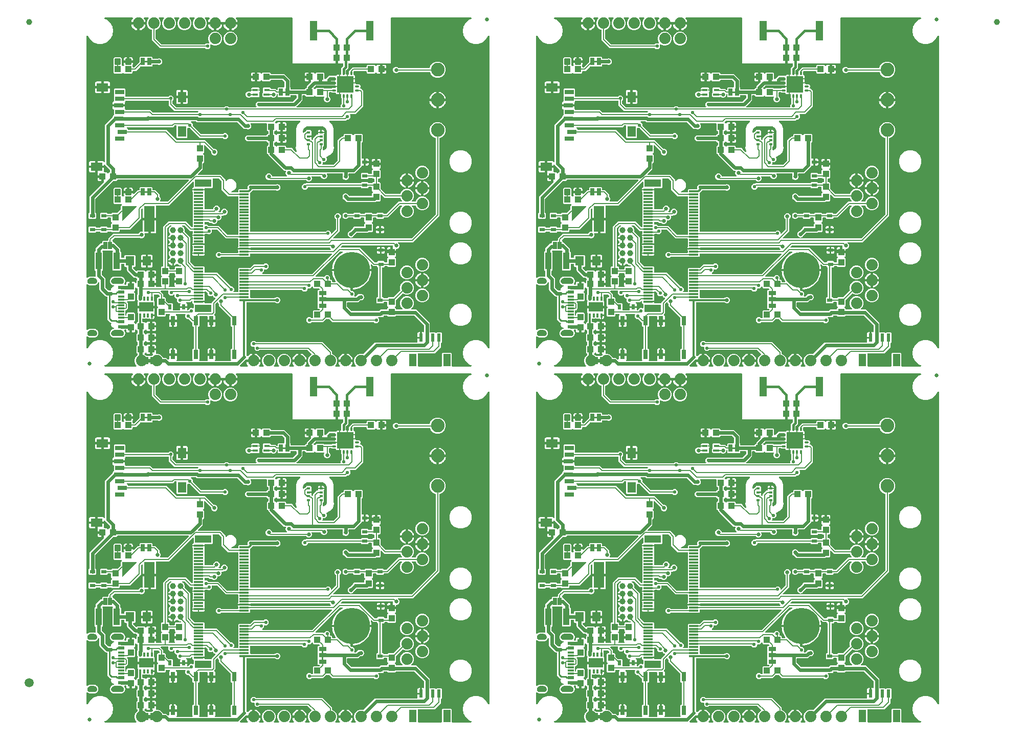
<source format=gtl>
G04 EAGLE Gerber RS-274X export*
G75*
%MOMM*%
%FSLAX34Y34*%
%LPD*%
%INTop Copper*%
%IPPOS*%
%AMOC8*
5,1,8,0,0,1.08239X$1,22.5*%
G01*
%ADD10R,1.000000X0.300000*%
%ADD11R,1.000000X0.600000*%
%ADD12C,0.654000*%
%ADD13R,1.000000X1.100000*%
%ADD14R,0.300000X0.650000*%
%ADD15R,2.350000X1.600000*%
%ADD16R,1.100000X1.000000*%
%ADD17C,0.635000*%
%ADD18R,1.700000X4.200000*%
%ADD19R,1.000000X1.000000*%
%ADD20R,0.830000X0.630000*%
%ADD21R,1.200000X2.000000*%
%ADD22R,0.600000X1.350000*%
%ADD23R,1.270000X0.660400*%
%ADD24R,0.762000X1.524000*%
%ADD25R,0.635000X1.270000*%
%ADD26R,1.000000X2.800000*%
%ADD27R,1.400000X1.600000*%
%ADD28C,1.879600*%
%ADD29C,1.000000*%
%ADD30R,1.400000X1.800000*%
%ADD31R,1.900000X1.400000*%
%ADD32R,1.500000X0.800000*%
%ADD33C,6.000000*%
%ADD34R,0.630000X0.830000*%
%ADD35R,0.500000X0.350000*%
%ADD36R,0.900000X0.350000*%
%ADD37R,1.000000X0.350000*%
%ADD38R,0.660400X1.270000*%
%ADD39C,0.300000*%
%ADD40C,2.250000*%
%ADD41C,0.350000*%
%ADD42R,2.700000X2.700000*%
%ADD43R,1.300000X3.200400*%
%ADD44R,1.550000X0.300000*%
%ADD45R,2.750000X1.200000*%
%ADD46C,1.500000*%
%ADD47C,0.203200*%
%ADD48C,0.558800*%
%ADD49C,0.609600*%
%ADD50C,0.406400*%
%ADD51C,0.304800*%
%ADD52C,0.558800*%
%ADD53C,0.254000*%

G36*
X1334730Y3311D02*
X1334730Y3311D01*
X1334788Y3309D01*
X1334870Y3331D01*
X1334954Y3343D01*
X1335007Y3366D01*
X1335063Y3381D01*
X1335136Y3424D01*
X1335213Y3459D01*
X1335258Y3497D01*
X1335308Y3526D01*
X1335366Y3588D01*
X1335430Y3642D01*
X1335462Y3691D01*
X1335502Y3734D01*
X1335541Y3809D01*
X1335588Y3879D01*
X1335605Y3935D01*
X1335632Y3987D01*
X1335643Y4055D01*
X1335673Y4150D01*
X1335676Y4250D01*
X1335687Y4318D01*
X1335687Y24892D01*
X1336878Y26083D01*
X1350562Y26083D01*
X1351753Y24892D01*
X1351753Y4318D01*
X1351761Y4260D01*
X1351759Y4202D01*
X1351781Y4120D01*
X1351793Y4036D01*
X1351816Y3983D01*
X1351831Y3927D01*
X1351874Y3854D01*
X1351909Y3777D01*
X1351947Y3732D01*
X1351976Y3682D01*
X1352038Y3624D01*
X1352092Y3560D01*
X1352141Y3528D01*
X1352184Y3488D01*
X1352259Y3449D01*
X1352329Y3402D01*
X1352385Y3385D01*
X1352437Y3358D01*
X1352505Y3347D01*
X1352600Y3317D01*
X1352700Y3314D01*
X1352768Y3303D01*
X1383747Y3303D01*
X1383854Y3318D01*
X1383961Y3326D01*
X1383994Y3338D01*
X1384028Y3343D01*
X1384127Y3387D01*
X1384228Y3424D01*
X1384256Y3445D01*
X1384288Y3459D01*
X1384370Y3529D01*
X1384457Y3592D01*
X1384478Y3620D01*
X1384505Y3642D01*
X1384565Y3732D01*
X1384630Y3818D01*
X1384643Y3850D01*
X1384662Y3879D01*
X1384695Y3982D01*
X1384735Y4082D01*
X1384738Y4117D01*
X1384748Y4150D01*
X1384751Y4258D01*
X1384761Y4365D01*
X1384755Y4400D01*
X1384756Y4434D01*
X1384728Y4539D01*
X1384708Y4645D01*
X1384693Y4676D01*
X1384684Y4709D01*
X1384629Y4802D01*
X1384580Y4898D01*
X1384556Y4924D01*
X1384538Y4954D01*
X1384460Y5028D01*
X1384386Y5107D01*
X1384359Y5122D01*
X1384331Y5148D01*
X1384140Y5246D01*
X1384094Y5272D01*
X1380958Y6413D01*
X1375125Y11308D01*
X1371318Y17902D01*
X1369996Y25400D01*
X1371318Y32898D01*
X1375125Y39492D01*
X1380958Y44387D01*
X1388113Y46991D01*
X1395727Y46991D01*
X1402882Y44387D01*
X1408715Y39492D01*
X1412123Y33589D01*
X1412135Y33574D01*
X1412143Y33556D01*
X1412222Y33462D01*
X1412298Y33365D01*
X1412314Y33354D01*
X1412327Y33339D01*
X1412429Y33271D01*
X1412528Y33199D01*
X1412547Y33192D01*
X1412563Y33181D01*
X1412680Y33144D01*
X1412796Y33103D01*
X1412816Y33101D01*
X1412834Y33096D01*
X1412957Y33092D01*
X1413080Y33085D01*
X1413099Y33089D01*
X1413118Y33088D01*
X1413237Y33119D01*
X1413357Y33146D01*
X1413375Y33155D01*
X1413393Y33160D01*
X1413499Y33223D01*
X1413607Y33282D01*
X1413621Y33295D01*
X1413638Y33305D01*
X1413722Y33395D01*
X1413809Y33481D01*
X1413819Y33498D01*
X1413832Y33513D01*
X1413888Y33622D01*
X1413948Y33729D01*
X1413953Y33748D01*
X1413962Y33766D01*
X1413974Y33838D01*
X1414013Y34006D01*
X1414011Y34057D01*
X1414017Y34097D01*
X1414017Y550103D01*
X1414015Y550123D01*
X1414017Y550142D01*
X1413995Y550263D01*
X1413977Y550385D01*
X1413969Y550402D01*
X1413966Y550422D01*
X1413911Y550532D01*
X1413861Y550644D01*
X1413849Y550659D01*
X1413840Y550677D01*
X1413757Y550767D01*
X1413678Y550861D01*
X1413661Y550872D01*
X1413648Y550886D01*
X1413543Y550951D01*
X1413441Y551019D01*
X1413422Y551025D01*
X1413406Y551035D01*
X1413287Y551067D01*
X1413170Y551104D01*
X1413150Y551105D01*
X1413131Y551110D01*
X1413009Y551109D01*
X1412886Y551112D01*
X1412867Y551107D01*
X1412847Y551107D01*
X1412729Y551071D01*
X1412611Y551040D01*
X1412594Y551030D01*
X1412575Y551024D01*
X1412472Y550957D01*
X1412366Y550895D01*
X1412353Y550880D01*
X1412336Y550870D01*
X1412290Y550813D01*
X1412172Y550687D01*
X1412148Y550642D01*
X1412123Y550611D01*
X1408715Y544708D01*
X1402882Y539813D01*
X1395727Y537209D01*
X1388113Y537209D01*
X1380958Y539813D01*
X1375125Y544708D01*
X1371318Y551302D01*
X1369996Y558800D01*
X1371318Y566298D01*
X1375125Y572892D01*
X1380958Y577787D01*
X1384094Y578928D01*
X1384189Y578979D01*
X1384288Y579023D01*
X1384314Y579045D01*
X1384345Y579062D01*
X1384422Y579137D01*
X1384505Y579207D01*
X1384524Y579235D01*
X1384549Y579260D01*
X1384603Y579353D01*
X1384662Y579443D01*
X1384673Y579476D01*
X1384690Y579506D01*
X1384716Y579611D01*
X1384748Y579714D01*
X1384749Y579749D01*
X1384757Y579783D01*
X1384753Y579890D01*
X1384756Y579998D01*
X1384747Y580032D01*
X1384745Y580067D01*
X1384711Y580169D01*
X1384684Y580273D01*
X1384666Y580303D01*
X1384655Y580336D01*
X1384594Y580425D01*
X1384538Y580518D01*
X1384513Y580542D01*
X1384493Y580570D01*
X1384410Y580638D01*
X1384331Y580712D01*
X1384300Y580728D01*
X1384273Y580750D01*
X1384174Y580793D01*
X1384078Y580842D01*
X1384047Y580847D01*
X1384012Y580862D01*
X1383800Y580888D01*
X1383747Y580897D01*
X1252220Y580897D01*
X1252162Y580889D01*
X1252104Y580891D01*
X1252022Y580869D01*
X1251939Y580857D01*
X1251885Y580834D01*
X1251829Y580819D01*
X1251756Y580776D01*
X1251679Y580741D01*
X1251634Y580703D01*
X1251584Y580674D01*
X1251526Y580612D01*
X1251462Y580558D01*
X1251430Y580509D01*
X1251390Y580466D01*
X1251351Y580391D01*
X1251305Y580321D01*
X1251287Y580265D01*
X1251260Y580213D01*
X1251249Y580145D01*
X1251219Y580050D01*
X1251216Y579950D01*
X1251205Y579882D01*
X1251205Y505205D01*
X1181594Y505205D01*
X1181536Y505197D01*
X1181478Y505199D01*
X1181396Y505177D01*
X1181312Y505165D01*
X1181259Y505142D01*
X1181203Y505127D01*
X1181130Y505084D01*
X1181053Y505049D01*
X1181008Y505011D01*
X1180958Y504982D01*
X1180900Y504920D01*
X1180836Y504866D01*
X1180804Y504817D01*
X1180764Y504774D01*
X1180725Y504699D01*
X1180678Y504629D01*
X1180661Y504573D01*
X1180634Y504521D01*
X1180623Y504453D01*
X1180593Y504358D01*
X1180590Y504258D01*
X1180579Y504190D01*
X1180579Y497562D01*
X1177066Y494050D01*
X1177014Y493980D01*
X1176954Y493916D01*
X1176928Y493867D01*
X1176895Y493822D01*
X1176864Y493741D01*
X1176824Y493663D01*
X1176816Y493615D01*
X1176794Y493557D01*
X1176782Y493409D01*
X1176769Y493332D01*
X1176769Y487934D01*
X1176777Y487876D01*
X1176775Y487818D01*
X1176797Y487736D01*
X1176809Y487652D01*
X1176832Y487599D01*
X1176847Y487543D01*
X1176890Y487470D01*
X1176925Y487393D01*
X1176963Y487348D01*
X1176992Y487298D01*
X1177054Y487240D01*
X1177108Y487176D01*
X1177157Y487144D01*
X1177200Y487104D01*
X1177275Y487065D01*
X1177345Y487018D01*
X1177401Y487001D01*
X1177453Y486974D01*
X1177521Y486963D01*
X1177616Y486933D01*
X1177716Y486930D01*
X1177784Y486919D01*
X1178553Y486919D01*
X1179167Y486304D01*
X1179237Y486252D01*
X1179301Y486192D01*
X1179351Y486166D01*
X1179395Y486133D01*
X1179476Y486102D01*
X1179554Y486062D01*
X1179602Y486054D01*
X1179660Y486032D01*
X1179808Y486020D01*
X1179885Y486007D01*
X1180906Y486007D01*
X1180964Y486015D01*
X1181022Y486013D01*
X1181104Y486035D01*
X1181188Y486047D01*
X1181241Y486070D01*
X1181297Y486085D01*
X1181370Y486128D01*
X1181447Y486163D01*
X1181492Y486201D01*
X1181542Y486230D01*
X1181600Y486292D01*
X1181664Y486346D01*
X1181696Y486395D01*
X1181736Y486438D01*
X1181775Y486513D01*
X1181822Y486583D01*
X1181839Y486639D01*
X1181866Y486691D01*
X1181877Y486759D01*
X1181907Y486854D01*
X1181910Y486954D01*
X1181921Y487022D01*
X1181921Y492403D01*
X1182358Y492839D01*
X1182410Y492909D01*
X1182452Y492953D01*
X1187847Y498349D01*
X1209772Y498349D01*
X1209830Y498357D01*
X1209888Y498355D01*
X1209970Y498377D01*
X1210054Y498389D01*
X1210107Y498412D01*
X1210163Y498427D01*
X1210236Y498470D01*
X1210313Y498505D01*
X1210358Y498543D01*
X1210408Y498572D01*
X1210466Y498634D01*
X1210530Y498688D01*
X1210562Y498737D01*
X1210602Y498780D01*
X1210641Y498855D01*
X1210688Y498925D01*
X1210705Y498981D01*
X1210732Y499033D01*
X1210743Y499101D01*
X1210773Y499196D01*
X1210776Y499296D01*
X1210787Y499364D01*
X1210787Y501142D01*
X1211978Y502333D01*
X1224662Y502333D01*
X1225881Y501114D01*
X1225919Y501085D01*
X1225952Y501049D01*
X1226033Y501000D01*
X1226108Y500943D01*
X1226153Y500926D01*
X1226195Y500900D01*
X1226286Y500875D01*
X1226373Y500842D01*
X1226422Y500838D01*
X1226469Y500825D01*
X1226563Y500826D01*
X1226657Y500818D01*
X1226704Y500828D01*
X1226753Y500829D01*
X1226843Y500856D01*
X1226935Y500874D01*
X1226979Y500897D01*
X1227025Y500911D01*
X1227104Y500962D01*
X1227188Y501005D01*
X1227223Y501039D01*
X1227264Y501065D01*
X1227311Y501123D01*
X1227394Y501201D01*
X1227438Y501276D01*
X1227478Y501324D01*
X1227787Y501860D01*
X1228260Y502333D01*
X1228839Y502668D01*
X1229486Y502841D01*
X1233289Y502841D01*
X1233289Y496316D01*
X1233297Y496258D01*
X1233295Y496200D01*
X1233317Y496118D01*
X1233329Y496035D01*
X1233353Y495981D01*
X1233367Y495925D01*
X1233410Y495852D01*
X1233445Y495775D01*
X1233483Y495731D01*
X1233513Y495680D01*
X1233574Y495623D01*
X1233629Y495558D01*
X1233677Y495526D01*
X1233720Y495486D01*
X1233795Y495447D01*
X1233865Y495401D01*
X1233921Y495383D01*
X1233973Y495356D01*
X1234041Y495345D01*
X1234136Y495315D01*
X1234236Y495312D01*
X1234304Y495301D01*
X1235321Y495301D01*
X1235321Y495299D01*
X1234304Y495299D01*
X1234246Y495291D01*
X1234188Y495292D01*
X1234106Y495271D01*
X1234023Y495259D01*
X1233969Y495235D01*
X1233913Y495221D01*
X1233840Y495178D01*
X1233763Y495143D01*
X1233718Y495105D01*
X1233668Y495075D01*
X1233610Y495014D01*
X1233546Y494959D01*
X1233514Y494911D01*
X1233474Y494868D01*
X1233435Y494793D01*
X1233389Y494723D01*
X1233371Y494667D01*
X1233344Y494615D01*
X1233333Y494547D01*
X1233303Y494452D01*
X1233300Y494352D01*
X1233289Y494284D01*
X1233289Y487759D01*
X1229486Y487759D01*
X1228839Y487932D01*
X1228260Y488267D01*
X1227787Y488740D01*
X1227478Y489276D01*
X1227448Y489314D01*
X1227425Y489357D01*
X1227361Y489425D01*
X1227302Y489499D01*
X1227263Y489528D01*
X1227229Y489563D01*
X1227148Y489611D01*
X1227072Y489666D01*
X1227026Y489682D01*
X1226984Y489707D01*
X1226893Y489730D01*
X1226805Y489762D01*
X1226756Y489765D01*
X1226709Y489777D01*
X1226615Y489774D01*
X1226521Y489780D01*
X1226473Y489770D01*
X1226424Y489768D01*
X1226335Y489739D01*
X1226243Y489719D01*
X1226200Y489696D01*
X1226154Y489681D01*
X1226094Y489638D01*
X1225993Y489583D01*
X1225932Y489522D01*
X1225881Y489486D01*
X1224662Y488267D01*
X1211978Y488267D01*
X1210787Y489458D01*
X1210787Y491236D01*
X1210779Y491294D01*
X1210781Y491352D01*
X1210759Y491434D01*
X1210747Y491518D01*
X1210724Y491571D01*
X1210709Y491627D01*
X1210666Y491700D01*
X1210631Y491777D01*
X1210593Y491822D01*
X1210564Y491872D01*
X1210502Y491930D01*
X1210448Y491994D01*
X1210399Y492026D01*
X1210356Y492066D01*
X1210281Y492105D01*
X1210211Y492152D01*
X1210155Y492169D01*
X1210103Y492196D01*
X1210035Y492207D01*
X1209940Y492237D01*
X1209840Y492240D01*
X1209772Y492251D01*
X1190793Y492251D01*
X1190707Y492239D01*
X1190619Y492236D01*
X1190567Y492219D01*
X1190512Y492211D01*
X1190432Y492176D01*
X1190349Y492149D01*
X1190310Y492121D01*
X1190252Y492095D01*
X1190139Y491999D01*
X1190075Y491954D01*
X1189784Y491663D01*
X1189732Y491593D01*
X1189672Y491529D01*
X1189646Y491479D01*
X1189613Y491435D01*
X1189582Y491354D01*
X1189542Y491276D01*
X1189534Y491228D01*
X1189512Y491170D01*
X1189500Y491022D01*
X1189487Y490945D01*
X1189487Y486867D01*
X1189496Y486799D01*
X1189496Y486731D01*
X1189516Y486659D01*
X1189527Y486585D01*
X1189554Y486523D01*
X1189573Y486457D01*
X1189612Y486394D01*
X1189643Y486326D01*
X1189687Y486274D01*
X1189723Y486216D01*
X1189778Y486166D01*
X1189826Y486109D01*
X1189883Y486071D01*
X1189934Y486025D01*
X1189991Y485999D01*
X1190063Y485951D01*
X1190172Y485917D01*
X1190239Y485886D01*
X1190435Y485834D01*
X1191014Y485499D01*
X1191487Y485026D01*
X1191822Y484447D01*
X1191995Y483800D01*
X1191995Y473897D01*
X1192007Y473811D01*
X1192010Y473723D01*
X1192027Y473671D01*
X1192035Y473616D01*
X1192070Y473536D01*
X1192097Y473453D01*
X1192125Y473414D01*
X1192151Y473356D01*
X1192247Y473243D01*
X1192292Y473179D01*
X1193039Y472433D01*
X1193039Y471514D01*
X1193047Y471456D01*
X1193045Y471398D01*
X1193067Y471316D01*
X1193079Y471232D01*
X1193102Y471179D01*
X1193117Y471123D01*
X1193160Y471050D01*
X1193195Y470973D01*
X1193233Y470928D01*
X1193262Y470878D01*
X1193324Y470820D01*
X1193378Y470756D01*
X1193427Y470724D01*
X1193470Y470684D01*
X1193545Y470645D01*
X1193615Y470598D01*
X1193671Y470581D01*
X1193723Y470554D01*
X1193791Y470543D01*
X1193886Y470513D01*
X1193986Y470510D01*
X1194054Y470499D01*
X1198411Y470499D01*
X1200627Y468283D01*
X1200627Y465149D01*
X1200475Y464998D01*
X1200458Y464974D01*
X1200435Y464955D01*
X1200373Y464861D01*
X1200305Y464771D01*
X1200294Y464743D01*
X1200278Y464719D01*
X1200244Y464611D01*
X1200203Y464505D01*
X1200201Y464476D01*
X1200192Y464448D01*
X1200189Y464335D01*
X1200180Y464222D01*
X1200186Y464193D01*
X1200185Y464164D01*
X1200213Y464054D01*
X1200236Y463943D01*
X1200249Y463917D01*
X1200257Y463889D01*
X1200314Y463791D01*
X1200367Y463691D01*
X1200387Y463669D01*
X1200402Y463644D01*
X1200485Y463567D01*
X1200562Y463485D01*
X1200588Y463470D01*
X1200609Y463450D01*
X1200710Y463398D01*
X1200808Y463341D01*
X1200836Y463334D01*
X1200862Y463320D01*
X1200940Y463307D01*
X1201083Y463271D01*
X1201146Y463273D01*
X1201193Y463265D01*
X1201413Y463265D01*
X1205342Y459336D01*
X1205342Y433950D01*
X1192523Y421131D01*
X1184418Y421131D01*
X1184389Y421127D01*
X1184359Y421130D01*
X1184248Y421107D01*
X1184136Y421091D01*
X1184110Y421079D01*
X1184081Y421074D01*
X1183980Y421021D01*
X1183877Y420975D01*
X1183854Y420956D01*
X1183828Y420943D01*
X1183746Y420865D01*
X1183660Y420792D01*
X1183644Y420767D01*
X1183622Y420747D01*
X1183565Y420649D01*
X1183502Y420555D01*
X1183493Y420527D01*
X1183479Y420502D01*
X1183451Y420392D01*
X1183416Y420284D01*
X1183416Y420254D01*
X1183409Y420226D01*
X1183412Y420113D01*
X1183409Y420000D01*
X1183417Y419971D01*
X1183418Y419942D01*
X1183452Y419834D01*
X1183481Y419725D01*
X1183496Y419699D01*
X1183505Y419671D01*
X1183551Y419607D01*
X1183626Y419480D01*
X1183672Y419437D01*
X1183700Y419398D01*
X1184031Y419067D01*
X1184031Y415069D01*
X1181203Y412241D01*
X1179109Y412241D01*
X1179023Y412229D01*
X1178935Y412226D01*
X1178883Y412209D01*
X1178828Y412201D01*
X1178748Y412166D01*
X1178665Y412139D01*
X1178626Y412111D01*
X1178568Y412085D01*
X1178455Y411989D01*
X1178391Y411944D01*
X1176657Y410209D01*
X1150085Y410209D01*
X1150056Y410205D01*
X1150027Y410208D01*
X1149916Y410185D01*
X1149804Y410169D01*
X1149777Y410157D01*
X1149748Y410152D01*
X1149648Y410100D01*
X1149544Y410053D01*
X1149522Y410034D01*
X1149496Y410021D01*
X1149414Y409943D01*
X1149327Y409870D01*
X1149311Y409845D01*
X1149290Y409825D01*
X1149232Y409727D01*
X1149170Y409633D01*
X1149161Y409605D01*
X1149146Y409580D01*
X1149118Y409470D01*
X1149084Y409362D01*
X1149083Y409332D01*
X1149076Y409304D01*
X1149079Y409191D01*
X1149077Y409078D01*
X1149084Y409049D01*
X1149085Y409020D01*
X1149120Y408912D01*
X1149148Y408803D01*
X1149163Y408777D01*
X1149172Y408749D01*
X1149218Y408686D01*
X1149294Y408558D01*
X1149339Y408515D01*
X1149367Y408476D01*
X1153640Y404204D01*
X1156463Y397388D01*
X1156463Y368680D01*
X1156472Y368617D01*
X1156469Y368568D01*
X1156808Y365517D01*
X1154888Y358890D01*
X1150578Y353502D01*
X1144539Y350177D01*
X1144492Y350142D01*
X1144440Y350114D01*
X1144379Y350057D01*
X1144312Y350006D01*
X1144277Y349959D01*
X1144234Y349919D01*
X1144191Y349846D01*
X1144141Y349779D01*
X1144120Y349724D01*
X1144090Y349673D01*
X1144069Y349592D01*
X1144039Y349514D01*
X1144034Y349455D01*
X1144020Y349398D01*
X1144023Y349314D01*
X1144016Y349231D01*
X1144027Y349173D01*
X1144029Y349114D01*
X1144055Y349034D01*
X1144071Y348952D01*
X1144098Y348899D01*
X1144116Y348843D01*
X1144156Y348787D01*
X1144202Y348699D01*
X1144271Y348626D01*
X1144311Y348570D01*
X1144729Y348152D01*
X1144729Y344153D01*
X1141902Y341326D01*
X1139183Y341326D01*
X1139125Y341318D01*
X1139066Y341319D01*
X1138985Y341298D01*
X1138901Y341286D01*
X1138848Y341262D01*
X1138791Y341247D01*
X1138719Y341204D01*
X1138642Y341170D01*
X1138597Y341132D01*
X1138547Y341102D01*
X1138489Y341041D01*
X1138425Y340986D01*
X1138392Y340937D01*
X1138352Y340895D01*
X1138314Y340820D01*
X1138267Y340749D01*
X1138249Y340694D01*
X1138223Y340642D01*
X1138211Y340574D01*
X1138181Y340478D01*
X1138179Y340379D01*
X1138167Y340311D01*
X1138167Y338861D01*
X1138098Y338792D01*
X1138080Y338768D01*
X1138058Y338749D01*
X1137995Y338655D01*
X1137927Y338565D01*
X1137917Y338537D01*
X1137900Y338513D01*
X1137866Y338405D01*
X1137826Y338299D01*
X1137823Y338270D01*
X1137814Y338242D01*
X1137812Y338129D01*
X1137802Y338016D01*
X1137808Y337987D01*
X1137807Y337958D01*
X1137836Y337848D01*
X1137858Y337737D01*
X1137872Y337711D01*
X1137879Y337683D01*
X1137937Y337585D01*
X1137989Y337485D01*
X1138009Y337463D01*
X1138024Y337438D01*
X1138107Y337361D01*
X1138185Y337279D01*
X1138210Y337264D01*
X1138232Y337244D01*
X1138332Y337192D01*
X1138430Y337135D01*
X1138459Y337128D01*
X1138485Y337114D01*
X1138562Y337101D01*
X1138706Y337065D01*
X1138768Y337067D01*
X1138816Y337059D01*
X1155287Y337059D01*
X1155373Y337071D01*
X1155461Y337074D01*
X1155513Y337091D01*
X1155568Y337099D01*
X1155648Y337134D01*
X1155731Y337161D01*
X1155770Y337189D01*
X1155828Y337215D01*
X1155941Y337311D01*
X1156005Y337356D01*
X1162514Y343865D01*
X1162566Y343935D01*
X1162626Y343999D01*
X1162652Y344049D01*
X1162685Y344093D01*
X1162716Y344174D01*
X1162756Y344252D01*
X1162764Y344300D01*
X1162786Y344358D01*
X1162798Y344506D01*
X1162811Y344583D01*
X1162811Y377183D01*
X1164894Y379266D01*
X1164895Y379266D01*
X1167594Y381965D01*
X1167594Y381966D01*
X1169677Y384049D01*
X1171672Y384049D01*
X1171730Y384057D01*
X1171788Y384055D01*
X1171870Y384077D01*
X1171954Y384089D01*
X1172007Y384112D01*
X1172063Y384127D01*
X1172136Y384170D01*
X1172213Y384205D01*
X1172258Y384243D01*
X1172308Y384272D01*
X1172366Y384334D01*
X1172430Y384388D01*
X1172462Y384437D01*
X1172502Y384480D01*
X1172541Y384555D01*
X1172588Y384625D01*
X1172605Y384681D01*
X1172632Y384733D01*
X1172643Y384801D01*
X1172673Y384896D01*
X1172676Y384996D01*
X1172687Y385064D01*
X1172687Y386842D01*
X1173878Y388033D01*
X1186562Y388033D01*
X1188002Y386593D01*
X1188049Y386557D01*
X1188089Y386515D01*
X1188162Y386472D01*
X1188229Y386422D01*
X1188284Y386401D01*
X1188334Y386371D01*
X1188416Y386351D01*
X1188495Y386320D01*
X1188553Y386316D01*
X1188610Y386301D01*
X1188694Y386304D01*
X1188778Y386297D01*
X1188836Y386308D01*
X1188894Y386310D01*
X1188974Y386336D01*
X1189057Y386353D01*
X1189109Y386380D01*
X1189165Y386398D01*
X1189221Y386438D01*
X1189309Y386484D01*
X1189382Y386553D01*
X1189438Y386593D01*
X1190878Y388033D01*
X1203562Y388033D01*
X1204753Y386842D01*
X1204753Y375158D01*
X1203562Y373967D01*
X1203452Y373967D01*
X1203394Y373959D01*
X1203336Y373961D01*
X1203254Y373939D01*
X1203170Y373927D01*
X1203117Y373904D01*
X1203061Y373889D01*
X1202988Y373846D01*
X1202911Y373811D01*
X1202866Y373773D01*
X1202816Y373744D01*
X1202758Y373682D01*
X1202694Y373628D01*
X1202662Y373579D01*
X1202622Y373536D01*
X1202583Y373461D01*
X1202536Y373391D01*
X1202519Y373335D01*
X1202492Y373283D01*
X1202481Y373215D01*
X1202451Y373120D01*
X1202448Y373020D01*
X1202437Y372952D01*
X1202437Y348406D01*
X1202445Y348348D01*
X1202443Y348290D01*
X1202465Y348208D01*
X1202477Y348124D01*
X1202500Y348071D01*
X1202515Y348015D01*
X1202558Y347942D01*
X1202593Y347865D01*
X1202631Y347820D01*
X1202660Y347770D01*
X1202722Y347712D01*
X1202776Y347648D01*
X1202825Y347616D01*
X1202868Y347576D01*
X1202943Y347537D01*
X1203013Y347490D01*
X1203069Y347473D01*
X1203121Y347446D01*
X1203189Y347435D01*
X1203284Y347405D01*
X1203384Y347402D01*
X1203452Y347391D01*
X1206196Y347391D01*
X1206196Y342259D01*
X1206204Y342201D01*
X1206202Y342143D01*
X1206224Y342061D01*
X1206236Y341978D01*
X1206259Y341924D01*
X1206274Y341868D01*
X1206317Y341795D01*
X1206352Y341718D01*
X1206368Y341700D01*
X1206342Y341650D01*
X1206295Y341580D01*
X1206278Y341524D01*
X1206251Y341472D01*
X1206240Y341404D01*
X1206210Y341309D01*
X1206207Y341209D01*
X1206196Y341141D01*
X1206196Y336009D01*
X1203452Y336009D01*
X1203394Y336001D01*
X1203336Y336003D01*
X1203254Y335981D01*
X1203170Y335969D01*
X1203117Y335946D01*
X1203061Y335931D01*
X1202988Y335888D01*
X1202911Y335853D01*
X1202866Y335815D01*
X1202816Y335786D01*
X1202758Y335724D01*
X1202694Y335670D01*
X1202662Y335621D01*
X1202622Y335578D01*
X1202583Y335503D01*
X1202536Y335433D01*
X1202519Y335377D01*
X1202492Y335325D01*
X1202481Y335257D01*
X1202451Y335162D01*
X1202448Y335062D01*
X1202437Y334994D01*
X1202437Y334551D01*
X1199312Y331426D01*
X1193844Y325958D01*
X1190719Y322833D01*
X1181989Y322833D01*
X1181931Y322825D01*
X1181873Y322827D01*
X1181791Y322805D01*
X1181707Y322793D01*
X1181654Y322770D01*
X1181598Y322755D01*
X1181525Y322712D01*
X1181448Y322677D01*
X1181403Y322639D01*
X1181353Y322610D01*
X1181295Y322548D01*
X1181231Y322494D01*
X1181199Y322445D01*
X1181159Y322402D01*
X1181120Y322327D01*
X1181073Y322257D01*
X1181056Y322201D01*
X1181029Y322149D01*
X1181018Y322081D01*
X1180988Y321986D01*
X1180985Y321886D01*
X1180974Y321818D01*
X1180974Y319658D01*
X1180978Y319627D01*
X1180976Y319596D01*
X1180993Y319520D01*
X1181014Y319376D01*
X1181040Y319317D01*
X1181051Y319269D01*
X1181355Y318536D01*
X1181355Y316464D01*
X1181051Y315731D01*
X1181043Y315701D01*
X1181029Y315673D01*
X1181016Y315596D01*
X1180987Y315481D01*
X1180915Y315386D01*
X1180892Y315325D01*
X1180866Y315283D01*
X1180562Y314550D01*
X1179097Y313085D01*
X1178364Y312781D01*
X1178337Y312766D01*
X1178308Y312756D01*
X1178244Y312710D01*
X1178141Y312650D01*
X1178023Y312633D01*
X1177964Y312607D01*
X1177916Y312596D01*
X1177183Y312292D01*
X1175111Y312292D01*
X1174378Y312596D01*
X1174348Y312604D01*
X1174320Y312618D01*
X1174243Y312631D01*
X1174128Y312660D01*
X1174033Y312732D01*
X1173972Y312755D01*
X1173930Y312781D01*
X1173197Y313085D01*
X1171732Y314550D01*
X1171428Y315283D01*
X1171413Y315310D01*
X1171403Y315339D01*
X1171357Y315403D01*
X1171297Y315506D01*
X1171280Y315624D01*
X1171254Y315683D01*
X1171243Y315731D01*
X1170939Y316464D01*
X1170939Y318536D01*
X1171243Y319269D01*
X1171251Y319299D01*
X1171265Y319327D01*
X1171278Y319404D01*
X1171314Y319544D01*
X1171312Y319609D01*
X1171320Y319658D01*
X1171320Y321818D01*
X1171312Y321876D01*
X1171314Y321934D01*
X1171292Y322016D01*
X1171280Y322100D01*
X1171257Y322153D01*
X1171242Y322209D01*
X1171199Y322282D01*
X1171164Y322359D01*
X1171126Y322404D01*
X1171097Y322454D01*
X1171035Y322512D01*
X1170981Y322576D01*
X1170932Y322608D01*
X1170889Y322648D01*
X1170814Y322687D01*
X1170744Y322734D01*
X1170688Y322751D01*
X1170636Y322778D01*
X1170568Y322789D01*
X1170473Y322819D01*
X1170373Y322822D01*
X1170305Y322833D01*
X1145881Y322833D01*
X1145767Y322817D01*
X1145652Y322807D01*
X1145627Y322797D01*
X1145599Y322793D01*
X1145494Y322747D01*
X1145387Y322705D01*
X1145365Y322689D01*
X1145340Y322677D01*
X1145252Y322603D01*
X1145160Y322534D01*
X1145144Y322511D01*
X1145123Y322494D01*
X1145059Y322398D01*
X1144990Y322306D01*
X1144980Y322280D01*
X1144965Y322257D01*
X1144930Y322147D01*
X1144890Y322040D01*
X1144888Y322012D01*
X1144879Y321986D01*
X1144876Y321871D01*
X1144867Y321757D01*
X1144873Y321732D01*
X1144872Y321702D01*
X1144939Y321445D01*
X1144943Y321429D01*
X1145668Y319679D01*
X1145668Y317607D01*
X1144875Y315693D01*
X1143410Y314228D01*
X1141496Y313435D01*
X1139424Y313435D01*
X1137510Y314228D01*
X1136045Y315693D01*
X1135241Y317635D01*
X1135240Y317636D01*
X1135240Y317637D01*
X1135168Y317758D01*
X1135096Y317879D01*
X1135095Y317880D01*
X1135094Y317882D01*
X1134990Y317979D01*
X1134890Y318075D01*
X1134888Y318075D01*
X1134887Y318076D01*
X1134761Y318141D01*
X1134637Y318205D01*
X1134635Y318205D01*
X1134634Y318206D01*
X1134619Y318208D01*
X1134358Y318260D01*
X1134328Y318257D01*
X1134303Y318261D01*
X1120796Y318261D01*
X1120682Y318245D01*
X1120568Y318235D01*
X1120542Y318225D01*
X1120515Y318221D01*
X1120410Y318174D01*
X1120303Y318133D01*
X1120281Y318117D01*
X1120255Y318105D01*
X1120167Y318031D01*
X1120076Y317962D01*
X1120060Y317939D01*
X1120038Y317922D01*
X1119975Y317826D01*
X1119906Y317734D01*
X1119896Y317708D01*
X1119881Y317685D01*
X1119846Y317575D01*
X1119806Y317468D01*
X1119803Y317440D01*
X1119795Y317414D01*
X1119792Y317299D01*
X1119783Y317185D01*
X1119788Y317160D01*
X1119788Y317130D01*
X1119855Y316873D01*
X1119858Y316857D01*
X1120268Y315869D01*
X1120268Y313797D01*
X1119475Y311883D01*
X1118010Y310418D01*
X1116096Y309625D01*
X1114024Y309625D01*
X1112110Y310418D01*
X1111041Y311487D01*
X1110971Y311539D01*
X1110908Y311599D01*
X1110858Y311625D01*
X1110814Y311658D01*
X1110732Y311689D01*
X1110654Y311729D01*
X1110607Y311737D01*
X1110548Y311759D01*
X1110401Y311771D01*
X1110323Y311784D01*
X1050424Y311784D01*
X1050214Y311995D01*
X1050144Y312047D01*
X1050080Y312107D01*
X1050030Y312133D01*
X1049986Y312166D01*
X1049905Y312197D01*
X1049827Y312237D01*
X1049779Y312245D01*
X1049721Y312267D01*
X1049573Y312279D01*
X1049496Y312292D01*
X1047984Y312292D01*
X1046070Y313085D01*
X1044605Y314550D01*
X1043812Y316464D01*
X1043812Y318536D01*
X1044605Y320450D01*
X1046070Y321915D01*
X1047984Y322708D01*
X1050056Y322708D01*
X1051970Y321915D01*
X1053435Y320450D01*
X1054239Y318508D01*
X1054240Y318507D01*
X1054240Y318506D01*
X1054312Y318385D01*
X1054384Y318264D01*
X1054385Y318263D01*
X1054386Y318261D01*
X1054490Y318164D01*
X1054590Y318068D01*
X1054592Y318068D01*
X1054593Y318067D01*
X1054719Y318002D01*
X1054843Y317938D01*
X1054845Y317938D01*
X1054846Y317937D01*
X1054861Y317935D01*
X1055122Y317883D01*
X1055152Y317886D01*
X1055177Y317882D01*
X1078192Y317882D01*
X1078221Y317886D01*
X1078251Y317883D01*
X1078362Y317906D01*
X1078474Y317922D01*
X1078501Y317934D01*
X1078529Y317939D01*
X1078630Y317992D01*
X1078733Y318038D01*
X1078756Y318057D01*
X1078782Y318070D01*
X1078864Y318148D01*
X1078950Y318221D01*
X1078967Y318246D01*
X1078988Y318266D01*
X1079045Y318364D01*
X1079108Y318458D01*
X1079117Y318486D01*
X1079132Y318511D01*
X1079159Y318621D01*
X1079194Y318729D01*
X1079194Y318759D01*
X1079202Y318787D01*
X1079198Y318900D01*
X1079201Y319013D01*
X1079194Y319042D01*
X1079193Y319071D01*
X1079158Y319179D01*
X1079129Y319288D01*
X1079114Y319314D01*
X1079105Y319342D01*
X1079060Y319406D01*
X1078984Y319533D01*
X1078938Y319576D01*
X1078910Y319615D01*
X1077625Y320900D01*
X1076832Y322814D01*
X1076832Y324886D01*
X1077242Y325874D01*
X1077270Y325986D01*
X1077305Y326095D01*
X1077306Y326123D01*
X1077313Y326150D01*
X1077309Y326264D01*
X1077312Y326379D01*
X1077305Y326406D01*
X1077305Y326434D01*
X1077270Y326543D01*
X1077241Y326654D01*
X1077226Y326678D01*
X1077218Y326705D01*
X1077154Y326800D01*
X1077095Y326899D01*
X1077075Y326918D01*
X1077060Y326941D01*
X1076972Y327015D01*
X1076888Y327093D01*
X1076863Y327106D01*
X1076842Y327124D01*
X1076737Y327170D01*
X1076635Y327223D01*
X1076610Y327227D01*
X1076582Y327239D01*
X1076319Y327276D01*
X1076304Y327278D01*
X1074326Y327278D01*
X1051518Y350086D01*
X1048393Y353211D01*
X1048393Y353902D01*
X1048385Y353960D01*
X1048387Y354018D01*
X1048365Y354100D01*
X1048353Y354184D01*
X1048330Y354237D01*
X1048315Y354293D01*
X1048272Y354366D01*
X1048237Y354443D01*
X1048199Y354488D01*
X1048170Y354538D01*
X1048108Y354596D01*
X1048054Y354660D01*
X1048005Y354692D01*
X1047962Y354732D01*
X1047887Y354771D01*
X1047817Y354818D01*
X1047761Y354835D01*
X1047709Y354862D01*
X1047641Y354873D01*
X1047546Y354903D01*
X1047446Y354906D01*
X1047378Y354917D01*
X1046878Y354917D01*
X1045687Y356108D01*
X1045687Y367792D01*
X1046878Y368983D01*
X1047378Y368983D01*
X1047436Y368991D01*
X1047494Y368989D01*
X1047576Y369011D01*
X1047660Y369023D01*
X1047713Y369046D01*
X1047769Y369061D01*
X1047842Y369104D01*
X1047919Y369139D01*
X1047964Y369177D01*
X1048014Y369206D01*
X1048072Y369268D01*
X1048136Y369322D01*
X1048168Y369371D01*
X1048208Y369414D01*
X1048247Y369489D01*
X1048294Y369559D01*
X1048311Y369615D01*
X1048338Y369667D01*
X1048349Y369735D01*
X1048379Y369830D01*
X1048382Y369930D01*
X1048393Y369998D01*
X1048393Y372952D01*
X1048385Y373010D01*
X1048387Y373068D01*
X1048365Y373150D01*
X1048353Y373234D01*
X1048330Y373287D01*
X1048315Y373343D01*
X1048272Y373416D01*
X1048237Y373493D01*
X1048199Y373538D01*
X1048170Y373588D01*
X1048108Y373646D01*
X1048054Y373710D01*
X1048005Y373742D01*
X1047962Y373782D01*
X1047887Y373821D01*
X1047817Y373868D01*
X1047761Y373885D01*
X1047709Y373912D01*
X1047641Y373923D01*
X1047546Y373953D01*
X1047446Y373956D01*
X1047378Y373967D01*
X1046878Y373967D01*
X1045687Y375158D01*
X1045687Y375285D01*
X1045679Y375343D01*
X1045681Y375401D01*
X1045659Y375483D01*
X1045647Y375567D01*
X1045624Y375620D01*
X1045609Y375676D01*
X1045566Y375749D01*
X1045531Y375826D01*
X1045493Y375871D01*
X1045464Y375921D01*
X1045402Y375979D01*
X1045348Y376043D01*
X1045299Y376075D01*
X1045256Y376115D01*
X1045181Y376154D01*
X1045111Y376201D01*
X1045055Y376218D01*
X1045003Y376245D01*
X1044935Y376256D01*
X1044840Y376286D01*
X1044740Y376289D01*
X1044672Y376300D01*
X1017277Y376300D01*
X1017190Y376288D01*
X1017103Y376285D01*
X1017050Y376268D01*
X1016995Y376260D01*
X1016915Y376225D01*
X1016832Y376198D01*
X1016798Y376173D01*
X1012731Y376173D01*
X1009903Y379001D01*
X1009903Y382999D01*
X1012858Y385954D01*
X1044672Y385954D01*
X1044730Y385962D01*
X1044788Y385960D01*
X1044870Y385982D01*
X1044954Y385994D01*
X1045007Y386017D01*
X1045063Y386032D01*
X1045136Y386075D01*
X1045213Y386110D01*
X1045258Y386148D01*
X1045308Y386177D01*
X1045366Y386239D01*
X1045430Y386293D01*
X1045462Y386342D01*
X1045502Y386385D01*
X1045541Y386460D01*
X1045588Y386530D01*
X1045605Y386586D01*
X1045632Y386638D01*
X1045643Y386706D01*
X1045673Y386801D01*
X1045674Y386829D01*
X1046878Y388033D01*
X1047378Y388033D01*
X1047436Y388041D01*
X1047494Y388039D01*
X1047576Y388061D01*
X1047660Y388073D01*
X1047713Y388096D01*
X1047769Y388111D01*
X1047842Y388154D01*
X1047919Y388189D01*
X1047964Y388227D01*
X1048014Y388256D01*
X1048072Y388318D01*
X1048136Y388372D01*
X1048168Y388421D01*
X1048208Y388464D01*
X1048247Y388539D01*
X1048294Y388609D01*
X1048311Y388665D01*
X1048338Y388717D01*
X1048349Y388785D01*
X1048379Y388880D01*
X1048382Y388980D01*
X1048393Y389048D01*
X1048393Y392002D01*
X1048385Y392060D01*
X1048387Y392118D01*
X1048365Y392200D01*
X1048353Y392284D01*
X1048330Y392337D01*
X1048315Y392393D01*
X1048272Y392466D01*
X1048237Y392543D01*
X1048199Y392588D01*
X1048170Y392638D01*
X1048108Y392696D01*
X1048054Y392760D01*
X1048005Y392792D01*
X1047962Y392832D01*
X1047887Y392871D01*
X1047817Y392918D01*
X1047761Y392935D01*
X1047709Y392962D01*
X1047641Y392973D01*
X1047546Y393003D01*
X1047446Y393006D01*
X1047378Y393017D01*
X1046878Y393017D01*
X1045687Y394208D01*
X1045687Y404876D01*
X1045679Y404934D01*
X1045681Y404992D01*
X1045659Y405074D01*
X1045647Y405158D01*
X1045624Y405211D01*
X1045609Y405267D01*
X1045566Y405340D01*
X1045531Y405417D01*
X1045493Y405462D01*
X1045464Y405512D01*
X1045402Y405570D01*
X1045348Y405634D01*
X1045299Y405666D01*
X1045256Y405706D01*
X1045181Y405745D01*
X1045111Y405792D01*
X1045055Y405809D01*
X1045003Y405836D01*
X1044935Y405847D01*
X1044840Y405877D01*
X1044740Y405880D01*
X1044672Y405891D01*
X1019975Y405891D01*
X1019945Y405887D01*
X1019916Y405890D01*
X1019805Y405867D01*
X1019693Y405851D01*
X1019666Y405839D01*
X1019637Y405834D01*
X1019537Y405781D01*
X1019434Y405735D01*
X1019411Y405716D01*
X1019385Y405702D01*
X1019303Y405624D01*
X1019217Y405552D01*
X1019200Y405527D01*
X1019179Y405507D01*
X1019122Y405409D01*
X1019059Y405315D01*
X1019050Y405287D01*
X1019035Y405261D01*
X1019007Y405152D01*
X1018973Y405044D01*
X1018973Y405014D01*
X1018965Y404986D01*
X1018969Y404873D01*
X1018966Y404760D01*
X1018974Y404731D01*
X1018974Y404701D01*
X1019009Y404594D01*
X1019038Y404485D01*
X1019053Y404459D01*
X1019062Y404431D01*
X1019101Y404377D01*
X1019449Y403537D01*
X1019464Y403510D01*
X1019474Y403481D01*
X1019520Y403417D01*
X1019580Y403314D01*
X1019597Y403196D01*
X1019623Y403137D01*
X1019634Y403089D01*
X1019938Y402356D01*
X1019938Y400284D01*
X1019634Y399551D01*
X1019626Y399521D01*
X1019612Y399493D01*
X1019599Y399416D01*
X1019570Y399301D01*
X1019498Y399206D01*
X1019475Y399145D01*
X1019449Y399103D01*
X1019145Y398370D01*
X1017680Y396905D01*
X1016947Y396601D01*
X1016920Y396586D01*
X1016891Y396576D01*
X1016827Y396530D01*
X1016724Y396470D01*
X1016606Y396453D01*
X1016547Y396427D01*
X1016499Y396416D01*
X1015766Y396112D01*
X1013694Y396112D01*
X1012961Y396416D01*
X1012931Y396424D01*
X1012903Y396438D01*
X1012826Y396451D01*
X1012686Y396487D01*
X1012621Y396485D01*
X1012572Y396493D01*
X1007651Y396493D01*
X996772Y407372D01*
X996702Y407424D01*
X996638Y407484D01*
X996589Y407510D01*
X996545Y407543D01*
X996463Y407574D01*
X996385Y407614D01*
X996338Y407622D01*
X996279Y407644D01*
X996132Y407656D01*
X996054Y407669D01*
X929459Y407669D01*
X928232Y408896D01*
X928163Y408948D01*
X928099Y409008D01*
X928049Y409034D01*
X928005Y409067D01*
X927924Y409098D01*
X927846Y409138D01*
X927798Y409146D01*
X927740Y409168D01*
X927592Y409180D01*
X927515Y409193D01*
X921138Y409193D01*
X921109Y409189D01*
X921079Y409192D01*
X920968Y409169D01*
X920856Y409153D01*
X920830Y409141D01*
X920801Y409136D01*
X920700Y409083D01*
X920597Y409037D01*
X920574Y409018D01*
X920548Y409005D01*
X920466Y408927D01*
X920380Y408854D01*
X920364Y408829D01*
X920342Y408809D01*
X920285Y408711D01*
X920222Y408617D01*
X920213Y408589D01*
X920199Y408564D01*
X920171Y408454D01*
X920136Y408346D01*
X920136Y408316D01*
X920129Y408288D01*
X920132Y408175D01*
X920129Y408062D01*
X920137Y408033D01*
X920138Y408004D01*
X920172Y407896D01*
X920201Y407787D01*
X920216Y407761D01*
X920225Y407733D01*
X920271Y407670D01*
X920346Y407542D01*
X920392Y407499D01*
X920420Y407460D01*
X923037Y404843D01*
X923037Y402749D01*
X923049Y402663D01*
X923052Y402575D01*
X923069Y402523D01*
X923077Y402468D01*
X923112Y402388D01*
X923139Y402305D01*
X923167Y402266D01*
X923193Y402208D01*
X923289Y402095D01*
X923334Y402031D01*
X937209Y388156D01*
X937279Y388104D01*
X937343Y388044D01*
X937393Y388018D01*
X937437Y387985D01*
X937518Y387954D01*
X937596Y387914D01*
X937644Y387906D01*
X937702Y387884D01*
X937850Y387872D01*
X937927Y387859D01*
X972424Y387859D01*
X972511Y387871D01*
X972598Y387874D01*
X972651Y387891D01*
X972706Y387899D01*
X972786Y387934D01*
X972869Y387961D01*
X972908Y387989D01*
X972965Y388015D01*
X973078Y388111D01*
X973142Y388156D01*
X974623Y389637D01*
X978621Y389637D01*
X981449Y386809D01*
X981449Y382811D01*
X978621Y379983D01*
X974623Y379983D01*
X973142Y381464D01*
X973072Y381516D01*
X973008Y381576D01*
X972959Y381602D01*
X972915Y381635D01*
X972833Y381666D01*
X972755Y381706D01*
X972708Y381714D01*
X972649Y381736D01*
X972502Y381748D01*
X972424Y381761D01*
X934981Y381761D01*
X919023Y397720D01*
X918953Y397772D01*
X918889Y397832D01*
X918839Y397858D01*
X918795Y397891D01*
X918714Y397922D01*
X918636Y397962D01*
X918588Y397970D01*
X918530Y397992D01*
X918382Y398004D01*
X918305Y398017D01*
X916211Y398017D01*
X916086Y398142D01*
X916062Y398160D01*
X916043Y398182D01*
X915949Y398245D01*
X915859Y398313D01*
X915831Y398323D01*
X915807Y398340D01*
X915699Y398374D01*
X915593Y398414D01*
X915564Y398417D01*
X915536Y398426D01*
X915423Y398428D01*
X915310Y398438D01*
X915281Y398432D01*
X915252Y398433D01*
X915142Y398404D01*
X915031Y398382D01*
X915005Y398368D01*
X914977Y398361D01*
X914879Y398303D01*
X914779Y398251D01*
X914757Y398231D01*
X914732Y398216D01*
X914655Y398133D01*
X914573Y398055D01*
X914558Y398030D01*
X914538Y398008D01*
X914486Y397908D01*
X914429Y397810D01*
X914422Y397781D01*
X914408Y397755D01*
X914395Y397678D01*
X914359Y397534D01*
X914361Y397472D01*
X914353Y397424D01*
X914353Y382558D01*
X913162Y381367D01*
X897478Y381367D01*
X896287Y382558D01*
X896287Y401320D01*
X896280Y401372D01*
X896281Y401397D01*
X896280Y401401D01*
X896281Y401436D01*
X896259Y401518D01*
X896247Y401602D01*
X896224Y401655D01*
X896209Y401711D01*
X896166Y401784D01*
X896131Y401861D01*
X896093Y401906D01*
X896064Y401956D01*
X896002Y402014D01*
X895948Y402078D01*
X895899Y402110D01*
X895856Y402150D01*
X895781Y402189D01*
X895711Y402236D01*
X895655Y402253D01*
X895603Y402280D01*
X895535Y402291D01*
X895440Y402321D01*
X895340Y402324D01*
X895272Y402335D01*
X893567Y402335D01*
X893481Y402323D01*
X893393Y402320D01*
X893341Y402303D01*
X893286Y402295D01*
X893206Y402260D01*
X893123Y402233D01*
X893084Y402205D01*
X893026Y402179D01*
X892913Y402083D01*
X892849Y402038D01*
X890263Y399451D01*
X815194Y399451D01*
X815165Y399447D01*
X815136Y399450D01*
X815025Y399427D01*
X814913Y399411D01*
X814886Y399399D01*
X814857Y399394D01*
X814757Y399341D01*
X814654Y399295D01*
X814631Y399276D01*
X814605Y399263D01*
X814523Y399185D01*
X814437Y399112D01*
X814420Y399087D01*
X814399Y399067D01*
X814342Y398969D01*
X814279Y398875D01*
X814270Y398847D01*
X814255Y398822D01*
X814227Y398712D01*
X814193Y398604D01*
X814192Y398574D01*
X814185Y398546D01*
X814189Y398433D01*
X814186Y398320D01*
X814193Y398291D01*
X814194Y398262D01*
X814229Y398154D01*
X814258Y398045D01*
X814273Y398019D01*
X814282Y397991D01*
X814327Y397927D01*
X814403Y397800D01*
X814449Y397757D01*
X814477Y397718D01*
X815853Y396342D01*
X815853Y395564D01*
X815861Y395506D01*
X815859Y395448D01*
X815881Y395366D01*
X815893Y395282D01*
X815916Y395229D01*
X815931Y395173D01*
X815974Y395100D01*
X816009Y395023D01*
X816047Y394978D01*
X816076Y394928D01*
X816138Y394870D01*
X816192Y394806D01*
X816241Y394774D01*
X816284Y394734D01*
X816359Y394695D01*
X816429Y394648D01*
X816485Y394631D01*
X816537Y394604D01*
X816605Y394593D01*
X816700Y394563D01*
X816800Y394560D01*
X816868Y394549D01*
X879763Y394549D01*
X896315Y377996D01*
X896385Y377944D01*
X896449Y377884D01*
X896499Y377858D01*
X896543Y377825D01*
X896624Y377794D01*
X896702Y377754D01*
X896750Y377746D01*
X896808Y377724D01*
X896956Y377712D01*
X897033Y377699D01*
X943603Y377699D01*
X957656Y363645D01*
X957726Y363593D01*
X957790Y363533D01*
X957840Y363507D01*
X957884Y363474D01*
X957965Y363443D01*
X958043Y363403D01*
X958091Y363395D01*
X958149Y363373D01*
X958297Y363361D01*
X958374Y363348D01*
X959886Y363348D01*
X961800Y362555D01*
X963265Y361090D01*
X964058Y359176D01*
X964058Y357104D01*
X963265Y355190D01*
X961800Y353725D01*
X959886Y352932D01*
X957814Y352932D01*
X955900Y353725D01*
X954435Y355190D01*
X953642Y357104D01*
X953642Y358616D01*
X953630Y358702D01*
X953627Y358790D01*
X953610Y358842D01*
X953602Y358897D01*
X953567Y358977D01*
X953540Y359060D01*
X953512Y359099D01*
X953486Y359157D01*
X953415Y359241D01*
X953394Y359276D01*
X953370Y359299D01*
X953345Y359334D01*
X943486Y369193D01*
X943462Y369210D01*
X943443Y369233D01*
X943349Y369295D01*
X943259Y369363D01*
X943231Y369374D01*
X943207Y369390D01*
X943099Y369424D01*
X942993Y369465D01*
X942964Y369467D01*
X942936Y369476D01*
X942822Y369479D01*
X942710Y369488D01*
X942681Y369483D01*
X942652Y369483D01*
X942542Y369455D01*
X942431Y369432D01*
X942405Y369419D01*
X942377Y369411D01*
X942279Y369354D01*
X942179Y369301D01*
X942157Y369281D01*
X942132Y369266D01*
X942055Y369184D01*
X941973Y369106D01*
X941958Y369080D01*
X941938Y369059D01*
X941886Y368958D01*
X941829Y368860D01*
X941822Y368832D01*
X941808Y368806D01*
X941795Y368728D01*
X941759Y368585D01*
X941761Y368522D01*
X941753Y368475D01*
X941753Y357758D01*
X940313Y356318D01*
X940277Y356271D01*
X940235Y356231D01*
X940192Y356158D01*
X940142Y356091D01*
X940121Y356036D01*
X940091Y355986D01*
X940071Y355904D01*
X940040Y355825D01*
X940036Y355767D01*
X940021Y355710D01*
X940024Y355626D01*
X940017Y355542D01*
X940028Y355488D01*
X940027Y355478D01*
X940029Y355473D01*
X940030Y355426D01*
X940056Y355346D01*
X940073Y355263D01*
X940095Y355221D01*
X940099Y355203D01*
X940106Y355192D01*
X940118Y355155D01*
X940158Y355099D01*
X940204Y355011D01*
X940230Y354983D01*
X940245Y354959D01*
X940285Y354920D01*
X940313Y354882D01*
X941753Y353442D01*
X941753Y340758D01*
X940562Y339567D01*
X940504Y339559D01*
X940446Y339561D01*
X940364Y339539D01*
X940280Y339527D01*
X940227Y339504D01*
X940171Y339489D01*
X940098Y339446D01*
X940021Y339411D01*
X939976Y339373D01*
X939926Y339344D01*
X939868Y339282D01*
X939804Y339228D01*
X939772Y339179D01*
X939732Y339136D01*
X939693Y339061D01*
X939646Y338991D01*
X939629Y338935D01*
X939602Y338883D01*
X939591Y338815D01*
X939561Y338720D01*
X939558Y338620D01*
X939547Y338552D01*
X939547Y329946D01*
X936422Y326821D01*
X931883Y322282D01*
X931865Y322258D01*
X931843Y322239D01*
X931780Y322145D01*
X931712Y322055D01*
X931702Y322027D01*
X931685Y322003D01*
X931651Y321895D01*
X931611Y321789D01*
X931608Y321760D01*
X931599Y321732D01*
X931597Y321618D01*
X931587Y321506D01*
X931593Y321477D01*
X931592Y321448D01*
X931621Y321338D01*
X931643Y321227D01*
X931657Y321201D01*
X931664Y321173D01*
X931722Y321075D01*
X931774Y320975D01*
X931794Y320953D01*
X931809Y320928D01*
X931892Y320851D01*
X931970Y320769D01*
X931995Y320754D01*
X932017Y320734D01*
X932117Y320682D01*
X932215Y320625D01*
X932244Y320618D01*
X932270Y320604D01*
X932347Y320591D01*
X932491Y320555D01*
X932553Y320557D01*
X932601Y320549D01*
X969003Y320549D01*
X977139Y312413D01*
X977139Y311458D01*
X977143Y311429D01*
X977140Y311400D01*
X977163Y311289D01*
X977179Y311177D01*
X977191Y311150D01*
X977196Y311121D01*
X977249Y311020D01*
X977295Y310917D01*
X977314Y310895D01*
X977327Y310869D01*
X977405Y310787D01*
X977478Y310700D01*
X977503Y310684D01*
X977523Y310663D01*
X977621Y310606D01*
X977715Y310543D01*
X977743Y310534D01*
X977768Y310519D01*
X977878Y310491D01*
X977986Y310457D01*
X978016Y310456D01*
X978044Y310449D01*
X978157Y310453D01*
X978270Y310450D01*
X978299Y310457D01*
X978328Y310458D01*
X978436Y310493D01*
X978545Y310521D01*
X978571Y310536D01*
X978599Y310545D01*
X978663Y310591D01*
X978790Y310667D01*
X978833Y310712D01*
X978872Y310740D01*
X979837Y311705D01*
X983524Y313233D01*
X987516Y313233D01*
X991203Y311705D01*
X994025Y308883D01*
X995553Y305196D01*
X995553Y301204D01*
X994025Y297517D01*
X991203Y294695D01*
X987599Y293202D01*
X987525Y293158D01*
X987447Y293123D01*
X987403Y293086D01*
X987354Y293057D01*
X987296Y292995D01*
X987230Y292939D01*
X987198Y292892D01*
X987159Y292851D01*
X987120Y292774D01*
X987072Y292703D01*
X987055Y292649D01*
X987029Y292598D01*
X987012Y292514D01*
X986987Y292432D01*
X986985Y292375D01*
X986974Y292319D01*
X986981Y292234D01*
X986979Y292148D01*
X986994Y292093D01*
X986999Y292036D01*
X987029Y291956D01*
X987051Y291873D01*
X987080Y291824D01*
X987101Y291771D01*
X987152Y291702D01*
X987196Y291628D01*
X987238Y291589D01*
X987272Y291544D01*
X987341Y291492D01*
X987404Y291434D01*
X987454Y291408D01*
X987500Y291374D01*
X987580Y291343D01*
X987657Y291304D01*
X987706Y291296D01*
X987766Y291273D01*
X987910Y291262D01*
X987988Y291249D01*
X997472Y291249D01*
X997530Y291257D01*
X997588Y291255D01*
X997670Y291277D01*
X997754Y291289D01*
X997807Y291312D01*
X997863Y291327D01*
X997936Y291370D01*
X998013Y291405D01*
X998058Y291443D01*
X998108Y291472D01*
X998166Y291534D01*
X998230Y291588D01*
X998262Y291637D01*
X998302Y291680D01*
X998341Y291755D01*
X998388Y291825D01*
X998405Y291881D01*
X998432Y291933D01*
X998443Y292001D01*
X998473Y292096D01*
X998476Y292196D01*
X998487Y292264D01*
X998487Y295542D01*
X999678Y296733D01*
X1006352Y296733D01*
X1006439Y296745D01*
X1006526Y296748D01*
X1006554Y296757D01*
X1012698Y296757D01*
X1012756Y296765D01*
X1012814Y296763D01*
X1012896Y296785D01*
X1012980Y296797D01*
X1013033Y296820D01*
X1013089Y296835D01*
X1013162Y296878D01*
X1013239Y296913D01*
X1013284Y296951D01*
X1013334Y296980D01*
X1013392Y297042D01*
X1013456Y297096D01*
X1013488Y297145D01*
X1013528Y297188D01*
X1013567Y297263D01*
X1013614Y297333D01*
X1013631Y297389D01*
X1013658Y297441D01*
X1013669Y297509D01*
X1013699Y297604D01*
X1013702Y297704D01*
X1013713Y297772D01*
X1013713Y301719D01*
X1016541Y304547D01*
X1060832Y304547D01*
X1060863Y304551D01*
X1060894Y304549D01*
X1060970Y304566D01*
X1061114Y304587D01*
X1061173Y304613D01*
X1061221Y304624D01*
X1061954Y304928D01*
X1064026Y304928D01*
X1064759Y304624D01*
X1064789Y304616D01*
X1064817Y304602D01*
X1064894Y304589D01*
X1065009Y304560D01*
X1065104Y304488D01*
X1065165Y304465D01*
X1065207Y304439D01*
X1065940Y304135D01*
X1067405Y302670D01*
X1067709Y301937D01*
X1067724Y301910D01*
X1067734Y301881D01*
X1067780Y301817D01*
X1067840Y301714D01*
X1067857Y301596D01*
X1067883Y301537D01*
X1067894Y301489D01*
X1068198Y300756D01*
X1068198Y298684D01*
X1067894Y297951D01*
X1067886Y297921D01*
X1067872Y297893D01*
X1067859Y297816D01*
X1067830Y297701D01*
X1067758Y297606D01*
X1067735Y297545D01*
X1067709Y297503D01*
X1067405Y296770D01*
X1065940Y295305D01*
X1065207Y295001D01*
X1065180Y294986D01*
X1065151Y294976D01*
X1065087Y294930D01*
X1064984Y294870D01*
X1064866Y294853D01*
X1064807Y294827D01*
X1064759Y294816D01*
X1064026Y294512D01*
X1061954Y294512D01*
X1061221Y294816D01*
X1061191Y294824D01*
X1061163Y294838D01*
X1061086Y294851D01*
X1060946Y294887D01*
X1060881Y294885D01*
X1060832Y294893D01*
X1022974Y294893D01*
X1022887Y294881D01*
X1022800Y294878D01*
X1022747Y294861D01*
X1022692Y294853D01*
X1022612Y294818D01*
X1022529Y294791D01*
X1022490Y294763D01*
X1022433Y294737D01*
X1022320Y294641D01*
X1022256Y294596D01*
X1018350Y290690D01*
X1018298Y290620D01*
X1018238Y290556D01*
X1018212Y290507D01*
X1018179Y290463D01*
X1018148Y290381D01*
X1018108Y290303D01*
X1018100Y290256D01*
X1018078Y290197D01*
X1018066Y290050D01*
X1018053Y289972D01*
X1018053Y227264D01*
X1018061Y227206D01*
X1018059Y227148D01*
X1018081Y227066D01*
X1018093Y226982D01*
X1018116Y226929D01*
X1018131Y226873D01*
X1018174Y226800D01*
X1018209Y226723D01*
X1018247Y226678D01*
X1018276Y226628D01*
X1018338Y226570D01*
X1018392Y226506D01*
X1018441Y226474D01*
X1018484Y226434D01*
X1018559Y226395D01*
X1018629Y226348D01*
X1018685Y226331D01*
X1018737Y226304D01*
X1018805Y226293D01*
X1018900Y226263D01*
X1019000Y226260D01*
X1019068Y226249D01*
X1142292Y226249D01*
X1142379Y226261D01*
X1142466Y226264D01*
X1142519Y226281D01*
X1142574Y226289D01*
X1142653Y226324D01*
X1142737Y226351D01*
X1142776Y226379D01*
X1142833Y226405D01*
X1142946Y226501D01*
X1143010Y226546D01*
X1144811Y228347D01*
X1148809Y228347D01*
X1151637Y225519D01*
X1151637Y223679D01*
X1151641Y223650D01*
X1151638Y223621D01*
X1151661Y223510D01*
X1151677Y223398D01*
X1151689Y223371D01*
X1151694Y223342D01*
X1151746Y223242D01*
X1151793Y223138D01*
X1151812Y223116D01*
X1151825Y223090D01*
X1151903Y223008D01*
X1151976Y222921D01*
X1152001Y222905D01*
X1152021Y222884D01*
X1152119Y222827D01*
X1152213Y222764D01*
X1152241Y222755D01*
X1152266Y222740D01*
X1152376Y222712D01*
X1152484Y222678D01*
X1152514Y222677D01*
X1152542Y222670D01*
X1152655Y222674D01*
X1152768Y222671D01*
X1152797Y222678D01*
X1152826Y222679D01*
X1152934Y222714D01*
X1153043Y222743D01*
X1153069Y222758D01*
X1153097Y222767D01*
X1153160Y222812D01*
X1153288Y222888D01*
X1153331Y222933D01*
X1153370Y222961D01*
X1159839Y229431D01*
X1159892Y229500D01*
X1159951Y229564D01*
X1159977Y229614D01*
X1160010Y229658D01*
X1160041Y229739D01*
X1160081Y229817D01*
X1160089Y229865D01*
X1160111Y229923D01*
X1160123Y230071D01*
X1160136Y230148D01*
X1160136Y246858D01*
X1160124Y246945D01*
X1160121Y247032D01*
X1160104Y247085D01*
X1160097Y247140D01*
X1160061Y247220D01*
X1160034Y247303D01*
X1160006Y247342D01*
X1159980Y247399D01*
X1159884Y247512D01*
X1159839Y247576D01*
X1158770Y248645D01*
X1157977Y250559D01*
X1157977Y252631D01*
X1158770Y254545D01*
X1160235Y256010D01*
X1162149Y256803D01*
X1164221Y256803D01*
X1166135Y256010D01*
X1167600Y254545D01*
X1168393Y252631D01*
X1168393Y250559D01*
X1167600Y248645D01*
X1166531Y247576D01*
X1166479Y247506D01*
X1166419Y247442D01*
X1166393Y247393D01*
X1166360Y247349D01*
X1166329Y247267D01*
X1166289Y247189D01*
X1166281Y247142D01*
X1166259Y247083D01*
X1166247Y246936D01*
X1166234Y246858D01*
X1166234Y227202D01*
X1155823Y216792D01*
X1155806Y216768D01*
X1155783Y216749D01*
X1155721Y216655D01*
X1155653Y216565D01*
X1155642Y216537D01*
X1155626Y216513D01*
X1155592Y216405D01*
X1155551Y216299D01*
X1155549Y216270D01*
X1155540Y216242D01*
X1155537Y216128D01*
X1155528Y216016D01*
X1155533Y215987D01*
X1155533Y215958D01*
X1155561Y215848D01*
X1155584Y215737D01*
X1155597Y215711D01*
X1155605Y215683D01*
X1155662Y215585D01*
X1155715Y215485D01*
X1155735Y215463D01*
X1155750Y215438D01*
X1155832Y215361D01*
X1155910Y215279D01*
X1155936Y215264D01*
X1155957Y215244D01*
X1156058Y215192D01*
X1156156Y215135D01*
X1156184Y215128D01*
X1156210Y215114D01*
X1156288Y215101D01*
X1156431Y215065D01*
X1156494Y215067D01*
X1156541Y215059D01*
X1183559Y215059D01*
X1183644Y215071D01*
X1183730Y215073D01*
X1183784Y215091D01*
X1183840Y215099D01*
X1183919Y215134D01*
X1184001Y215160D01*
X1184048Y215192D01*
X1184100Y215215D01*
X1184165Y215270D01*
X1184237Y215318D01*
X1184273Y215362D01*
X1184317Y215398D01*
X1184364Y215470D01*
X1184420Y215536D01*
X1184443Y215588D01*
X1184474Y215635D01*
X1184500Y215717D01*
X1184535Y215796D01*
X1184543Y215852D01*
X1184560Y215906D01*
X1184562Y215992D01*
X1184574Y216077D01*
X1184566Y216133D01*
X1184567Y216190D01*
X1184546Y216273D01*
X1184533Y216359D01*
X1184510Y216410D01*
X1184496Y216465D01*
X1184452Y216539D01*
X1184416Y216618D01*
X1184379Y216661D01*
X1184350Y216710D01*
X1184288Y216769D01*
X1184232Y216834D01*
X1184190Y216860D01*
X1184143Y216904D01*
X1184014Y216970D01*
X1183947Y217012D01*
X1183141Y217346D01*
X1183111Y217354D01*
X1183083Y217368D01*
X1183006Y217381D01*
X1182891Y217410D01*
X1182796Y217482D01*
X1182735Y217505D01*
X1182693Y217531D01*
X1181960Y217835D01*
X1180495Y219300D01*
X1180191Y220033D01*
X1180176Y220060D01*
X1180166Y220089D01*
X1180120Y220153D01*
X1180060Y220256D01*
X1180043Y220374D01*
X1180017Y220433D01*
X1180006Y220481D01*
X1179702Y221214D01*
X1179702Y223286D01*
X1180006Y224019D01*
X1180014Y224049D01*
X1180028Y224077D01*
X1180041Y224154D01*
X1180070Y224269D01*
X1180142Y224364D01*
X1180165Y224425D01*
X1180191Y224467D01*
X1180495Y225200D01*
X1181960Y226665D01*
X1182693Y226969D01*
X1182720Y226984D01*
X1182749Y226994D01*
X1182813Y227039D01*
X1182938Y227113D01*
X1182983Y227160D01*
X1183023Y227189D01*
X1188590Y232756D01*
X1188642Y232826D01*
X1188702Y232890D01*
X1188728Y232939D01*
X1188761Y232983D01*
X1188792Y233065D01*
X1188832Y233143D01*
X1188840Y233190D01*
X1188862Y233249D01*
X1188874Y233396D01*
X1188887Y233474D01*
X1188887Y233792D01*
X1190078Y234983D01*
X1200062Y234983D01*
X1200121Y234924D01*
X1200190Y234872D01*
X1200254Y234812D01*
X1200304Y234786D01*
X1200348Y234753D01*
X1200430Y234722D01*
X1200507Y234682D01*
X1200555Y234674D01*
X1200613Y234652D01*
X1200761Y234640D01*
X1200839Y234627D01*
X1206072Y234627D01*
X1206130Y234635D01*
X1206188Y234633D01*
X1206270Y234655D01*
X1206354Y234667D01*
X1206407Y234690D01*
X1206463Y234705D01*
X1206536Y234748D01*
X1206613Y234783D01*
X1206658Y234821D01*
X1206708Y234850D01*
X1206766Y234912D01*
X1206830Y234966D01*
X1206862Y235015D01*
X1206902Y235058D01*
X1206941Y235133D01*
X1206988Y235203D01*
X1207005Y235259D01*
X1207032Y235311D01*
X1207043Y235379D01*
X1207073Y235474D01*
X1207076Y235574D01*
X1207087Y235642D01*
X1207087Y239142D01*
X1208527Y240582D01*
X1208562Y240629D01*
X1208605Y240669D01*
X1208648Y240742D01*
X1208698Y240809D01*
X1208719Y240864D01*
X1208749Y240914D01*
X1208769Y240996D01*
X1208800Y241075D01*
X1208804Y241133D01*
X1208819Y241190D01*
X1208816Y241274D01*
X1208823Y241358D01*
X1208812Y241416D01*
X1208810Y241474D01*
X1208784Y241554D01*
X1208767Y241637D01*
X1208740Y241689D01*
X1208722Y241745D01*
X1208682Y241801D01*
X1208636Y241889D01*
X1208568Y241962D01*
X1208527Y242018D01*
X1207087Y243458D01*
X1207087Y248736D01*
X1207079Y248794D01*
X1207081Y248852D01*
X1207059Y248934D01*
X1207047Y249018D01*
X1207024Y249071D01*
X1207009Y249127D01*
X1206966Y249200D01*
X1206931Y249277D01*
X1206893Y249322D01*
X1206864Y249372D01*
X1206802Y249430D01*
X1206748Y249494D01*
X1206699Y249526D01*
X1206656Y249566D01*
X1206581Y249605D01*
X1206511Y249652D01*
X1206455Y249669D01*
X1206403Y249696D01*
X1206335Y249707D01*
X1206240Y249737D01*
X1206140Y249740D01*
X1206072Y249751D01*
X1202268Y249751D01*
X1202210Y249743D01*
X1202152Y249745D01*
X1202070Y249723D01*
X1201986Y249711D01*
X1201933Y249688D01*
X1201877Y249673D01*
X1201804Y249630D01*
X1201727Y249595D01*
X1201682Y249557D01*
X1201632Y249528D01*
X1201574Y249466D01*
X1201510Y249412D01*
X1201478Y249363D01*
X1201438Y249320D01*
X1201399Y249245D01*
X1201352Y249175D01*
X1201335Y249119D01*
X1201308Y249067D01*
X1201297Y248999D01*
X1201267Y248904D01*
X1201265Y248820D01*
X1200062Y247617D01*
X1190078Y247617D01*
X1188880Y248816D01*
X1188881Y248852D01*
X1188859Y248934D01*
X1188847Y249018D01*
X1188824Y249071D01*
X1188809Y249127D01*
X1188766Y249200D01*
X1188731Y249277D01*
X1188693Y249322D01*
X1188664Y249372D01*
X1188602Y249430D01*
X1188548Y249494D01*
X1188499Y249526D01*
X1188456Y249566D01*
X1188381Y249605D01*
X1188311Y249652D01*
X1188255Y249669D01*
X1188203Y249696D01*
X1188135Y249707D01*
X1188040Y249737D01*
X1187940Y249740D01*
X1187872Y249751D01*
X1180954Y249751D01*
X1180867Y249739D01*
X1180780Y249736D01*
X1180727Y249719D01*
X1180672Y249711D01*
X1180592Y249676D01*
X1180509Y249649D01*
X1180470Y249621D01*
X1180413Y249595D01*
X1180299Y249499D01*
X1180236Y249454D01*
X1179097Y248315D01*
X1177183Y247522D01*
X1175111Y247522D01*
X1173197Y248315D01*
X1171732Y249780D01*
X1170939Y251694D01*
X1170939Y253766D01*
X1171732Y255680D01*
X1173197Y257145D01*
X1175111Y257938D01*
X1177183Y257938D01*
X1179097Y257145D01*
X1180096Y256146D01*
X1180166Y256094D01*
X1180229Y256034D01*
X1180279Y256008D01*
X1180323Y255975D01*
X1180405Y255944D01*
X1180483Y255904D01*
X1180530Y255896D01*
X1180589Y255874D01*
X1180736Y255862D01*
X1180814Y255849D01*
X1187872Y255849D01*
X1187930Y255857D01*
X1187988Y255855D01*
X1188070Y255877D01*
X1188154Y255889D01*
X1188207Y255912D01*
X1188263Y255927D01*
X1188336Y255970D01*
X1188413Y256005D01*
X1188458Y256043D01*
X1188508Y256072D01*
X1188566Y256134D01*
X1188630Y256188D01*
X1188662Y256237D01*
X1188702Y256280D01*
X1188741Y256355D01*
X1188788Y256425D01*
X1188805Y256481D01*
X1188832Y256533D01*
X1188843Y256601D01*
X1188873Y256696D01*
X1188875Y256780D01*
X1190078Y257983D01*
X1200062Y257983D01*
X1201260Y256784D01*
X1201259Y256748D01*
X1201281Y256666D01*
X1201293Y256582D01*
X1201316Y256529D01*
X1201331Y256473D01*
X1201374Y256400D01*
X1201409Y256323D01*
X1201447Y256278D01*
X1201476Y256228D01*
X1201538Y256170D01*
X1201592Y256106D01*
X1201641Y256074D01*
X1201684Y256034D01*
X1201759Y255995D01*
X1201829Y255948D01*
X1201885Y255931D01*
X1201937Y255904D01*
X1202005Y255893D01*
X1202100Y255863D01*
X1202200Y255860D01*
X1202268Y255849D01*
X1206374Y255849D01*
X1206460Y255861D01*
X1206548Y255864D01*
X1206600Y255881D01*
X1206655Y255889D01*
X1206735Y255924D01*
X1206818Y255951D01*
X1206857Y255979D01*
X1206914Y256005D01*
X1207028Y256101D01*
X1207091Y256146D01*
X1208278Y257333D01*
X1219962Y257333D01*
X1221149Y256146D01*
X1221218Y256094D01*
X1221282Y256034D01*
X1221332Y256008D01*
X1221376Y255975D01*
X1221458Y255944D01*
X1221535Y255904D01*
X1221583Y255896D01*
X1221641Y255874D01*
X1221789Y255862D01*
X1221866Y255849D01*
X1225972Y255849D01*
X1226030Y255857D01*
X1226088Y255855D01*
X1226170Y255877D01*
X1226254Y255889D01*
X1226307Y255912D01*
X1226363Y255927D01*
X1226436Y255970D01*
X1226513Y256005D01*
X1226558Y256043D01*
X1226608Y256072D01*
X1226666Y256134D01*
X1226730Y256188D01*
X1226762Y256237D01*
X1226802Y256280D01*
X1226841Y256355D01*
X1226888Y256425D01*
X1226905Y256481D01*
X1226932Y256533D01*
X1226943Y256601D01*
X1226973Y256696D01*
X1226975Y256780D01*
X1228178Y257983D01*
X1238162Y257983D01*
X1239360Y256784D01*
X1239359Y256748D01*
X1239381Y256666D01*
X1239393Y256582D01*
X1239416Y256529D01*
X1239431Y256473D01*
X1239474Y256400D01*
X1239509Y256323D01*
X1239547Y256278D01*
X1239576Y256228D01*
X1239638Y256170D01*
X1239692Y256106D01*
X1239741Y256074D01*
X1239784Y256034D01*
X1239859Y255995D01*
X1239929Y255948D01*
X1239985Y255931D01*
X1240037Y255904D01*
X1240105Y255893D01*
X1240200Y255863D01*
X1240300Y255860D01*
X1240368Y255849D01*
X1242987Y255849D01*
X1243073Y255861D01*
X1243161Y255864D01*
X1243213Y255881D01*
X1243268Y255889D01*
X1243348Y255924D01*
X1243431Y255951D01*
X1243470Y255979D01*
X1243528Y256005D01*
X1243641Y256101D01*
X1243705Y256146D01*
X1263657Y276099D01*
X1268655Y276099D01*
X1268684Y276103D01*
X1268713Y276100D01*
X1268824Y276123D01*
X1268936Y276139D01*
X1268963Y276151D01*
X1268992Y276156D01*
X1269092Y276209D01*
X1269196Y276255D01*
X1269218Y276274D01*
X1269244Y276287D01*
X1269326Y276365D01*
X1269413Y276438D01*
X1269429Y276463D01*
X1269450Y276483D01*
X1269507Y276581D01*
X1269570Y276675D01*
X1269579Y276703D01*
X1269594Y276728D01*
X1269622Y276837D01*
X1269656Y276946D01*
X1269657Y276976D01*
X1269664Y277004D01*
X1269660Y277117D01*
X1269663Y277230D01*
X1269656Y277259D01*
X1269655Y277288D01*
X1269620Y277396D01*
X1269592Y277505D01*
X1269577Y277531D01*
X1269568Y277559D01*
X1269522Y277623D01*
X1269446Y277750D01*
X1269401Y277793D01*
X1269373Y277832D01*
X1267929Y279275D01*
X1266770Y282075D01*
X1266769Y282076D01*
X1266769Y282077D01*
X1266698Y282196D01*
X1266625Y282319D01*
X1266624Y282320D01*
X1266623Y282322D01*
X1266520Y282419D01*
X1266419Y282515D01*
X1266417Y282515D01*
X1266416Y282516D01*
X1266290Y282581D01*
X1266166Y282645D01*
X1266164Y282645D01*
X1266163Y282646D01*
X1266148Y282648D01*
X1265887Y282700D01*
X1265857Y282697D01*
X1265832Y282701D01*
X1240407Y282701D01*
X1235586Y287523D01*
X1235562Y287540D01*
X1235543Y287563D01*
X1235449Y287625D01*
X1235359Y287693D01*
X1235331Y287704D01*
X1235307Y287720D01*
X1235199Y287754D01*
X1235093Y287795D01*
X1235064Y287797D01*
X1235036Y287806D01*
X1234922Y287809D01*
X1234810Y287818D01*
X1234781Y287813D01*
X1234752Y287813D01*
X1234642Y287785D01*
X1234531Y287762D01*
X1234505Y287749D01*
X1234477Y287741D01*
X1234379Y287684D01*
X1234279Y287631D01*
X1234257Y287611D01*
X1234232Y287596D01*
X1234155Y287514D01*
X1234073Y287436D01*
X1234058Y287410D01*
X1234038Y287389D01*
X1233986Y287288D01*
X1233929Y287190D01*
X1233922Y287162D01*
X1233908Y287136D01*
X1233895Y287058D01*
X1233859Y286915D01*
X1233861Y286852D01*
X1233853Y286805D01*
X1233853Y277258D01*
X1232662Y276067D01*
X1226534Y276067D01*
X1226447Y276055D01*
X1226360Y276052D01*
X1226307Y276035D01*
X1226252Y276027D01*
X1226173Y275992D01*
X1226089Y275965D01*
X1226050Y275937D01*
X1225993Y275911D01*
X1225880Y275815D01*
X1225821Y275773D01*
X1213539Y275773D01*
X1213452Y275761D01*
X1213364Y275758D01*
X1213312Y275741D01*
X1213257Y275733D01*
X1213177Y275698D01*
X1213094Y275671D01*
X1213055Y275643D01*
X1212998Y275617D01*
X1212884Y275521D01*
X1212821Y275476D01*
X1212762Y275417D01*
X1202778Y275417D01*
X1202719Y275476D01*
X1202650Y275528D01*
X1202586Y275588D01*
X1202536Y275614D01*
X1202492Y275647D01*
X1202410Y275678D01*
X1202333Y275718D01*
X1202285Y275726D01*
X1202227Y275748D01*
X1202079Y275760D01*
X1202001Y275773D01*
X1178028Y275773D01*
X1174260Y279541D01*
X1174235Y279560D01*
X1174215Y279583D01*
X1174149Y279625D01*
X1174033Y279712D01*
X1173972Y279735D01*
X1173930Y279761D01*
X1173197Y280065D01*
X1171732Y281530D01*
X1171428Y282263D01*
X1171413Y282290D01*
X1171403Y282319D01*
X1171357Y282383D01*
X1171297Y282486D01*
X1171280Y282604D01*
X1171254Y282663D01*
X1171243Y282711D01*
X1170939Y283444D01*
X1170939Y285516D01*
X1171243Y286249D01*
X1171251Y286279D01*
X1171265Y286307D01*
X1171278Y286384D01*
X1171307Y286499D01*
X1171379Y286594D01*
X1171402Y286655D01*
X1171428Y286697D01*
X1171732Y287430D01*
X1173197Y288895D01*
X1173930Y289199D01*
X1173957Y289214D01*
X1173986Y289224D01*
X1174050Y289270D01*
X1174153Y289330D01*
X1174271Y289347D01*
X1174330Y289373D01*
X1174378Y289384D01*
X1175111Y289688D01*
X1177183Y289688D01*
X1177916Y289384D01*
X1177946Y289376D01*
X1177974Y289362D01*
X1178051Y289349D01*
X1178166Y289320D01*
X1178261Y289248D01*
X1178322Y289225D01*
X1178364Y289199D01*
X1179097Y288895D01*
X1180562Y287430D01*
X1180866Y286697D01*
X1180881Y286670D01*
X1180891Y286641D01*
X1180936Y286577D01*
X1181010Y286452D01*
X1181057Y286408D01*
X1181086Y286367D01*
X1181729Y285724D01*
X1181799Y285671D01*
X1181863Y285612D01*
X1181912Y285586D01*
X1181956Y285553D01*
X1182038Y285522D01*
X1182116Y285482D01*
X1182163Y285474D01*
X1182222Y285452D01*
X1182369Y285440D01*
X1182447Y285427D01*
X1202001Y285427D01*
X1202088Y285439D01*
X1202176Y285442D01*
X1202228Y285459D01*
X1202283Y285467D01*
X1202363Y285502D01*
X1202446Y285529D01*
X1202485Y285557D01*
X1202542Y285583D01*
X1202656Y285679D01*
X1202719Y285724D01*
X1202778Y285783D01*
X1212762Y285783D01*
X1212821Y285724D01*
X1212890Y285672D01*
X1212954Y285612D01*
X1213004Y285586D01*
X1213048Y285553D01*
X1213130Y285522D01*
X1213207Y285482D01*
X1213255Y285474D01*
X1213313Y285452D01*
X1213461Y285440D01*
X1213539Y285427D01*
X1218772Y285427D01*
X1218830Y285435D01*
X1218888Y285433D01*
X1218970Y285455D01*
X1219054Y285467D01*
X1219107Y285490D01*
X1219163Y285505D01*
X1219236Y285548D01*
X1219313Y285583D01*
X1219358Y285621D01*
X1219408Y285650D01*
X1219466Y285712D01*
X1219530Y285766D01*
X1219562Y285815D01*
X1219602Y285858D01*
X1219641Y285933D01*
X1219688Y286003D01*
X1219705Y286059D01*
X1219732Y286111D01*
X1219743Y286179D01*
X1219773Y286274D01*
X1219776Y286374D01*
X1219787Y286442D01*
X1219787Y289942D01*
X1221227Y291382D01*
X1221262Y291429D01*
X1221305Y291469D01*
X1221348Y291542D01*
X1221398Y291609D01*
X1221419Y291664D01*
X1221449Y291714D01*
X1221469Y291796D01*
X1221500Y291875D01*
X1221504Y291933D01*
X1221519Y291990D01*
X1221516Y292074D01*
X1221523Y292158D01*
X1221512Y292216D01*
X1221510Y292274D01*
X1221484Y292354D01*
X1221467Y292437D01*
X1221440Y292489D01*
X1221422Y292545D01*
X1221382Y292601D01*
X1221336Y292689D01*
X1221268Y292762D01*
X1221227Y292818D01*
X1219787Y294258D01*
X1219787Y299536D01*
X1219779Y299594D01*
X1219781Y299652D01*
X1219759Y299734D01*
X1219747Y299818D01*
X1219724Y299871D01*
X1219709Y299927D01*
X1219666Y300000D01*
X1219631Y300077D01*
X1219593Y300122D01*
X1219564Y300172D01*
X1219502Y300230D01*
X1219448Y300294D01*
X1219399Y300326D01*
X1219356Y300366D01*
X1219281Y300405D01*
X1219211Y300452D01*
X1219155Y300469D01*
X1219103Y300496D01*
X1219035Y300507D01*
X1218940Y300537D01*
X1218840Y300540D01*
X1218772Y300551D01*
X1214968Y300551D01*
X1214910Y300543D01*
X1214852Y300545D01*
X1214770Y300523D01*
X1214686Y300511D01*
X1214633Y300488D01*
X1214577Y300473D01*
X1214504Y300430D01*
X1214427Y300395D01*
X1214382Y300357D01*
X1214332Y300328D01*
X1214274Y300266D01*
X1214210Y300212D01*
X1214178Y300163D01*
X1214138Y300120D01*
X1214099Y300045D01*
X1214052Y299975D01*
X1214035Y299919D01*
X1214008Y299867D01*
X1213997Y299799D01*
X1213967Y299704D01*
X1213965Y299620D01*
X1212762Y298417D01*
X1202778Y298417D01*
X1201569Y299626D01*
X1201559Y299664D01*
X1201547Y299748D01*
X1201524Y299801D01*
X1201509Y299857D01*
X1201466Y299930D01*
X1201431Y300007D01*
X1201393Y300052D01*
X1201364Y300102D01*
X1201302Y300160D01*
X1201248Y300224D01*
X1201199Y300256D01*
X1201156Y300296D01*
X1201081Y300335D01*
X1201011Y300382D01*
X1200955Y300399D01*
X1200903Y300426D01*
X1200835Y300437D01*
X1200740Y300467D01*
X1200640Y300470D01*
X1200572Y300481D01*
X1114552Y300481D01*
X1114494Y300473D01*
X1114436Y300475D01*
X1114354Y300453D01*
X1114270Y300441D01*
X1114217Y300418D01*
X1114161Y300403D01*
X1114088Y300360D01*
X1114011Y300325D01*
X1113966Y300287D01*
X1113916Y300258D01*
X1113858Y300196D01*
X1113794Y300142D01*
X1113762Y300093D01*
X1113722Y300050D01*
X1113683Y299975D01*
X1113636Y299905D01*
X1113619Y299849D01*
X1113592Y299797D01*
X1113581Y299729D01*
X1113551Y299634D01*
X1113548Y299534D01*
X1113537Y299466D01*
X1113537Y298991D01*
X1110709Y296163D01*
X1106711Y296163D01*
X1103883Y298991D01*
X1103883Y302989D01*
X1106711Y305817D01*
X1108805Y305817D01*
X1108891Y305829D01*
X1108979Y305832D01*
X1109031Y305849D01*
X1109086Y305857D01*
X1109166Y305892D01*
X1109249Y305919D01*
X1109288Y305947D01*
X1109346Y305973D01*
X1109459Y306069D01*
X1109523Y306114D01*
X1109987Y306579D01*
X1200572Y306579D01*
X1200630Y306587D01*
X1200688Y306585D01*
X1200770Y306607D01*
X1200854Y306619D01*
X1200907Y306642D01*
X1200963Y306657D01*
X1201036Y306700D01*
X1201113Y306735D01*
X1201158Y306773D01*
X1201208Y306802D01*
X1201266Y306864D01*
X1201330Y306918D01*
X1201362Y306967D01*
X1201402Y307010D01*
X1201441Y307085D01*
X1201488Y307155D01*
X1201505Y307211D01*
X1201532Y307263D01*
X1201543Y307331D01*
X1201573Y307426D01*
X1201576Y307526D01*
X1201587Y307592D01*
X1202778Y308783D01*
X1212762Y308783D01*
X1213960Y307584D01*
X1213959Y307548D01*
X1213981Y307466D01*
X1213993Y307382D01*
X1214016Y307329D01*
X1214031Y307273D01*
X1214074Y307200D01*
X1214109Y307123D01*
X1214147Y307078D01*
X1214176Y307028D01*
X1214238Y306970D01*
X1214292Y306906D01*
X1214341Y306874D01*
X1214384Y306834D01*
X1214459Y306795D01*
X1214529Y306748D01*
X1214585Y306731D01*
X1214637Y306704D01*
X1214705Y306693D01*
X1214800Y306663D01*
X1214900Y306660D01*
X1214968Y306649D01*
X1219074Y306649D01*
X1219160Y306661D01*
X1219248Y306664D01*
X1219300Y306681D01*
X1219355Y306689D01*
X1219435Y306724D01*
X1219518Y306751D01*
X1219557Y306779D01*
X1219614Y306805D01*
X1219728Y306901D01*
X1219791Y306946D01*
X1220978Y308133D01*
X1222756Y308133D01*
X1222814Y308141D01*
X1222872Y308139D01*
X1222954Y308161D01*
X1223038Y308173D01*
X1223091Y308196D01*
X1223147Y308211D01*
X1223220Y308254D01*
X1223297Y308289D01*
X1223342Y308327D01*
X1223392Y308356D01*
X1223450Y308418D01*
X1223514Y308472D01*
X1223546Y308521D01*
X1223586Y308564D01*
X1223625Y308639D01*
X1223672Y308709D01*
X1223689Y308765D01*
X1223716Y308817D01*
X1223727Y308885D01*
X1223757Y308980D01*
X1223760Y309080D01*
X1223771Y309148D01*
X1223771Y313152D01*
X1223763Y313210D01*
X1223765Y313268D01*
X1223743Y313350D01*
X1223731Y313434D01*
X1223708Y313487D01*
X1223693Y313543D01*
X1223650Y313616D01*
X1223615Y313693D01*
X1223577Y313738D01*
X1223548Y313788D01*
X1223486Y313846D01*
X1223432Y313910D01*
X1223383Y313942D01*
X1223340Y313982D01*
X1223265Y314021D01*
X1223195Y314068D01*
X1223139Y314085D01*
X1223087Y314112D01*
X1223019Y314123D01*
X1222924Y314153D01*
X1222824Y314156D01*
X1222756Y314167D01*
X1220978Y314167D01*
X1219791Y315354D01*
X1219722Y315406D01*
X1219658Y315466D01*
X1219608Y315492D01*
X1219564Y315525D01*
X1219482Y315556D01*
X1219405Y315596D01*
X1219357Y315604D01*
X1219299Y315626D01*
X1219151Y315638D01*
X1219073Y315651D01*
X1214968Y315651D01*
X1214910Y315643D01*
X1214852Y315645D01*
X1214770Y315623D01*
X1214686Y315611D01*
X1214633Y315588D01*
X1214577Y315573D01*
X1214504Y315530D01*
X1214427Y315495D01*
X1214382Y315457D01*
X1214332Y315428D01*
X1214274Y315366D01*
X1214210Y315312D01*
X1214178Y315263D01*
X1214138Y315220D01*
X1214099Y315145D01*
X1214052Y315075D01*
X1214035Y315019D01*
X1214008Y314967D01*
X1213997Y314899D01*
X1213967Y314804D01*
X1213965Y314720D01*
X1212762Y313517D01*
X1202778Y313517D01*
X1201587Y314708D01*
X1201587Y322692D01*
X1202778Y323883D01*
X1212762Y323883D01*
X1213960Y322684D01*
X1213959Y322648D01*
X1213981Y322566D01*
X1213993Y322482D01*
X1214016Y322429D01*
X1214031Y322373D01*
X1214074Y322300D01*
X1214109Y322223D01*
X1214147Y322178D01*
X1214176Y322128D01*
X1214238Y322070D01*
X1214292Y322006D01*
X1214341Y321974D01*
X1214384Y321934D01*
X1214459Y321895D01*
X1214529Y321848D01*
X1214585Y321831D01*
X1214637Y321804D01*
X1214705Y321793D01*
X1214800Y321763D01*
X1214900Y321760D01*
X1214968Y321749D01*
X1218772Y321749D01*
X1218830Y321757D01*
X1218888Y321755D01*
X1218970Y321777D01*
X1219054Y321789D01*
X1219107Y321812D01*
X1219163Y321827D01*
X1219236Y321870D01*
X1219313Y321905D01*
X1219358Y321943D01*
X1219408Y321972D01*
X1219466Y322034D01*
X1219530Y322088D01*
X1219562Y322137D01*
X1219602Y322180D01*
X1219641Y322255D01*
X1219688Y322325D01*
X1219705Y322381D01*
X1219732Y322433D01*
X1219743Y322501D01*
X1219773Y322596D01*
X1219776Y322696D01*
X1219787Y322764D01*
X1219787Y328042D01*
X1221006Y329261D01*
X1221035Y329300D01*
X1221071Y329332D01*
X1221120Y329413D01*
X1221177Y329488D01*
X1221194Y329533D01*
X1221220Y329575D01*
X1221244Y329665D01*
X1221278Y329753D01*
X1221282Y329802D01*
X1221295Y329849D01*
X1221294Y329943D01*
X1221302Y330037D01*
X1221292Y330084D01*
X1221291Y330133D01*
X1221264Y330223D01*
X1221246Y330315D01*
X1221223Y330359D01*
X1221209Y330405D01*
X1221158Y330484D01*
X1221115Y330568D01*
X1221081Y330603D01*
X1221055Y330644D01*
X1220997Y330691D01*
X1220919Y330774D01*
X1220844Y330818D01*
X1220796Y330858D01*
X1220260Y331167D01*
X1219787Y331640D01*
X1219452Y332219D01*
X1219279Y332866D01*
X1219279Y336669D01*
X1225804Y336669D01*
X1225862Y336677D01*
X1225920Y336675D01*
X1226002Y336697D01*
X1226085Y336709D01*
X1226139Y336733D01*
X1226195Y336747D01*
X1226268Y336790D01*
X1226345Y336825D01*
X1226389Y336863D01*
X1226440Y336893D01*
X1226497Y336954D01*
X1226562Y337009D01*
X1226594Y337057D01*
X1226634Y337100D01*
X1226673Y337175D01*
X1226719Y337245D01*
X1226737Y337301D01*
X1226764Y337353D01*
X1226775Y337421D01*
X1226805Y337516D01*
X1226808Y337616D01*
X1226819Y337684D01*
X1226819Y338701D01*
X1226821Y338701D01*
X1226821Y337684D01*
X1226829Y337626D01*
X1226828Y337568D01*
X1226849Y337486D01*
X1226861Y337403D01*
X1226885Y337349D01*
X1226899Y337293D01*
X1226942Y337220D01*
X1226977Y337143D01*
X1227015Y337098D01*
X1227045Y337048D01*
X1227106Y336990D01*
X1227161Y336926D01*
X1227209Y336894D01*
X1227252Y336854D01*
X1227327Y336815D01*
X1227397Y336769D01*
X1227453Y336751D01*
X1227505Y336724D01*
X1227573Y336713D01*
X1227668Y336683D01*
X1227768Y336680D01*
X1227836Y336669D01*
X1234361Y336669D01*
X1234361Y332866D01*
X1234188Y332219D01*
X1233853Y331640D01*
X1233380Y331167D01*
X1232844Y330858D01*
X1232806Y330828D01*
X1232763Y330805D01*
X1232694Y330740D01*
X1232621Y330682D01*
X1232592Y330643D01*
X1232557Y330609D01*
X1232509Y330528D01*
X1232454Y330452D01*
X1232437Y330406D01*
X1232413Y330364D01*
X1232390Y330273D01*
X1232358Y330185D01*
X1232355Y330136D01*
X1232343Y330089D01*
X1232346Y329995D01*
X1232340Y329901D01*
X1232350Y329853D01*
X1232352Y329804D01*
X1232381Y329715D01*
X1232401Y329623D01*
X1232424Y329580D01*
X1232439Y329534D01*
X1232482Y329473D01*
X1232537Y329373D01*
X1232598Y329312D01*
X1232634Y329261D01*
X1233853Y328042D01*
X1233853Y315358D01*
X1232662Y314167D01*
X1230884Y314167D01*
X1230826Y314159D01*
X1230768Y314161D01*
X1230686Y314139D01*
X1230602Y314127D01*
X1230549Y314104D01*
X1230493Y314089D01*
X1230420Y314046D01*
X1230343Y314011D01*
X1230298Y313973D01*
X1230248Y313944D01*
X1230190Y313882D01*
X1230126Y313828D01*
X1230094Y313779D01*
X1230054Y313736D01*
X1230015Y313661D01*
X1229968Y313591D01*
X1229951Y313535D01*
X1229924Y313483D01*
X1229913Y313415D01*
X1229883Y313320D01*
X1229880Y313220D01*
X1229869Y313152D01*
X1229869Y309148D01*
X1229877Y309090D01*
X1229875Y309032D01*
X1229897Y308950D01*
X1229909Y308866D01*
X1229932Y308813D01*
X1229947Y308757D01*
X1229990Y308684D01*
X1230025Y308607D01*
X1230063Y308562D01*
X1230092Y308512D01*
X1230154Y308454D01*
X1230208Y308390D01*
X1230257Y308358D01*
X1230300Y308318D01*
X1230375Y308279D01*
X1230445Y308232D01*
X1230501Y308215D01*
X1230553Y308188D01*
X1230621Y308177D01*
X1230716Y308147D01*
X1230816Y308144D01*
X1230884Y308133D01*
X1232662Y308133D01*
X1233853Y306942D01*
X1233853Y298299D01*
X1233865Y298213D01*
X1233868Y298125D01*
X1233885Y298073D01*
X1233893Y298018D01*
X1233928Y297938D01*
X1233955Y297855D01*
X1233983Y297816D01*
X1234009Y297758D01*
X1234105Y297645D01*
X1234150Y297581D01*
X1242635Y289096D01*
X1242705Y289044D01*
X1242769Y288984D01*
X1242819Y288958D01*
X1242863Y288925D01*
X1242944Y288894D01*
X1243022Y288854D01*
X1243070Y288846D01*
X1243128Y288824D01*
X1243276Y288812D01*
X1243353Y288799D01*
X1265832Y288799D01*
X1265833Y288799D01*
X1265835Y288799D01*
X1265975Y288819D01*
X1266113Y288839D01*
X1266115Y288839D01*
X1266116Y288839D01*
X1266242Y288896D01*
X1266373Y288955D01*
X1266374Y288956D01*
X1266375Y288957D01*
X1266483Y289048D01*
X1266590Y289138D01*
X1266591Y289140D01*
X1266592Y289141D01*
X1266600Y289154D01*
X1266747Y289375D01*
X1266757Y289404D01*
X1266770Y289425D01*
X1267930Y292225D01*
X1271145Y295440D01*
X1275346Y297181D01*
X1279894Y297181D01*
X1284095Y295440D01*
X1287310Y292225D01*
X1289051Y288024D01*
X1289051Y283476D01*
X1287311Y279275D01*
X1285867Y277832D01*
X1285850Y277808D01*
X1285827Y277789D01*
X1285765Y277695D01*
X1285696Y277605D01*
X1285686Y277577D01*
X1285670Y277553D01*
X1285636Y277445D01*
X1285595Y277339D01*
X1285593Y277310D01*
X1285584Y277282D01*
X1285581Y277168D01*
X1285572Y277056D01*
X1285577Y277027D01*
X1285577Y276998D01*
X1285605Y276888D01*
X1285628Y276777D01*
X1285641Y276751D01*
X1285648Y276723D01*
X1285706Y276625D01*
X1285759Y276525D01*
X1285779Y276503D01*
X1285794Y276478D01*
X1285876Y276401D01*
X1285954Y276319D01*
X1285980Y276304D01*
X1286001Y276284D01*
X1286102Y276232D01*
X1286200Y276175D01*
X1286228Y276168D01*
X1286254Y276154D01*
X1286332Y276141D01*
X1286475Y276105D01*
X1286538Y276107D01*
X1286585Y276099D01*
X1291232Y276099D01*
X1291233Y276099D01*
X1291235Y276099D01*
X1291375Y276119D01*
X1291513Y276139D01*
X1291515Y276139D01*
X1291516Y276139D01*
X1291642Y276196D01*
X1291773Y276255D01*
X1291774Y276256D01*
X1291775Y276257D01*
X1291883Y276348D01*
X1291990Y276438D01*
X1291991Y276440D01*
X1291992Y276441D01*
X1292000Y276454D01*
X1292147Y276675D01*
X1292157Y276704D01*
X1292170Y276725D01*
X1293330Y279525D01*
X1296545Y282740D01*
X1300746Y284481D01*
X1305294Y284481D01*
X1309495Y282740D01*
X1312710Y279525D01*
X1314451Y275324D01*
X1314451Y270776D01*
X1312710Y266575D01*
X1309495Y263360D01*
X1305294Y261619D01*
X1300746Y261619D01*
X1296545Y263360D01*
X1293330Y266575D01*
X1292170Y269375D01*
X1292169Y269376D01*
X1292169Y269377D01*
X1292098Y269496D01*
X1292025Y269619D01*
X1292024Y269620D01*
X1292023Y269622D01*
X1291920Y269719D01*
X1291819Y269815D01*
X1291817Y269815D01*
X1291816Y269816D01*
X1291690Y269881D01*
X1291566Y269945D01*
X1291564Y269945D01*
X1291563Y269946D01*
X1291548Y269948D01*
X1291287Y270000D01*
X1291257Y269997D01*
X1291232Y270001D01*
X1286585Y270001D01*
X1286556Y269997D01*
X1286527Y270000D01*
X1286416Y269977D01*
X1286304Y269961D01*
X1286277Y269949D01*
X1286248Y269944D01*
X1286148Y269891D01*
X1286044Y269845D01*
X1286022Y269826D01*
X1285996Y269813D01*
X1285914Y269735D01*
X1285827Y269662D01*
X1285811Y269637D01*
X1285790Y269617D01*
X1285733Y269519D01*
X1285670Y269425D01*
X1285661Y269397D01*
X1285646Y269372D01*
X1285618Y269262D01*
X1285584Y269154D01*
X1285583Y269124D01*
X1285576Y269096D01*
X1285580Y268983D01*
X1285577Y268870D01*
X1285584Y268841D01*
X1285585Y268812D01*
X1285620Y268704D01*
X1285648Y268595D01*
X1285663Y268569D01*
X1285672Y268541D01*
X1285718Y268477D01*
X1285794Y268350D01*
X1285839Y268307D01*
X1285867Y268268D01*
X1287311Y266825D01*
X1289051Y262624D01*
X1289051Y258076D01*
X1287310Y253875D01*
X1284095Y250660D01*
X1279894Y248919D01*
X1275346Y248919D01*
X1271145Y250660D01*
X1267930Y253875D01*
X1266189Y258076D01*
X1266189Y262624D01*
X1267929Y266825D01*
X1269373Y268268D01*
X1269390Y268292D01*
X1269413Y268311D01*
X1269475Y268405D01*
X1269544Y268495D01*
X1269554Y268523D01*
X1269570Y268547D01*
X1269604Y268655D01*
X1269645Y268761D01*
X1269647Y268790D01*
X1269656Y268818D01*
X1269659Y268932D01*
X1269668Y269044D01*
X1269663Y269073D01*
X1269663Y269102D01*
X1269635Y269212D01*
X1269612Y269323D01*
X1269599Y269349D01*
X1269592Y269377D01*
X1269534Y269475D01*
X1269481Y269575D01*
X1269461Y269597D01*
X1269446Y269622D01*
X1269364Y269699D01*
X1269286Y269781D01*
X1269260Y269796D01*
X1269239Y269816D01*
X1269138Y269868D01*
X1269040Y269925D01*
X1269012Y269932D01*
X1268986Y269946D01*
X1268908Y269959D01*
X1268765Y269995D01*
X1268702Y269993D01*
X1268655Y270001D01*
X1266603Y270001D01*
X1266517Y269989D01*
X1266429Y269986D01*
X1266377Y269969D01*
X1266322Y269961D01*
X1266242Y269926D01*
X1266159Y269899D01*
X1266120Y269871D01*
X1266062Y269845D01*
X1265949Y269749D01*
X1265885Y269704D01*
X1245933Y249751D01*
X1240368Y249751D01*
X1240310Y249743D01*
X1240252Y249745D01*
X1240170Y249723D01*
X1240086Y249711D01*
X1240033Y249688D01*
X1239977Y249673D01*
X1239904Y249630D01*
X1239827Y249595D01*
X1239782Y249557D01*
X1239732Y249528D01*
X1239674Y249466D01*
X1239610Y249412D01*
X1239578Y249363D01*
X1239538Y249320D01*
X1239499Y249245D01*
X1239452Y249175D01*
X1239435Y249119D01*
X1239408Y249067D01*
X1239397Y248999D01*
X1239367Y248904D01*
X1239365Y248820D01*
X1238162Y247617D01*
X1228178Y247617D01*
X1226980Y248816D01*
X1226981Y248852D01*
X1226959Y248934D01*
X1226947Y249018D01*
X1226924Y249071D01*
X1226909Y249127D01*
X1226866Y249200D01*
X1226831Y249277D01*
X1226793Y249322D01*
X1226764Y249372D01*
X1226702Y249430D01*
X1226648Y249494D01*
X1226599Y249526D01*
X1226556Y249566D01*
X1226481Y249605D01*
X1226411Y249652D01*
X1226355Y249669D01*
X1226303Y249696D01*
X1226235Y249707D01*
X1226140Y249737D01*
X1226040Y249740D01*
X1225972Y249751D01*
X1222168Y249751D01*
X1222110Y249743D01*
X1222052Y249745D01*
X1221970Y249723D01*
X1221886Y249711D01*
X1221833Y249688D01*
X1221777Y249673D01*
X1221704Y249630D01*
X1221627Y249595D01*
X1221582Y249557D01*
X1221532Y249528D01*
X1221474Y249466D01*
X1221410Y249412D01*
X1221378Y249363D01*
X1221338Y249320D01*
X1221299Y249245D01*
X1221252Y249175D01*
X1221235Y249119D01*
X1221208Y249067D01*
X1221197Y248999D01*
X1221167Y248904D01*
X1221164Y248804D01*
X1221153Y248736D01*
X1221153Y243458D01*
X1219713Y242018D01*
X1219677Y241971D01*
X1219635Y241931D01*
X1219592Y241858D01*
X1219542Y241791D01*
X1219521Y241736D01*
X1219491Y241686D01*
X1219471Y241604D01*
X1219440Y241525D01*
X1219436Y241467D01*
X1219421Y241410D01*
X1219424Y241326D01*
X1219417Y241242D01*
X1219428Y241184D01*
X1219430Y241126D01*
X1219456Y241046D01*
X1219473Y240963D01*
X1219500Y240911D01*
X1219518Y240855D01*
X1219558Y240799D01*
X1219604Y240711D01*
X1219673Y240638D01*
X1219713Y240582D01*
X1221153Y239142D01*
X1221153Y226458D01*
X1219962Y225267D01*
X1213834Y225267D01*
X1213747Y225255D01*
X1213660Y225252D01*
X1213607Y225235D01*
X1213552Y225227D01*
X1213473Y225192D01*
X1213389Y225165D01*
X1213350Y225137D01*
X1213293Y225111D01*
X1213180Y225015D01*
X1213121Y224973D01*
X1200839Y224973D01*
X1200752Y224961D01*
X1200664Y224958D01*
X1200612Y224941D01*
X1200557Y224933D01*
X1200477Y224898D01*
X1200394Y224871D01*
X1200355Y224843D01*
X1200298Y224817D01*
X1200184Y224721D01*
X1200121Y224676D01*
X1200062Y224617D01*
X1194524Y224617D01*
X1194437Y224605D01*
X1194350Y224602D01*
X1194297Y224585D01*
X1194242Y224577D01*
X1194162Y224542D01*
X1194079Y224515D01*
X1194040Y224487D01*
X1193983Y224461D01*
X1193870Y224365D01*
X1193806Y224320D01*
X1189849Y220363D01*
X1189830Y220338D01*
X1189807Y220318D01*
X1189765Y220251D01*
X1189678Y220136D01*
X1189655Y220075D01*
X1189629Y220033D01*
X1189325Y219300D01*
X1187860Y217835D01*
X1187127Y217531D01*
X1187100Y217516D01*
X1187071Y217506D01*
X1187007Y217460D01*
X1186904Y217400D01*
X1186786Y217383D01*
X1186727Y217357D01*
X1186679Y217346D01*
X1185873Y217012D01*
X1185799Y216968D01*
X1185720Y216933D01*
X1185677Y216896D01*
X1185628Y216867D01*
X1185569Y216805D01*
X1185503Y216749D01*
X1185472Y216702D01*
X1185433Y216661D01*
X1185393Y216584D01*
X1185346Y216513D01*
X1185328Y216459D01*
X1185302Y216408D01*
X1185286Y216324D01*
X1185260Y216242D01*
X1185258Y216185D01*
X1185247Y216129D01*
X1185255Y216044D01*
X1185253Y215958D01*
X1185267Y215903D01*
X1185272Y215846D01*
X1185303Y215766D01*
X1185324Y215683D01*
X1185353Y215634D01*
X1185374Y215581D01*
X1185426Y215512D01*
X1185470Y215438D01*
X1185511Y215399D01*
X1185545Y215354D01*
X1185614Y215302D01*
X1185677Y215244D01*
X1185728Y215218D01*
X1185773Y215184D01*
X1185854Y215153D01*
X1185930Y215114D01*
X1185979Y215106D01*
X1186039Y215083D01*
X1186184Y215072D01*
X1186261Y215059D01*
X1284747Y215059D01*
X1284833Y215071D01*
X1284921Y215074D01*
X1284973Y215091D01*
X1285028Y215099D01*
X1285108Y215134D01*
X1285191Y215161D01*
X1285230Y215189D01*
X1285288Y215215D01*
X1285401Y215311D01*
X1285465Y215356D01*
X1325074Y254965D01*
X1325126Y255035D01*
X1325186Y255099D01*
X1325212Y255149D01*
X1325245Y255193D01*
X1325276Y255274D01*
X1325316Y255352D01*
X1325324Y255400D01*
X1325346Y255458D01*
X1325358Y255606D01*
X1325371Y255683D01*
X1325371Y380707D01*
X1325371Y380709D01*
X1325371Y380711D01*
X1325351Y380851D01*
X1325331Y380989D01*
X1325331Y380990D01*
X1325331Y380992D01*
X1325274Y381116D01*
X1325215Y381248D01*
X1325214Y381250D01*
X1325213Y381251D01*
X1325125Y381355D01*
X1325032Y381465D01*
X1325030Y381466D01*
X1325029Y381467D01*
X1325016Y381476D01*
X1324795Y381623D01*
X1324766Y381632D01*
X1324745Y381645D01*
X1320896Y383239D01*
X1317159Y386976D01*
X1315137Y391858D01*
X1315137Y397142D01*
X1317159Y402024D01*
X1320896Y405761D01*
X1325778Y407783D01*
X1331062Y407783D01*
X1335944Y405761D01*
X1339681Y402024D01*
X1341703Y397142D01*
X1341703Y391858D01*
X1339681Y386976D01*
X1335944Y383239D01*
X1332095Y381645D01*
X1332094Y381645D01*
X1332093Y381644D01*
X1331972Y381573D01*
X1331851Y381501D01*
X1331850Y381500D01*
X1331848Y381499D01*
X1331751Y381395D01*
X1331655Y381294D01*
X1331655Y381293D01*
X1331654Y381292D01*
X1331589Y381166D01*
X1331525Y381041D01*
X1331525Y381040D01*
X1331524Y381038D01*
X1331522Y381024D01*
X1331470Y380762D01*
X1331473Y380732D01*
X1331469Y380707D01*
X1331469Y252737D01*
X1287693Y208961D01*
X1263895Y208961D01*
X1263866Y208957D01*
X1263836Y208960D01*
X1263725Y208937D01*
X1263613Y208921D01*
X1263586Y208909D01*
X1263558Y208904D01*
X1263457Y208851D01*
X1263354Y208805D01*
X1263331Y208786D01*
X1263305Y208773D01*
X1263223Y208695D01*
X1263137Y208622D01*
X1263120Y208597D01*
X1263099Y208577D01*
X1263042Y208479D01*
X1262979Y208385D01*
X1262970Y208357D01*
X1262955Y208332D01*
X1262928Y208222D01*
X1262893Y208114D01*
X1262893Y208084D01*
X1262885Y208056D01*
X1262889Y207943D01*
X1262886Y207830D01*
X1262893Y207801D01*
X1262894Y207772D01*
X1262929Y207664D01*
X1262958Y207555D01*
X1262973Y207529D01*
X1262982Y207501D01*
X1263027Y207437D01*
X1263103Y207310D01*
X1263149Y207267D01*
X1263177Y207228D01*
X1264255Y206150D01*
X1265048Y204236D01*
X1265048Y202164D01*
X1264255Y200250D01*
X1262790Y198785D01*
X1260876Y197992D01*
X1260776Y197992D01*
X1260718Y197984D01*
X1260660Y197986D01*
X1260578Y197964D01*
X1260494Y197952D01*
X1260441Y197929D01*
X1260385Y197914D01*
X1260312Y197871D01*
X1260235Y197836D01*
X1260190Y197798D01*
X1260140Y197769D01*
X1260082Y197707D01*
X1260018Y197653D01*
X1259986Y197604D01*
X1259946Y197561D01*
X1259907Y197486D01*
X1259860Y197416D01*
X1259843Y197360D01*
X1259816Y197308D01*
X1259805Y197240D01*
X1259775Y197145D01*
X1259772Y197045D01*
X1259761Y196977D01*
X1259761Y194681D01*
X1254251Y194681D01*
X1254251Y200841D01*
X1254264Y200847D01*
X1254352Y200921D01*
X1254443Y200990D01*
X1254460Y201013D01*
X1254481Y201030D01*
X1254545Y201126D01*
X1254613Y201218D01*
X1254623Y201244D01*
X1254639Y201267D01*
X1254673Y201377D01*
X1254714Y201484D01*
X1254716Y201512D01*
X1254724Y201538D01*
X1254727Y201653D01*
X1254737Y201767D01*
X1254731Y201792D01*
X1254732Y201822D01*
X1254665Y202079D01*
X1254661Y202095D01*
X1254632Y202164D01*
X1254632Y202946D01*
X1254624Y203004D01*
X1254626Y203062D01*
X1254604Y203144D01*
X1254592Y203228D01*
X1254569Y203281D01*
X1254554Y203337D01*
X1254511Y203410D01*
X1254476Y203487D01*
X1254438Y203532D01*
X1254409Y203582D01*
X1254347Y203640D01*
X1254293Y203704D01*
X1254244Y203736D01*
X1254201Y203776D01*
X1254126Y203815D01*
X1254056Y203862D01*
X1254000Y203879D01*
X1253948Y203906D01*
X1253880Y203917D01*
X1253785Y203947D01*
X1253685Y203950D01*
X1253617Y203961D01*
X1171353Y203961D01*
X1171267Y203949D01*
X1171179Y203946D01*
X1171127Y203929D01*
X1171072Y203921D01*
X1170992Y203886D01*
X1170909Y203859D01*
X1170870Y203831D01*
X1170812Y203805D01*
X1170699Y203709D01*
X1170635Y203664D01*
X1168603Y201632D01*
X1168586Y201608D01*
X1168563Y201589D01*
X1168501Y201495D01*
X1168433Y201405D01*
X1168422Y201377D01*
X1168406Y201353D01*
X1168372Y201245D01*
X1168331Y201139D01*
X1168329Y201110D01*
X1168320Y201082D01*
X1168317Y200968D01*
X1168308Y200856D01*
X1168313Y200827D01*
X1168313Y200798D01*
X1168341Y200688D01*
X1168364Y200577D01*
X1168377Y200551D01*
X1168385Y200523D01*
X1168442Y200425D01*
X1168495Y200325D01*
X1168515Y200303D01*
X1168530Y200278D01*
X1168612Y200201D01*
X1168690Y200119D01*
X1168716Y200104D01*
X1168737Y200084D01*
X1168838Y200032D01*
X1168936Y199975D01*
X1168964Y199968D01*
X1168990Y199954D01*
X1169068Y199941D01*
X1169211Y199905D01*
X1169274Y199907D01*
X1169321Y199899D01*
X1200073Y199899D01*
X1223975Y175996D01*
X1224045Y175944D01*
X1224109Y175884D01*
X1224159Y175858D01*
X1224203Y175825D01*
X1224284Y175794D01*
X1224362Y175754D01*
X1224410Y175746D01*
X1224468Y175724D01*
X1224616Y175712D01*
X1224693Y175699D01*
X1227242Y175699D01*
X1227300Y175707D01*
X1227358Y175705D01*
X1227440Y175727D01*
X1227524Y175739D01*
X1227577Y175762D01*
X1227633Y175777D01*
X1227706Y175820D01*
X1227783Y175855D01*
X1227828Y175893D01*
X1227878Y175922D01*
X1227936Y175984D01*
X1228000Y176038D01*
X1228032Y176087D01*
X1228072Y176130D01*
X1228111Y176205D01*
X1228158Y176275D01*
X1228175Y176331D01*
X1228202Y176383D01*
X1228213Y176451D01*
X1228243Y176546D01*
X1228245Y176630D01*
X1229448Y177833D01*
X1239432Y177833D01*
X1240630Y176634D01*
X1240629Y176598D01*
X1240651Y176516D01*
X1240663Y176432D01*
X1240686Y176379D01*
X1240701Y176323D01*
X1240744Y176250D01*
X1240779Y176173D01*
X1240817Y176128D01*
X1240846Y176078D01*
X1240908Y176020D01*
X1240962Y175956D01*
X1241011Y175924D01*
X1241054Y175884D01*
X1241129Y175845D01*
X1241199Y175798D01*
X1241255Y175781D01*
X1241307Y175754D01*
X1241375Y175743D01*
X1241470Y175713D01*
X1241570Y175710D01*
X1241638Y175699D01*
X1244172Y175699D01*
X1244230Y175707D01*
X1244288Y175705D01*
X1244370Y175727D01*
X1244454Y175739D01*
X1244507Y175762D01*
X1244563Y175777D01*
X1244636Y175820D01*
X1244713Y175855D01*
X1244758Y175893D01*
X1244808Y175922D01*
X1244866Y175984D01*
X1244930Y176038D01*
X1244962Y176087D01*
X1245002Y176130D01*
X1245041Y176205D01*
X1245088Y176275D01*
X1245105Y176331D01*
X1245132Y176383D01*
X1245143Y176451D01*
X1245173Y176546D01*
X1245176Y176646D01*
X1245187Y176714D01*
X1245187Y181992D01*
X1246406Y183211D01*
X1246435Y183249D01*
X1246471Y183282D01*
X1246520Y183363D01*
X1246577Y183438D01*
X1246594Y183483D01*
X1246620Y183525D01*
X1246645Y183616D01*
X1246678Y183703D01*
X1246682Y183752D01*
X1246695Y183799D01*
X1246694Y183893D01*
X1246702Y183987D01*
X1246692Y184034D01*
X1246691Y184083D01*
X1246664Y184173D01*
X1246646Y184265D01*
X1246623Y184309D01*
X1246609Y184355D01*
X1246558Y184434D01*
X1246515Y184518D01*
X1246481Y184553D01*
X1246455Y184594D01*
X1246397Y184641D01*
X1246319Y184724D01*
X1246244Y184768D01*
X1246196Y184808D01*
X1245660Y185117D01*
X1245187Y185590D01*
X1244852Y186169D01*
X1244679Y186816D01*
X1244679Y190619D01*
X1251204Y190619D01*
X1251262Y190627D01*
X1251320Y190625D01*
X1251402Y190647D01*
X1251485Y190659D01*
X1251539Y190683D01*
X1251595Y190697D01*
X1251668Y190740D01*
X1251745Y190775D01*
X1251789Y190813D01*
X1251840Y190843D01*
X1251897Y190904D01*
X1251962Y190959D01*
X1251994Y191007D01*
X1252034Y191050D01*
X1252073Y191125D01*
X1252119Y191195D01*
X1252137Y191251D01*
X1252164Y191303D01*
X1252175Y191371D01*
X1252205Y191466D01*
X1252208Y191566D01*
X1252219Y191634D01*
X1252219Y192651D01*
X1252221Y192651D01*
X1252221Y191634D01*
X1252229Y191576D01*
X1252228Y191518D01*
X1252249Y191436D01*
X1252261Y191353D01*
X1252285Y191299D01*
X1252299Y191243D01*
X1252342Y191170D01*
X1252377Y191093D01*
X1252415Y191048D01*
X1252445Y190998D01*
X1252506Y190940D01*
X1252561Y190876D01*
X1252609Y190844D01*
X1252652Y190804D01*
X1252727Y190765D01*
X1252797Y190719D01*
X1252853Y190701D01*
X1252905Y190674D01*
X1252973Y190663D01*
X1253068Y190633D01*
X1253168Y190630D01*
X1253236Y190619D01*
X1259761Y190619D01*
X1259761Y186816D01*
X1259588Y186169D01*
X1259253Y185590D01*
X1258780Y185117D01*
X1258244Y184808D01*
X1258206Y184778D01*
X1258163Y184755D01*
X1258095Y184691D01*
X1258021Y184632D01*
X1257992Y184593D01*
X1257957Y184559D01*
X1257909Y184478D01*
X1257854Y184402D01*
X1257838Y184356D01*
X1257813Y184314D01*
X1257790Y184223D01*
X1257758Y184135D01*
X1257755Y184086D01*
X1257743Y184039D01*
X1257746Y183945D01*
X1257740Y183851D01*
X1257750Y183803D01*
X1257752Y183754D01*
X1257781Y183665D01*
X1257801Y183573D01*
X1257824Y183530D01*
X1257839Y183484D01*
X1257882Y183424D01*
X1257937Y183323D01*
X1257998Y183262D01*
X1258034Y183211D01*
X1259253Y181992D01*
X1259253Y169308D01*
X1258062Y168117D01*
X1246378Y168117D01*
X1245191Y169304D01*
X1245122Y169356D01*
X1245058Y169416D01*
X1245008Y169442D01*
X1244964Y169475D01*
X1244882Y169506D01*
X1244805Y169546D01*
X1244757Y169554D01*
X1244699Y169576D01*
X1244551Y169588D01*
X1244473Y169601D01*
X1241638Y169601D01*
X1241580Y169593D01*
X1241522Y169595D01*
X1241440Y169573D01*
X1241356Y169561D01*
X1241303Y169538D01*
X1241247Y169523D01*
X1241174Y169480D01*
X1241097Y169445D01*
X1241052Y169407D01*
X1241002Y169378D01*
X1240944Y169316D01*
X1240880Y169262D01*
X1240848Y169213D01*
X1240808Y169170D01*
X1240769Y169095D01*
X1240722Y169025D01*
X1240705Y168969D01*
X1240678Y168917D01*
X1240667Y168849D01*
X1240637Y168754D01*
X1240635Y168670D01*
X1239432Y167467D01*
X1237234Y167467D01*
X1237176Y167459D01*
X1237118Y167461D01*
X1237036Y167439D01*
X1236952Y167427D01*
X1236899Y167404D01*
X1236843Y167389D01*
X1236770Y167346D01*
X1236693Y167311D01*
X1236648Y167273D01*
X1236598Y167244D01*
X1236540Y167182D01*
X1236476Y167128D01*
X1236444Y167079D01*
X1236404Y167036D01*
X1236365Y166961D01*
X1236318Y166891D01*
X1236301Y166835D01*
X1236274Y166783D01*
X1236263Y166715D01*
X1236233Y166620D01*
X1236230Y166520D01*
X1236219Y166452D01*
X1236219Y119298D01*
X1236227Y119240D01*
X1236225Y119182D01*
X1236247Y119100D01*
X1236259Y119016D01*
X1236282Y118963D01*
X1236297Y118907D01*
X1236340Y118834D01*
X1236375Y118757D01*
X1236413Y118712D01*
X1236442Y118662D01*
X1236504Y118604D01*
X1236558Y118540D01*
X1236607Y118508D01*
X1236650Y118468D01*
X1236725Y118429D01*
X1236795Y118382D01*
X1236851Y118365D01*
X1236903Y118338D01*
X1236971Y118327D01*
X1237066Y118297D01*
X1237166Y118294D01*
X1237234Y118283D01*
X1238162Y118283D01*
X1239360Y117084D01*
X1239359Y117048D01*
X1239381Y116966D01*
X1239393Y116882D01*
X1239416Y116829D01*
X1239431Y116773D01*
X1239474Y116700D01*
X1239509Y116623D01*
X1239547Y116578D01*
X1239576Y116528D01*
X1239638Y116470D01*
X1239692Y116406D01*
X1239741Y116374D01*
X1239784Y116334D01*
X1239859Y116295D01*
X1239929Y116248D01*
X1239985Y116231D01*
X1240037Y116204D01*
X1240105Y116193D01*
X1240200Y116163D01*
X1240300Y116160D01*
X1240368Y116149D01*
X1244474Y116149D01*
X1244560Y116161D01*
X1244648Y116164D01*
X1244700Y116181D01*
X1244755Y116189D01*
X1244835Y116224D01*
X1244918Y116251D01*
X1244957Y116279D01*
X1245014Y116305D01*
X1245128Y116401D01*
X1245191Y116446D01*
X1246378Y117633D01*
X1255021Y117633D01*
X1255107Y117645D01*
X1255195Y117648D01*
X1255247Y117665D01*
X1255302Y117673D01*
X1255382Y117708D01*
X1255465Y117735D01*
X1255504Y117763D01*
X1255562Y117789D01*
X1255675Y117885D01*
X1255739Y117930D01*
X1266499Y128691D01*
X1266500Y128692D01*
X1266501Y128693D01*
X1266583Y128802D01*
X1266670Y128918D01*
X1266671Y128919D01*
X1266672Y128921D01*
X1266721Y129053D01*
X1266771Y129183D01*
X1266771Y129185D01*
X1266772Y129187D01*
X1266783Y129323D01*
X1266795Y129467D01*
X1266794Y129468D01*
X1266795Y129470D01*
X1266791Y129485D01*
X1266739Y129746D01*
X1266725Y129773D01*
X1266719Y129797D01*
X1266189Y131076D01*
X1266189Y135624D01*
X1267930Y139825D01*
X1271145Y143040D01*
X1275346Y144781D01*
X1279894Y144781D01*
X1284095Y143040D01*
X1287310Y139825D01*
X1289051Y135624D01*
X1289051Y131076D01*
X1287310Y126875D01*
X1284095Y123660D01*
X1279894Y121919D01*
X1275346Y121919D01*
X1271026Y123709D01*
X1271025Y123709D01*
X1271024Y123710D01*
X1270889Y123744D01*
X1270751Y123780D01*
X1270750Y123780D01*
X1270748Y123780D01*
X1270607Y123775D01*
X1270467Y123771D01*
X1270466Y123771D01*
X1270464Y123771D01*
X1270331Y123728D01*
X1270196Y123685D01*
X1270195Y123684D01*
X1270193Y123683D01*
X1270181Y123675D01*
X1269960Y123526D01*
X1269940Y123503D01*
X1269920Y123489D01*
X1259550Y113119D01*
X1259498Y113049D01*
X1259438Y112985D01*
X1259412Y112935D01*
X1259379Y112891D01*
X1259348Y112810D01*
X1259308Y112732D01*
X1259300Y112684D01*
X1259278Y112626D01*
X1259266Y112478D01*
X1259253Y112401D01*
X1259253Y103758D01*
X1257813Y102318D01*
X1257777Y102271D01*
X1257735Y102231D01*
X1257692Y102158D01*
X1257642Y102091D01*
X1257621Y102036D01*
X1257591Y101986D01*
X1257571Y101904D01*
X1257540Y101825D01*
X1257536Y101767D01*
X1257521Y101710D01*
X1257524Y101626D01*
X1257517Y101542D01*
X1257528Y101484D01*
X1257530Y101426D01*
X1257556Y101346D01*
X1257573Y101263D01*
X1257600Y101211D01*
X1257618Y101155D01*
X1257658Y101099D01*
X1257704Y101011D01*
X1257773Y100938D01*
X1257813Y100882D01*
X1259253Y99442D01*
X1259253Y98552D01*
X1259261Y98494D01*
X1259259Y98436D01*
X1259281Y98354D01*
X1259293Y98270D01*
X1259316Y98217D01*
X1259331Y98161D01*
X1259374Y98088D01*
X1259409Y98011D01*
X1259447Y97966D01*
X1259476Y97916D01*
X1259538Y97858D01*
X1259592Y97794D01*
X1259641Y97762D01*
X1259684Y97722D01*
X1259759Y97683D01*
X1259829Y97636D01*
X1259885Y97619D01*
X1259937Y97592D01*
X1260005Y97581D01*
X1260100Y97551D01*
X1260200Y97548D01*
X1260268Y97537D01*
X1269417Y97537D01*
X1269446Y97541D01*
X1269475Y97538D01*
X1269586Y97561D01*
X1269698Y97577D01*
X1269725Y97589D01*
X1269754Y97594D01*
X1269854Y97647D01*
X1269958Y97693D01*
X1269980Y97712D01*
X1270006Y97725D01*
X1270088Y97803D01*
X1270175Y97876D01*
X1270191Y97901D01*
X1270212Y97921D01*
X1270269Y98019D01*
X1270332Y98113D01*
X1270341Y98141D01*
X1270356Y98166D01*
X1270384Y98276D01*
X1270418Y98384D01*
X1270419Y98414D01*
X1270426Y98442D01*
X1270422Y98555D01*
X1270425Y98668D01*
X1270418Y98697D01*
X1270417Y98726D01*
X1270382Y98834D01*
X1270354Y98943D01*
X1270339Y98969D01*
X1270330Y98997D01*
X1270284Y99060D01*
X1270208Y99188D01*
X1270163Y99231D01*
X1270135Y99270D01*
X1267929Y101475D01*
X1266189Y105676D01*
X1266189Y110224D01*
X1267930Y114425D01*
X1271145Y117640D01*
X1275346Y119381D01*
X1279894Y119381D01*
X1284095Y117640D01*
X1287310Y114425D01*
X1289051Y110224D01*
X1289051Y105676D01*
X1287311Y101475D01*
X1285105Y99270D01*
X1285088Y99246D01*
X1285065Y99227D01*
X1285003Y99133D01*
X1284934Y99043D01*
X1284924Y99015D01*
X1284908Y98991D01*
X1284874Y98883D01*
X1284833Y98777D01*
X1284831Y98748D01*
X1284822Y98720D01*
X1284819Y98606D01*
X1284810Y98494D01*
X1284815Y98465D01*
X1284815Y98436D01*
X1284843Y98326D01*
X1284866Y98215D01*
X1284879Y98189D01*
X1284886Y98161D01*
X1284944Y98063D01*
X1284997Y97963D01*
X1285017Y97941D01*
X1285032Y97916D01*
X1285114Y97839D01*
X1285192Y97757D01*
X1285218Y97742D01*
X1285239Y97722D01*
X1285340Y97670D01*
X1285438Y97613D01*
X1285466Y97606D01*
X1285492Y97592D01*
X1285570Y97579D01*
X1285713Y97543D01*
X1285776Y97545D01*
X1285823Y97537D01*
X1293589Y97537D01*
X1296714Y94412D01*
X1315547Y75579D01*
X1315547Y60598D01*
X1315555Y60540D01*
X1315553Y60482D01*
X1315575Y60400D01*
X1315587Y60316D01*
X1315610Y60263D01*
X1315625Y60207D01*
X1315668Y60134D01*
X1315703Y60057D01*
X1315741Y60012D01*
X1315770Y59962D01*
X1315832Y59904D01*
X1315886Y59840D01*
X1315935Y59808D01*
X1315978Y59768D01*
X1316053Y59729D01*
X1316123Y59682D01*
X1316179Y59665D01*
X1316231Y59638D01*
X1316299Y59627D01*
X1316394Y59597D01*
X1316494Y59594D01*
X1316562Y59583D01*
X1324562Y59583D01*
X1325002Y59143D01*
X1325049Y59107D01*
X1325089Y59065D01*
X1325162Y59022D01*
X1325229Y58972D01*
X1325284Y58951D01*
X1325334Y58921D01*
X1325416Y58901D01*
X1325495Y58870D01*
X1325553Y58866D01*
X1325610Y58851D01*
X1325694Y58854D01*
X1325778Y58847D01*
X1325836Y58858D01*
X1325894Y58860D01*
X1325974Y58886D01*
X1326057Y58903D01*
X1326109Y58930D01*
X1326165Y58948D01*
X1326221Y58988D01*
X1326309Y59034D01*
X1326382Y59103D01*
X1326438Y59143D01*
X1326878Y59583D01*
X1334562Y59583D01*
X1335753Y58392D01*
X1335753Y43208D01*
X1334525Y41981D01*
X1334502Y41977D01*
X1334449Y41954D01*
X1334393Y41939D01*
X1334320Y41896D01*
X1334243Y41861D01*
X1334198Y41823D01*
X1334148Y41794D01*
X1334090Y41732D01*
X1334026Y41678D01*
X1333994Y41629D01*
X1333954Y41586D01*
X1333915Y41511D01*
X1333868Y41441D01*
X1333851Y41385D01*
X1333824Y41333D01*
X1333813Y41265D01*
X1333783Y41170D01*
X1333780Y41070D01*
X1333769Y41002D01*
X1333769Y35327D01*
X1323333Y24891D01*
X1296768Y24891D01*
X1296710Y24883D01*
X1296652Y24885D01*
X1296570Y24863D01*
X1296486Y24851D01*
X1296433Y24828D01*
X1296377Y24813D01*
X1296304Y24770D01*
X1296227Y24735D01*
X1296182Y24697D01*
X1296132Y24668D01*
X1296074Y24606D01*
X1296010Y24552D01*
X1295978Y24503D01*
X1295938Y24460D01*
X1295899Y24385D01*
X1295852Y24315D01*
X1295835Y24259D01*
X1295808Y24207D01*
X1295797Y24139D01*
X1295767Y24044D01*
X1295764Y23944D01*
X1295753Y23876D01*
X1295753Y4318D01*
X1295761Y4260D01*
X1295759Y4202D01*
X1295781Y4120D01*
X1295793Y4036D01*
X1295816Y3983D01*
X1295831Y3927D01*
X1295874Y3854D01*
X1295909Y3777D01*
X1295947Y3732D01*
X1295976Y3682D01*
X1296038Y3624D01*
X1296092Y3560D01*
X1296141Y3528D01*
X1296184Y3488D01*
X1296259Y3449D01*
X1296329Y3402D01*
X1296385Y3385D01*
X1296437Y3358D01*
X1296505Y3347D01*
X1296600Y3317D01*
X1296700Y3314D01*
X1296768Y3303D01*
X1334672Y3303D01*
X1334730Y3311D01*
G37*
G36*
X590510Y3311D02*
X590510Y3311D01*
X590568Y3309D01*
X590650Y3331D01*
X590734Y3343D01*
X590787Y3366D01*
X590843Y3381D01*
X590916Y3424D01*
X590993Y3459D01*
X591038Y3497D01*
X591088Y3526D01*
X591146Y3588D01*
X591210Y3642D01*
X591242Y3691D01*
X591282Y3734D01*
X591321Y3809D01*
X591368Y3879D01*
X591385Y3935D01*
X591412Y3987D01*
X591423Y4055D01*
X591453Y4150D01*
X591456Y4250D01*
X591467Y4318D01*
X591467Y24892D01*
X592658Y26083D01*
X606342Y26083D01*
X607533Y24892D01*
X607533Y4318D01*
X607541Y4260D01*
X607539Y4202D01*
X607561Y4120D01*
X607573Y4036D01*
X607596Y3983D01*
X607611Y3927D01*
X607654Y3854D01*
X607689Y3777D01*
X607727Y3732D01*
X607756Y3682D01*
X607818Y3624D01*
X607872Y3560D01*
X607921Y3528D01*
X607964Y3488D01*
X608039Y3449D01*
X608109Y3402D01*
X608165Y3385D01*
X608217Y3358D01*
X608285Y3347D01*
X608380Y3317D01*
X608480Y3314D01*
X608548Y3303D01*
X639527Y3303D01*
X639634Y3318D01*
X639741Y3326D01*
X639774Y3338D01*
X639808Y3343D01*
X639907Y3387D01*
X640008Y3424D01*
X640036Y3445D01*
X640068Y3459D01*
X640150Y3529D01*
X640237Y3592D01*
X640258Y3620D01*
X640285Y3642D01*
X640345Y3732D01*
X640410Y3818D01*
X640423Y3850D01*
X640442Y3879D01*
X640475Y3982D01*
X640515Y4082D01*
X640518Y4117D01*
X640528Y4150D01*
X640531Y4258D01*
X640541Y4365D01*
X640535Y4400D01*
X640536Y4434D01*
X640508Y4539D01*
X640488Y4645D01*
X640473Y4676D01*
X640464Y4709D01*
X640409Y4802D01*
X640360Y4898D01*
X640336Y4924D01*
X640318Y4954D01*
X640240Y5028D01*
X640166Y5107D01*
X640139Y5122D01*
X640111Y5148D01*
X639920Y5246D01*
X639874Y5272D01*
X636738Y6413D01*
X630905Y11308D01*
X627098Y17902D01*
X625776Y25400D01*
X627098Y32898D01*
X630905Y39492D01*
X636738Y44387D01*
X643893Y46991D01*
X651507Y46991D01*
X658662Y44387D01*
X664495Y39492D01*
X667903Y33589D01*
X667915Y33574D01*
X667923Y33556D01*
X668002Y33462D01*
X668078Y33365D01*
X668094Y33354D01*
X668107Y33339D01*
X668209Y33271D01*
X668308Y33199D01*
X668327Y33192D01*
X668343Y33181D01*
X668460Y33144D01*
X668576Y33103D01*
X668596Y33101D01*
X668614Y33096D01*
X668737Y33092D01*
X668860Y33085D01*
X668879Y33089D01*
X668898Y33088D01*
X669017Y33119D01*
X669137Y33146D01*
X669155Y33155D01*
X669173Y33160D01*
X669279Y33223D01*
X669387Y33282D01*
X669401Y33295D01*
X669418Y33305D01*
X669502Y33395D01*
X669589Y33481D01*
X669599Y33498D01*
X669612Y33513D01*
X669668Y33622D01*
X669728Y33729D01*
X669733Y33748D01*
X669742Y33766D01*
X669754Y33838D01*
X669793Y34006D01*
X669791Y34057D01*
X669797Y34097D01*
X669797Y550103D01*
X669795Y550123D01*
X669797Y550142D01*
X669775Y550263D01*
X669757Y550385D01*
X669749Y550402D01*
X669746Y550422D01*
X669691Y550532D01*
X669641Y550644D01*
X669629Y550659D01*
X669620Y550677D01*
X669537Y550767D01*
X669458Y550861D01*
X669441Y550872D01*
X669428Y550886D01*
X669323Y550951D01*
X669221Y551019D01*
X669202Y551025D01*
X669186Y551035D01*
X669067Y551067D01*
X668950Y551104D01*
X668930Y551105D01*
X668911Y551110D01*
X668789Y551109D01*
X668666Y551112D01*
X668647Y551107D01*
X668627Y551107D01*
X668509Y551071D01*
X668391Y551040D01*
X668374Y551030D01*
X668355Y551024D01*
X668252Y550957D01*
X668146Y550895D01*
X668133Y550880D01*
X668116Y550870D01*
X668070Y550813D01*
X667952Y550687D01*
X667928Y550642D01*
X667903Y550611D01*
X664495Y544708D01*
X658662Y539813D01*
X651507Y537209D01*
X643893Y537209D01*
X636738Y539813D01*
X630905Y544708D01*
X627098Y551302D01*
X625776Y558800D01*
X627098Y566298D01*
X630905Y572892D01*
X636738Y577787D01*
X639874Y578928D01*
X639969Y578979D01*
X640068Y579023D01*
X640094Y579045D01*
X640125Y579062D01*
X640202Y579137D01*
X640285Y579207D01*
X640304Y579235D01*
X640329Y579260D01*
X640383Y579353D01*
X640442Y579443D01*
X640453Y579476D01*
X640470Y579506D01*
X640496Y579611D01*
X640528Y579714D01*
X640529Y579749D01*
X640537Y579783D01*
X640533Y579890D01*
X640536Y579998D01*
X640527Y580032D01*
X640525Y580067D01*
X640491Y580169D01*
X640464Y580273D01*
X640446Y580303D01*
X640435Y580336D01*
X640374Y580425D01*
X640318Y580518D01*
X640293Y580542D01*
X640273Y580570D01*
X640190Y580638D01*
X640111Y580712D01*
X640080Y580728D01*
X640053Y580750D01*
X639954Y580793D01*
X639858Y580842D01*
X639827Y580847D01*
X639792Y580862D01*
X639580Y580888D01*
X639527Y580897D01*
X508000Y580897D01*
X507942Y580889D01*
X507884Y580891D01*
X507802Y580869D01*
X507719Y580857D01*
X507665Y580834D01*
X507609Y580819D01*
X507536Y580776D01*
X507459Y580741D01*
X507414Y580703D01*
X507364Y580674D01*
X507306Y580612D01*
X507242Y580558D01*
X507210Y580509D01*
X507170Y580466D01*
X507131Y580391D01*
X507085Y580321D01*
X507067Y580265D01*
X507040Y580213D01*
X507029Y580145D01*
X506999Y580050D01*
X506996Y579950D01*
X506985Y579882D01*
X506985Y505205D01*
X437374Y505205D01*
X437316Y505197D01*
X437258Y505199D01*
X437176Y505177D01*
X437092Y505165D01*
X437039Y505142D01*
X436983Y505127D01*
X436910Y505084D01*
X436833Y505049D01*
X436788Y505011D01*
X436738Y504982D01*
X436680Y504920D01*
X436616Y504866D01*
X436584Y504817D01*
X436544Y504774D01*
X436505Y504699D01*
X436458Y504629D01*
X436441Y504573D01*
X436414Y504521D01*
X436403Y504453D01*
X436373Y504358D01*
X436370Y504258D01*
X436359Y504190D01*
X436359Y497562D01*
X432846Y494050D01*
X432794Y493980D01*
X432734Y493916D01*
X432708Y493867D01*
X432675Y493822D01*
X432644Y493741D01*
X432604Y493663D01*
X432596Y493615D01*
X432574Y493557D01*
X432562Y493409D01*
X432549Y493332D01*
X432549Y487934D01*
X432557Y487876D01*
X432555Y487818D01*
X432577Y487736D01*
X432589Y487652D01*
X432612Y487599D01*
X432627Y487543D01*
X432670Y487470D01*
X432705Y487393D01*
X432743Y487348D01*
X432772Y487298D01*
X432834Y487240D01*
X432888Y487176D01*
X432937Y487144D01*
X432980Y487104D01*
X433055Y487065D01*
X433125Y487018D01*
X433181Y487001D01*
X433233Y486974D01*
X433301Y486963D01*
X433396Y486933D01*
X433496Y486930D01*
X433564Y486919D01*
X434333Y486919D01*
X434947Y486304D01*
X435017Y486252D01*
X435081Y486192D01*
X435131Y486166D01*
X435175Y486133D01*
X435256Y486102D01*
X435334Y486062D01*
X435382Y486054D01*
X435440Y486032D01*
X435588Y486020D01*
X435665Y486007D01*
X436686Y486007D01*
X436744Y486015D01*
X436802Y486013D01*
X436884Y486035D01*
X436968Y486047D01*
X437021Y486070D01*
X437077Y486085D01*
X437150Y486128D01*
X437227Y486163D01*
X437272Y486201D01*
X437322Y486230D01*
X437380Y486292D01*
X437444Y486346D01*
X437476Y486395D01*
X437516Y486438D01*
X437555Y486513D01*
X437602Y486583D01*
X437619Y486639D01*
X437646Y486691D01*
X437657Y486759D01*
X437687Y486854D01*
X437690Y486954D01*
X437701Y487022D01*
X437701Y492403D01*
X438138Y492840D01*
X438190Y492909D01*
X438231Y492953D01*
X443627Y498349D01*
X465552Y498349D01*
X465610Y498357D01*
X465668Y498355D01*
X465750Y498377D01*
X465834Y498389D01*
X465887Y498412D01*
X465943Y498427D01*
X466016Y498470D01*
X466093Y498505D01*
X466138Y498543D01*
X466188Y498572D01*
X466246Y498634D01*
X466310Y498688D01*
X466342Y498737D01*
X466382Y498780D01*
X466421Y498855D01*
X466468Y498925D01*
X466485Y498981D01*
X466512Y499033D01*
X466523Y499101D01*
X466553Y499196D01*
X466556Y499296D01*
X466567Y499364D01*
X466567Y501142D01*
X467758Y502333D01*
X480442Y502333D01*
X481661Y501114D01*
X481700Y501085D01*
X481732Y501049D01*
X481813Y501000D01*
X481888Y500943D01*
X481933Y500926D01*
X481975Y500900D01*
X482065Y500876D01*
X482153Y500842D01*
X482202Y500838D01*
X482249Y500825D01*
X482343Y500826D01*
X482437Y500818D01*
X482484Y500828D01*
X482533Y500829D01*
X482623Y500856D01*
X482715Y500874D01*
X482759Y500897D01*
X482805Y500911D01*
X482884Y500962D01*
X482968Y501005D01*
X483003Y501039D01*
X483044Y501065D01*
X483091Y501123D01*
X483174Y501201D01*
X483218Y501276D01*
X483258Y501324D01*
X483567Y501860D01*
X484040Y502333D01*
X484619Y502668D01*
X485266Y502841D01*
X489069Y502841D01*
X489069Y496316D01*
X489077Y496258D01*
X489075Y496200D01*
X489097Y496118D01*
X489109Y496035D01*
X489133Y495981D01*
X489147Y495925D01*
X489190Y495852D01*
X489225Y495775D01*
X489263Y495731D01*
X489293Y495680D01*
X489354Y495623D01*
X489409Y495558D01*
X489457Y495526D01*
X489500Y495486D01*
X489575Y495447D01*
X489645Y495401D01*
X489701Y495383D01*
X489753Y495356D01*
X489821Y495345D01*
X489916Y495315D01*
X490016Y495312D01*
X490084Y495301D01*
X491101Y495301D01*
X491101Y495299D01*
X490084Y495299D01*
X490026Y495291D01*
X489968Y495292D01*
X489886Y495271D01*
X489803Y495259D01*
X489749Y495235D01*
X489693Y495221D01*
X489620Y495178D01*
X489543Y495143D01*
X489498Y495105D01*
X489448Y495075D01*
X489390Y495014D01*
X489326Y494959D01*
X489294Y494911D01*
X489254Y494868D01*
X489215Y494793D01*
X489169Y494723D01*
X489151Y494667D01*
X489124Y494615D01*
X489113Y494547D01*
X489083Y494452D01*
X489080Y494352D01*
X489069Y494284D01*
X489069Y487759D01*
X485266Y487759D01*
X484619Y487932D01*
X484040Y488267D01*
X483567Y488740D01*
X483258Y489276D01*
X483228Y489314D01*
X483205Y489357D01*
X483140Y489426D01*
X483082Y489499D01*
X483043Y489528D01*
X483009Y489563D01*
X482928Y489611D01*
X482852Y489666D01*
X482806Y489683D01*
X482764Y489707D01*
X482673Y489730D01*
X482585Y489762D01*
X482536Y489765D01*
X482489Y489777D01*
X482395Y489774D01*
X482301Y489780D01*
X482253Y489770D01*
X482204Y489768D01*
X482115Y489739D01*
X482023Y489719D01*
X481980Y489696D01*
X481934Y489681D01*
X481873Y489638D01*
X481773Y489583D01*
X481712Y489522D01*
X481661Y489486D01*
X480442Y488267D01*
X467758Y488267D01*
X466567Y489458D01*
X466567Y491236D01*
X466559Y491294D01*
X466561Y491352D01*
X466539Y491434D01*
X466527Y491518D01*
X466504Y491571D01*
X466489Y491627D01*
X466446Y491700D01*
X466411Y491777D01*
X466373Y491822D01*
X466344Y491872D01*
X466282Y491930D01*
X466228Y491994D01*
X466179Y492026D01*
X466136Y492066D01*
X466061Y492105D01*
X465991Y492152D01*
X465935Y492169D01*
X465883Y492196D01*
X465815Y492207D01*
X465720Y492237D01*
X465620Y492240D01*
X465552Y492251D01*
X446573Y492251D01*
X446487Y492239D01*
X446399Y492236D01*
X446347Y492219D01*
X446292Y492211D01*
X446212Y492176D01*
X446129Y492149D01*
X446090Y492121D01*
X446032Y492095D01*
X445919Y491999D01*
X445856Y491954D01*
X445564Y491663D01*
X445512Y491593D01*
X445452Y491529D01*
X445426Y491480D01*
X445393Y491435D01*
X445362Y491354D01*
X445322Y491276D01*
X445314Y491228D01*
X445292Y491170D01*
X445280Y491022D01*
X445267Y490945D01*
X445267Y486867D01*
X445276Y486799D01*
X445276Y486731D01*
X445296Y486659D01*
X445307Y486585D01*
X445334Y486523D01*
X445353Y486457D01*
X445392Y486394D01*
X445423Y486326D01*
X445467Y486274D01*
X445503Y486216D01*
X445558Y486166D01*
X445606Y486109D01*
X445663Y486071D01*
X445714Y486025D01*
X445771Y485999D01*
X445843Y485951D01*
X445952Y485917D01*
X446019Y485886D01*
X446215Y485834D01*
X446794Y485499D01*
X447267Y485026D01*
X447602Y484447D01*
X447775Y483800D01*
X447775Y473897D01*
X447787Y473811D01*
X447790Y473723D01*
X447807Y473671D01*
X447815Y473616D01*
X447850Y473536D01*
X447877Y473453D01*
X447905Y473414D01*
X447931Y473356D01*
X448027Y473243D01*
X448072Y473179D01*
X448819Y472433D01*
X448819Y471514D01*
X448827Y471456D01*
X448825Y471398D01*
X448847Y471316D01*
X448859Y471232D01*
X448882Y471179D01*
X448897Y471123D01*
X448940Y471050D01*
X448975Y470973D01*
X449013Y470928D01*
X449042Y470878D01*
X449104Y470820D01*
X449158Y470756D01*
X449207Y470724D01*
X449250Y470684D01*
X449325Y470645D01*
X449395Y470598D01*
X449451Y470581D01*
X449503Y470554D01*
X449571Y470543D01*
X449666Y470513D01*
X449766Y470510D01*
X449834Y470499D01*
X454191Y470499D01*
X456407Y468283D01*
X456407Y465149D01*
X456255Y464998D01*
X456238Y464974D01*
X456215Y464955D01*
X456153Y464861D01*
X456085Y464771D01*
X456074Y464743D01*
X456058Y464719D01*
X456024Y464611D01*
X455983Y464505D01*
X455981Y464476D01*
X455972Y464448D01*
X455969Y464335D01*
X455960Y464222D01*
X455966Y464193D01*
X455965Y464164D01*
X455993Y464054D01*
X456016Y463943D01*
X456029Y463917D01*
X456037Y463889D01*
X456094Y463791D01*
X456147Y463691D01*
X456167Y463669D01*
X456182Y463644D01*
X456265Y463567D01*
X456342Y463485D01*
X456368Y463470D01*
X456389Y463450D01*
X456490Y463398D01*
X456588Y463341D01*
X456616Y463334D01*
X456642Y463320D01*
X456720Y463307D01*
X456863Y463271D01*
X456926Y463273D01*
X456973Y463265D01*
X457193Y463265D01*
X461122Y459336D01*
X461122Y433950D01*
X448303Y421131D01*
X440198Y421131D01*
X440169Y421127D01*
X440139Y421130D01*
X440028Y421107D01*
X439916Y421091D01*
X439890Y421079D01*
X439861Y421074D01*
X439760Y421021D01*
X439657Y420975D01*
X439634Y420956D01*
X439608Y420943D01*
X439526Y420865D01*
X439440Y420792D01*
X439424Y420767D01*
X439402Y420747D01*
X439345Y420649D01*
X439282Y420555D01*
X439273Y420527D01*
X439259Y420502D01*
X439231Y420392D01*
X439196Y420284D01*
X439196Y420254D01*
X439189Y420226D01*
X439192Y420113D01*
X439189Y420000D01*
X439197Y419971D01*
X439198Y419942D01*
X439232Y419834D01*
X439261Y419725D01*
X439276Y419699D01*
X439285Y419671D01*
X439331Y419607D01*
X439406Y419480D01*
X439452Y419437D01*
X439480Y419398D01*
X439811Y419067D01*
X439811Y415069D01*
X436983Y412241D01*
X434889Y412241D01*
X434803Y412229D01*
X434715Y412226D01*
X434663Y412209D01*
X434608Y412201D01*
X434528Y412166D01*
X434445Y412139D01*
X434406Y412111D01*
X434348Y412085D01*
X434235Y411989D01*
X434171Y411944D01*
X432437Y410209D01*
X405865Y410209D01*
X405836Y410205D01*
X405807Y410208D01*
X405696Y410185D01*
X405584Y410169D01*
X405557Y410157D01*
X405528Y410152D01*
X405428Y410100D01*
X405324Y410053D01*
X405302Y410034D01*
X405276Y410021D01*
X405194Y409943D01*
X405107Y409870D01*
X405091Y409845D01*
X405070Y409825D01*
X405012Y409727D01*
X404950Y409633D01*
X404941Y409605D01*
X404926Y409580D01*
X404898Y409470D01*
X404864Y409362D01*
X404863Y409332D01*
X404856Y409304D01*
X404859Y409191D01*
X404857Y409078D01*
X404864Y409049D01*
X404865Y409020D01*
X404900Y408912D01*
X404928Y408803D01*
X404943Y408777D01*
X404952Y408749D01*
X404998Y408686D01*
X405074Y408558D01*
X405119Y408515D01*
X405147Y408476D01*
X409420Y404204D01*
X412243Y397388D01*
X412243Y368680D01*
X412252Y368617D01*
X412249Y368568D01*
X412588Y365517D01*
X410668Y358890D01*
X406358Y353502D01*
X400319Y350177D01*
X400272Y350142D01*
X400220Y350114D01*
X400159Y350057D01*
X400092Y350006D01*
X400057Y349959D01*
X400014Y349919D01*
X399971Y349846D01*
X399921Y349779D01*
X399900Y349724D01*
X399870Y349673D01*
X399849Y349592D01*
X399819Y349514D01*
X399814Y349455D01*
X399800Y349398D01*
X399803Y349314D01*
X399796Y349231D01*
X399807Y349173D01*
X399809Y349114D01*
X399835Y349034D01*
X399851Y348952D01*
X399878Y348899D01*
X399896Y348843D01*
X399936Y348787D01*
X399982Y348699D01*
X400051Y348626D01*
X400091Y348570D01*
X400509Y348152D01*
X400509Y344153D01*
X397682Y341326D01*
X394963Y341326D01*
X394905Y341318D01*
X394846Y341319D01*
X394765Y341298D01*
X394681Y341286D01*
X394628Y341262D01*
X394571Y341247D01*
X394499Y341204D01*
X394422Y341170D01*
X394377Y341132D01*
X394327Y341102D01*
X394269Y341041D01*
X394205Y340986D01*
X394172Y340937D01*
X394132Y340895D01*
X394094Y340820D01*
X394047Y340749D01*
X394029Y340694D01*
X394003Y340642D01*
X393991Y340574D01*
X393961Y340478D01*
X393959Y340379D01*
X393947Y340311D01*
X393947Y338861D01*
X393878Y338792D01*
X393860Y338768D01*
X393838Y338749D01*
X393775Y338655D01*
X393707Y338565D01*
X393697Y338537D01*
X393680Y338513D01*
X393646Y338405D01*
X393606Y338299D01*
X393603Y338270D01*
X393594Y338242D01*
X393592Y338129D01*
X393582Y338016D01*
X393588Y337987D01*
X393587Y337958D01*
X393616Y337848D01*
X393638Y337737D01*
X393652Y337711D01*
X393659Y337683D01*
X393717Y337585D01*
X393769Y337485D01*
X393789Y337463D01*
X393804Y337438D01*
X393887Y337361D01*
X393965Y337279D01*
X393990Y337264D01*
X394012Y337244D01*
X394112Y337192D01*
X394210Y337135D01*
X394239Y337128D01*
X394265Y337114D01*
X394342Y337101D01*
X394486Y337065D01*
X394548Y337067D01*
X394596Y337059D01*
X411067Y337059D01*
X411153Y337071D01*
X411241Y337074D01*
X411293Y337091D01*
X411348Y337099D01*
X411428Y337134D01*
X411511Y337161D01*
X411550Y337189D01*
X411608Y337215D01*
X411721Y337311D01*
X411785Y337356D01*
X418294Y343865D01*
X418346Y343935D01*
X418406Y343999D01*
X418432Y344049D01*
X418465Y344093D01*
X418496Y344174D01*
X418536Y344252D01*
X418544Y344300D01*
X418566Y344358D01*
X418578Y344506D01*
X418591Y344583D01*
X418591Y377183D01*
X425457Y384049D01*
X427452Y384049D01*
X427510Y384057D01*
X427568Y384055D01*
X427650Y384077D01*
X427734Y384089D01*
X427787Y384112D01*
X427843Y384127D01*
X427916Y384170D01*
X427993Y384205D01*
X428038Y384243D01*
X428088Y384272D01*
X428146Y384334D01*
X428210Y384388D01*
X428242Y384437D01*
X428282Y384480D01*
X428321Y384555D01*
X428368Y384625D01*
X428385Y384681D01*
X428412Y384733D01*
X428423Y384801D01*
X428453Y384896D01*
X428456Y384996D01*
X428467Y385064D01*
X428467Y386842D01*
X429658Y388033D01*
X442342Y388033D01*
X443782Y386593D01*
X443829Y386557D01*
X443869Y386515D01*
X443942Y386472D01*
X444009Y386422D01*
X444064Y386401D01*
X444114Y386371D01*
X444196Y386351D01*
X444275Y386320D01*
X444333Y386316D01*
X444390Y386301D01*
X444474Y386304D01*
X444558Y386297D01*
X444616Y386308D01*
X444674Y386310D01*
X444754Y386336D01*
X444837Y386353D01*
X444889Y386380D01*
X444945Y386398D01*
X445001Y386438D01*
X445089Y386484D01*
X445162Y386553D01*
X445218Y386593D01*
X446658Y388033D01*
X459342Y388033D01*
X460533Y386842D01*
X460533Y375158D01*
X459342Y373967D01*
X459232Y373967D01*
X459174Y373959D01*
X459116Y373961D01*
X459034Y373939D01*
X458950Y373927D01*
X458897Y373904D01*
X458841Y373889D01*
X458768Y373846D01*
X458691Y373811D01*
X458646Y373773D01*
X458596Y373744D01*
X458538Y373682D01*
X458474Y373628D01*
X458442Y373579D01*
X458402Y373536D01*
X458363Y373461D01*
X458316Y373391D01*
X458299Y373335D01*
X458272Y373283D01*
X458261Y373215D01*
X458231Y373120D01*
X458228Y373020D01*
X458217Y372952D01*
X458217Y348406D01*
X458225Y348348D01*
X458223Y348290D01*
X458245Y348208D01*
X458257Y348124D01*
X458280Y348071D01*
X458295Y348015D01*
X458338Y347942D01*
X458373Y347865D01*
X458411Y347820D01*
X458440Y347770D01*
X458502Y347712D01*
X458556Y347648D01*
X458605Y347616D01*
X458648Y347576D01*
X458723Y347537D01*
X458793Y347490D01*
X458849Y347473D01*
X458901Y347446D01*
X458969Y347435D01*
X459064Y347405D01*
X459164Y347402D01*
X459232Y347391D01*
X461976Y347391D01*
X461976Y342259D01*
X461984Y342201D01*
X461982Y342143D01*
X462004Y342061D01*
X462016Y341978D01*
X462039Y341924D01*
X462054Y341868D01*
X462097Y341795D01*
X462132Y341718D01*
X462148Y341700D01*
X462122Y341650D01*
X462075Y341580D01*
X462058Y341524D01*
X462031Y341472D01*
X462020Y341404D01*
X461990Y341309D01*
X461987Y341209D01*
X461976Y341141D01*
X461976Y336009D01*
X459232Y336009D01*
X459174Y336001D01*
X459116Y336003D01*
X459034Y335981D01*
X458950Y335969D01*
X458897Y335946D01*
X458841Y335931D01*
X458768Y335888D01*
X458691Y335853D01*
X458646Y335815D01*
X458596Y335786D01*
X458538Y335724D01*
X458474Y335670D01*
X458442Y335621D01*
X458402Y335578D01*
X458363Y335503D01*
X458316Y335433D01*
X458299Y335377D01*
X458272Y335325D01*
X458261Y335257D01*
X458231Y335162D01*
X458228Y335062D01*
X458217Y334994D01*
X458217Y334551D01*
X446499Y322833D01*
X437769Y322833D01*
X437711Y322825D01*
X437653Y322827D01*
X437571Y322805D01*
X437487Y322793D01*
X437434Y322770D01*
X437378Y322755D01*
X437305Y322712D01*
X437228Y322677D01*
X437183Y322639D01*
X437133Y322610D01*
X437075Y322548D01*
X437011Y322494D01*
X436979Y322445D01*
X436939Y322402D01*
X436900Y322327D01*
X436853Y322257D01*
X436836Y322201D01*
X436809Y322149D01*
X436798Y322081D01*
X436768Y321986D01*
X436765Y321886D01*
X436754Y321818D01*
X436754Y319658D01*
X436758Y319627D01*
X436756Y319596D01*
X436773Y319520D01*
X436794Y319376D01*
X436820Y319317D01*
X436831Y319269D01*
X437135Y318536D01*
X437135Y316464D01*
X436831Y315731D01*
X436823Y315701D01*
X436809Y315673D01*
X436796Y315596D01*
X436767Y315481D01*
X436695Y315386D01*
X436672Y315325D01*
X436646Y315283D01*
X436342Y314550D01*
X434877Y313085D01*
X434144Y312781D01*
X434117Y312766D01*
X434088Y312756D01*
X434024Y312710D01*
X433921Y312650D01*
X433803Y312633D01*
X433744Y312607D01*
X433696Y312596D01*
X432963Y312292D01*
X430891Y312292D01*
X430158Y312596D01*
X430128Y312604D01*
X430100Y312618D01*
X430023Y312631D01*
X429908Y312660D01*
X429813Y312732D01*
X429752Y312755D01*
X429710Y312781D01*
X428977Y313085D01*
X427512Y314550D01*
X427208Y315283D01*
X427193Y315310D01*
X427183Y315339D01*
X427137Y315403D01*
X427077Y315506D01*
X427060Y315624D01*
X427034Y315683D01*
X427023Y315731D01*
X426719Y316464D01*
X426719Y318536D01*
X427023Y319269D01*
X427031Y319299D01*
X427045Y319327D01*
X427058Y319404D01*
X427094Y319544D01*
X427092Y319609D01*
X427100Y319658D01*
X427100Y321818D01*
X427092Y321876D01*
X427094Y321934D01*
X427072Y322016D01*
X427060Y322100D01*
X427037Y322153D01*
X427022Y322209D01*
X426979Y322282D01*
X426944Y322359D01*
X426906Y322404D01*
X426877Y322454D01*
X426815Y322512D01*
X426761Y322576D01*
X426712Y322608D01*
X426669Y322648D01*
X426594Y322687D01*
X426524Y322734D01*
X426468Y322751D01*
X426416Y322778D01*
X426348Y322789D01*
X426253Y322819D01*
X426153Y322822D01*
X426085Y322833D01*
X401661Y322833D01*
X401547Y322817D01*
X401432Y322807D01*
X401407Y322797D01*
X401379Y322793D01*
X401274Y322747D01*
X401167Y322705D01*
X401145Y322689D01*
X401120Y322677D01*
X401032Y322603D01*
X400940Y322534D01*
X400924Y322511D01*
X400903Y322494D01*
X400839Y322398D01*
X400770Y322306D01*
X400760Y322280D01*
X400745Y322257D01*
X400710Y322147D01*
X400670Y322040D01*
X400668Y322012D01*
X400659Y321986D01*
X400656Y321871D01*
X400647Y321757D01*
X400653Y321732D01*
X400652Y321702D01*
X400719Y321445D01*
X400723Y321429D01*
X401448Y319679D01*
X401448Y317607D01*
X400655Y315693D01*
X399190Y314228D01*
X397276Y313435D01*
X395204Y313435D01*
X393290Y314228D01*
X391825Y315693D01*
X391021Y317635D01*
X391020Y317636D01*
X391020Y317637D01*
X390948Y317758D01*
X390876Y317879D01*
X390875Y317880D01*
X390874Y317882D01*
X390770Y317979D01*
X390670Y318075D01*
X390668Y318075D01*
X390667Y318076D01*
X390541Y318141D01*
X390417Y318205D01*
X390415Y318205D01*
X390414Y318206D01*
X390399Y318208D01*
X390138Y318260D01*
X390108Y318257D01*
X390083Y318261D01*
X376576Y318261D01*
X376462Y318245D01*
X376348Y318235D01*
X376322Y318225D01*
X376295Y318221D01*
X376190Y318174D01*
X376083Y318133D01*
X376061Y318117D01*
X376035Y318105D01*
X375947Y318031D01*
X375856Y317962D01*
X375840Y317939D01*
X375818Y317922D01*
X375755Y317826D01*
X375686Y317734D01*
X375676Y317708D01*
X375661Y317685D01*
X375626Y317575D01*
X375586Y317468D01*
X375583Y317440D01*
X375575Y317414D01*
X375572Y317299D01*
X375563Y317185D01*
X375568Y317160D01*
X375568Y317130D01*
X375635Y316873D01*
X375638Y316857D01*
X376048Y315869D01*
X376048Y313797D01*
X375255Y311883D01*
X373790Y310418D01*
X371876Y309625D01*
X369804Y309625D01*
X367890Y310418D01*
X366821Y311487D01*
X366751Y311539D01*
X366688Y311599D01*
X366638Y311625D01*
X366594Y311658D01*
X366512Y311689D01*
X366434Y311729D01*
X366387Y311737D01*
X366328Y311759D01*
X366181Y311771D01*
X366103Y311784D01*
X306204Y311784D01*
X305994Y311995D01*
X305924Y312047D01*
X305860Y312107D01*
X305810Y312133D01*
X305766Y312166D01*
X305685Y312197D01*
X305607Y312237D01*
X305559Y312245D01*
X305501Y312267D01*
X305353Y312279D01*
X305276Y312292D01*
X303764Y312292D01*
X301850Y313085D01*
X300385Y314550D01*
X299592Y316464D01*
X299592Y318536D01*
X300385Y320450D01*
X301850Y321915D01*
X303764Y322708D01*
X305836Y322708D01*
X307750Y321915D01*
X309215Y320450D01*
X310019Y318508D01*
X310020Y318507D01*
X310020Y318506D01*
X310092Y318385D01*
X310164Y318264D01*
X310165Y318263D01*
X310166Y318261D01*
X310270Y318164D01*
X310370Y318068D01*
X310372Y318068D01*
X310373Y318067D01*
X310499Y318002D01*
X310623Y317938D01*
X310625Y317938D01*
X310626Y317937D01*
X310641Y317935D01*
X310902Y317883D01*
X310932Y317886D01*
X310957Y317882D01*
X333972Y317882D01*
X334001Y317886D01*
X334031Y317883D01*
X334142Y317906D01*
X334254Y317922D01*
X334281Y317934D01*
X334309Y317939D01*
X334410Y317992D01*
X334513Y318038D01*
X334536Y318057D01*
X334562Y318070D01*
X334644Y318148D01*
X334730Y318221D01*
X334747Y318246D01*
X334768Y318266D01*
X334825Y318364D01*
X334888Y318458D01*
X334897Y318486D01*
X334912Y318511D01*
X334939Y318621D01*
X334974Y318729D01*
X334974Y318759D01*
X334982Y318787D01*
X334978Y318900D01*
X334981Y319013D01*
X334974Y319042D01*
X334973Y319071D01*
X334938Y319179D01*
X334909Y319288D01*
X334894Y319314D01*
X334885Y319342D01*
X334840Y319406D01*
X334764Y319533D01*
X334718Y319576D01*
X334690Y319615D01*
X333405Y320900D01*
X332612Y322814D01*
X332612Y324886D01*
X333022Y325874D01*
X333050Y325986D01*
X333085Y326095D01*
X333086Y326123D01*
X333093Y326150D01*
X333089Y326264D01*
X333092Y326379D01*
X333085Y326406D01*
X333085Y326434D01*
X333050Y326543D01*
X333021Y326654D01*
X333006Y326678D01*
X332998Y326705D01*
X332934Y326800D01*
X332875Y326899D01*
X332855Y326918D01*
X332840Y326941D01*
X332752Y327015D01*
X332668Y327093D01*
X332643Y327106D01*
X332622Y327124D01*
X332517Y327170D01*
X332415Y327223D01*
X332390Y327227D01*
X332362Y327239D01*
X332099Y327276D01*
X332084Y327278D01*
X330106Y327278D01*
X307298Y350086D01*
X304173Y353211D01*
X304173Y353902D01*
X304165Y353960D01*
X304167Y354018D01*
X304145Y354100D01*
X304133Y354184D01*
X304110Y354237D01*
X304095Y354293D01*
X304052Y354366D01*
X304017Y354443D01*
X303979Y354488D01*
X303950Y354538D01*
X303888Y354596D01*
X303834Y354660D01*
X303785Y354692D01*
X303742Y354732D01*
X303667Y354771D01*
X303597Y354818D01*
X303541Y354835D01*
X303489Y354862D01*
X303421Y354873D01*
X303326Y354903D01*
X303226Y354906D01*
X303158Y354917D01*
X302658Y354917D01*
X301467Y356108D01*
X301467Y367792D01*
X302658Y368983D01*
X303158Y368983D01*
X303216Y368991D01*
X303274Y368989D01*
X303356Y369011D01*
X303440Y369023D01*
X303493Y369046D01*
X303549Y369061D01*
X303622Y369104D01*
X303699Y369139D01*
X303744Y369177D01*
X303794Y369206D01*
X303852Y369268D01*
X303916Y369322D01*
X303948Y369371D01*
X303988Y369414D01*
X304027Y369489D01*
X304074Y369559D01*
X304091Y369615D01*
X304118Y369667D01*
X304129Y369735D01*
X304159Y369830D01*
X304162Y369930D01*
X304173Y369998D01*
X304173Y372952D01*
X304165Y373010D01*
X304167Y373068D01*
X304145Y373150D01*
X304133Y373234D01*
X304110Y373287D01*
X304095Y373343D01*
X304052Y373416D01*
X304017Y373493D01*
X303979Y373538D01*
X303950Y373588D01*
X303888Y373646D01*
X303834Y373710D01*
X303785Y373742D01*
X303742Y373782D01*
X303667Y373821D01*
X303597Y373868D01*
X303541Y373885D01*
X303489Y373912D01*
X303421Y373923D01*
X303326Y373953D01*
X303226Y373956D01*
X303158Y373967D01*
X302658Y373967D01*
X301467Y375158D01*
X301467Y375285D01*
X301459Y375343D01*
X301461Y375401D01*
X301439Y375483D01*
X301427Y375567D01*
X301404Y375620D01*
X301389Y375676D01*
X301346Y375749D01*
X301311Y375826D01*
X301273Y375871D01*
X301244Y375921D01*
X301182Y375979D01*
X301128Y376043D01*
X301079Y376075D01*
X301036Y376115D01*
X300961Y376154D01*
X300891Y376201D01*
X300835Y376218D01*
X300783Y376245D01*
X300715Y376256D01*
X300620Y376286D01*
X300520Y376289D01*
X300452Y376300D01*
X273057Y376300D01*
X272970Y376288D01*
X272883Y376285D01*
X272830Y376268D01*
X272775Y376260D01*
X272695Y376225D01*
X272612Y376198D01*
X272578Y376173D01*
X268511Y376173D01*
X265683Y379001D01*
X265683Y382999D01*
X268638Y385954D01*
X300452Y385954D01*
X300510Y385962D01*
X300568Y385960D01*
X300650Y385982D01*
X300734Y385994D01*
X300787Y386017D01*
X300843Y386032D01*
X300916Y386075D01*
X300993Y386110D01*
X301038Y386148D01*
X301088Y386177D01*
X301146Y386239D01*
X301210Y386293D01*
X301242Y386342D01*
X301282Y386385D01*
X301321Y386460D01*
X301368Y386530D01*
X301385Y386586D01*
X301412Y386638D01*
X301423Y386706D01*
X301453Y386801D01*
X301454Y386829D01*
X302658Y388033D01*
X303158Y388033D01*
X303216Y388041D01*
X303274Y388039D01*
X303356Y388061D01*
X303440Y388073D01*
X303493Y388096D01*
X303549Y388111D01*
X303622Y388154D01*
X303699Y388189D01*
X303744Y388227D01*
X303794Y388256D01*
X303852Y388318D01*
X303916Y388372D01*
X303948Y388421D01*
X303988Y388464D01*
X304027Y388539D01*
X304074Y388609D01*
X304091Y388665D01*
X304118Y388717D01*
X304129Y388785D01*
X304159Y388880D01*
X304162Y388980D01*
X304173Y389048D01*
X304173Y392002D01*
X304165Y392060D01*
X304167Y392118D01*
X304145Y392200D01*
X304133Y392284D01*
X304110Y392337D01*
X304095Y392393D01*
X304052Y392466D01*
X304017Y392543D01*
X303979Y392588D01*
X303950Y392638D01*
X303888Y392696D01*
X303834Y392760D01*
X303785Y392792D01*
X303742Y392832D01*
X303667Y392871D01*
X303597Y392918D01*
X303541Y392935D01*
X303489Y392962D01*
X303421Y392973D01*
X303326Y393003D01*
X303226Y393006D01*
X303158Y393017D01*
X302658Y393017D01*
X301467Y394208D01*
X301467Y404876D01*
X301459Y404934D01*
X301461Y404992D01*
X301439Y405074D01*
X301427Y405158D01*
X301404Y405211D01*
X301389Y405267D01*
X301346Y405340D01*
X301311Y405417D01*
X301273Y405462D01*
X301244Y405512D01*
X301182Y405570D01*
X301128Y405634D01*
X301079Y405666D01*
X301036Y405706D01*
X300961Y405745D01*
X300891Y405792D01*
X300835Y405809D01*
X300783Y405836D01*
X300715Y405847D01*
X300620Y405877D01*
X300520Y405880D01*
X300452Y405891D01*
X275755Y405891D01*
X275725Y405887D01*
X275696Y405890D01*
X275585Y405867D01*
X275473Y405851D01*
X275446Y405839D01*
X275417Y405834D01*
X275317Y405781D01*
X275214Y405735D01*
X275191Y405716D01*
X275165Y405702D01*
X275083Y405624D01*
X274997Y405552D01*
X274980Y405527D01*
X274959Y405507D01*
X274902Y405409D01*
X274839Y405315D01*
X274830Y405287D01*
X274815Y405261D01*
X274787Y405152D01*
X274753Y405044D01*
X274753Y405014D01*
X274745Y404986D01*
X274749Y404873D01*
X274746Y404760D01*
X274754Y404731D01*
X274754Y404701D01*
X274789Y404594D01*
X274818Y404485D01*
X274833Y404459D01*
X274842Y404431D01*
X274881Y404377D01*
X275229Y403537D01*
X275244Y403510D01*
X275254Y403481D01*
X275300Y403417D01*
X275360Y403314D01*
X275377Y403196D01*
X275403Y403137D01*
X275414Y403089D01*
X275718Y402356D01*
X275718Y400284D01*
X275414Y399551D01*
X275406Y399521D01*
X275392Y399493D01*
X275379Y399416D01*
X275350Y399301D01*
X275278Y399206D01*
X275255Y399145D01*
X275229Y399103D01*
X274925Y398370D01*
X273460Y396905D01*
X272727Y396601D01*
X272700Y396586D01*
X272671Y396576D01*
X272607Y396530D01*
X272504Y396470D01*
X272386Y396453D01*
X272327Y396427D01*
X272279Y396416D01*
X271546Y396112D01*
X269474Y396112D01*
X268741Y396416D01*
X268711Y396424D01*
X268683Y396438D01*
X268606Y396451D01*
X268466Y396487D01*
X268401Y396485D01*
X268352Y396493D01*
X263431Y396493D01*
X252552Y407372D01*
X252482Y407424D01*
X252418Y407484D01*
X252369Y407510D01*
X252325Y407543D01*
X252243Y407574D01*
X252165Y407614D01*
X252118Y407622D01*
X252059Y407644D01*
X251912Y407656D01*
X251834Y407669D01*
X185239Y407669D01*
X184012Y408896D01*
X183943Y408948D01*
X183879Y409008D01*
X183829Y409034D01*
X183785Y409067D01*
X183704Y409098D01*
X183626Y409138D01*
X183578Y409146D01*
X183520Y409168D01*
X183372Y409180D01*
X183295Y409193D01*
X176918Y409193D01*
X176889Y409189D01*
X176859Y409192D01*
X176748Y409169D01*
X176636Y409153D01*
X176610Y409141D01*
X176581Y409136D01*
X176480Y409083D01*
X176377Y409037D01*
X176354Y409018D01*
X176328Y409005D01*
X176246Y408927D01*
X176160Y408854D01*
X176144Y408829D01*
X176122Y408809D01*
X176065Y408711D01*
X176002Y408617D01*
X175993Y408589D01*
X175979Y408564D01*
X175951Y408454D01*
X175916Y408346D01*
X175916Y408316D01*
X175909Y408288D01*
X175912Y408175D01*
X175909Y408062D01*
X175917Y408033D01*
X175918Y408004D01*
X175952Y407896D01*
X175981Y407787D01*
X175996Y407761D01*
X176005Y407733D01*
X176051Y407670D01*
X176126Y407542D01*
X176172Y407499D01*
X176200Y407460D01*
X178817Y404843D01*
X178817Y402749D01*
X178829Y402663D01*
X178832Y402575D01*
X178849Y402523D01*
X178857Y402468D01*
X178892Y402388D01*
X178919Y402305D01*
X178947Y402266D01*
X178973Y402208D01*
X179069Y402095D01*
X179114Y402031D01*
X192989Y388156D01*
X193059Y388104D01*
X193123Y388044D01*
X193173Y388018D01*
X193217Y387985D01*
X193298Y387954D01*
X193376Y387914D01*
X193424Y387906D01*
X193482Y387884D01*
X193630Y387872D01*
X193707Y387859D01*
X228204Y387859D01*
X228291Y387871D01*
X228378Y387874D01*
X228431Y387891D01*
X228486Y387899D01*
X228566Y387934D01*
X228649Y387961D01*
X228688Y387989D01*
X228745Y388015D01*
X228858Y388111D01*
X228922Y388156D01*
X230403Y389637D01*
X234401Y389637D01*
X237229Y386809D01*
X237229Y382811D01*
X234401Y379983D01*
X230403Y379983D01*
X228922Y381464D01*
X228852Y381516D01*
X228788Y381576D01*
X228739Y381602D01*
X228695Y381635D01*
X228613Y381666D01*
X228535Y381706D01*
X228488Y381714D01*
X228429Y381736D01*
X228282Y381748D01*
X228204Y381761D01*
X190761Y381761D01*
X174803Y397720D01*
X174733Y397772D01*
X174669Y397832D01*
X174619Y397858D01*
X174575Y397891D01*
X174494Y397922D01*
X174416Y397962D01*
X174368Y397970D01*
X174310Y397992D01*
X174162Y398004D01*
X174085Y398017D01*
X171991Y398017D01*
X171866Y398142D01*
X171842Y398160D01*
X171823Y398182D01*
X171729Y398245D01*
X171639Y398313D01*
X171611Y398323D01*
X171587Y398340D01*
X171479Y398374D01*
X171373Y398414D01*
X171344Y398417D01*
X171316Y398426D01*
X171203Y398428D01*
X171090Y398438D01*
X171061Y398432D01*
X171032Y398433D01*
X170922Y398404D01*
X170811Y398382D01*
X170785Y398368D01*
X170757Y398361D01*
X170659Y398303D01*
X170559Y398251D01*
X170537Y398231D01*
X170512Y398216D01*
X170435Y398133D01*
X170353Y398055D01*
X170338Y398030D01*
X170318Y398008D01*
X170266Y397908D01*
X170209Y397810D01*
X170202Y397781D01*
X170188Y397755D01*
X170175Y397678D01*
X170139Y397534D01*
X170141Y397472D01*
X170133Y397424D01*
X170133Y382558D01*
X168942Y381367D01*
X153258Y381367D01*
X152067Y382558D01*
X152067Y401320D01*
X152060Y401372D01*
X152061Y401397D01*
X152060Y401401D01*
X152061Y401436D01*
X152039Y401518D01*
X152027Y401602D01*
X152004Y401655D01*
X151989Y401711D01*
X151946Y401784D01*
X151911Y401861D01*
X151873Y401906D01*
X151844Y401956D01*
X151782Y402014D01*
X151728Y402078D01*
X151679Y402110D01*
X151636Y402150D01*
X151561Y402189D01*
X151491Y402236D01*
X151435Y402253D01*
X151383Y402280D01*
X151315Y402291D01*
X151220Y402321D01*
X151120Y402324D01*
X151052Y402335D01*
X149347Y402335D01*
X149261Y402323D01*
X149173Y402320D01*
X149121Y402303D01*
X149066Y402295D01*
X148986Y402260D01*
X148903Y402233D01*
X148864Y402205D01*
X148806Y402179D01*
X148693Y402083D01*
X148629Y402038D01*
X146043Y399451D01*
X70974Y399451D01*
X70945Y399447D01*
X70916Y399450D01*
X70805Y399427D01*
X70693Y399411D01*
X70666Y399399D01*
X70637Y399394D01*
X70537Y399341D01*
X70434Y399295D01*
X70411Y399276D01*
X70385Y399263D01*
X70303Y399185D01*
X70217Y399112D01*
X70200Y399087D01*
X70179Y399067D01*
X70122Y398969D01*
X70059Y398875D01*
X70050Y398847D01*
X70035Y398822D01*
X70007Y398712D01*
X69973Y398604D01*
X69972Y398574D01*
X69965Y398546D01*
X69969Y398433D01*
X69966Y398320D01*
X69973Y398291D01*
X69974Y398262D01*
X70009Y398154D01*
X70038Y398045D01*
X70053Y398019D01*
X70062Y397991D01*
X70107Y397927D01*
X70183Y397800D01*
X70229Y397757D01*
X70257Y397718D01*
X71633Y396342D01*
X71633Y395564D01*
X71641Y395506D01*
X71639Y395448D01*
X71661Y395366D01*
X71673Y395282D01*
X71696Y395229D01*
X71711Y395173D01*
X71754Y395100D01*
X71789Y395023D01*
X71827Y394978D01*
X71856Y394928D01*
X71918Y394870D01*
X71972Y394806D01*
X72021Y394774D01*
X72064Y394734D01*
X72139Y394695D01*
X72209Y394648D01*
X72265Y394631D01*
X72317Y394604D01*
X72385Y394593D01*
X72480Y394563D01*
X72580Y394560D01*
X72648Y394549D01*
X135543Y394549D01*
X152095Y377996D01*
X152165Y377944D01*
X152229Y377884D01*
X152278Y377858D01*
X152323Y377825D01*
X152404Y377794D01*
X152482Y377754D01*
X152530Y377746D01*
X152588Y377724D01*
X152736Y377712D01*
X152813Y377699D01*
X199383Y377699D01*
X213436Y363645D01*
X213506Y363593D01*
X213570Y363533D01*
X213620Y363507D01*
X213664Y363474D01*
X213745Y363443D01*
X213823Y363403D01*
X213871Y363395D01*
X213929Y363373D01*
X214077Y363361D01*
X214154Y363348D01*
X215666Y363348D01*
X217580Y362555D01*
X219045Y361090D01*
X219838Y359176D01*
X219838Y357104D01*
X219045Y355190D01*
X217580Y353725D01*
X215666Y352932D01*
X213594Y352932D01*
X211680Y353725D01*
X210215Y355190D01*
X209422Y357104D01*
X209422Y358616D01*
X209410Y358702D01*
X209407Y358790D01*
X209390Y358842D01*
X209382Y358897D01*
X209347Y358977D01*
X209320Y359060D01*
X209292Y359099D01*
X209266Y359157D01*
X209195Y359241D01*
X209174Y359276D01*
X209150Y359299D01*
X209125Y359334D01*
X199266Y369193D01*
X199242Y369210D01*
X199223Y369233D01*
X199129Y369295D01*
X199039Y369363D01*
X199011Y369374D01*
X198987Y369390D01*
X198879Y369424D01*
X198773Y369465D01*
X198744Y369467D01*
X198716Y369476D01*
X198602Y369479D01*
X198490Y369488D01*
X198461Y369483D01*
X198432Y369483D01*
X198322Y369455D01*
X198211Y369432D01*
X198185Y369419D01*
X198157Y369411D01*
X198059Y369354D01*
X197959Y369301D01*
X197937Y369281D01*
X197912Y369266D01*
X197835Y369184D01*
X197753Y369106D01*
X197738Y369080D01*
X197718Y369059D01*
X197666Y368958D01*
X197609Y368860D01*
X197602Y368832D01*
X197588Y368806D01*
X197575Y368728D01*
X197539Y368585D01*
X197541Y368522D01*
X197533Y368475D01*
X197533Y357758D01*
X196093Y356318D01*
X196057Y356271D01*
X196015Y356231D01*
X195972Y356158D01*
X195922Y356091D01*
X195901Y356036D01*
X195871Y355986D01*
X195851Y355904D01*
X195820Y355825D01*
X195816Y355767D01*
X195801Y355710D01*
X195804Y355626D01*
X195797Y355542D01*
X195808Y355488D01*
X195807Y355478D01*
X195809Y355473D01*
X195810Y355426D01*
X195836Y355346D01*
X195853Y355263D01*
X195875Y355221D01*
X195879Y355203D01*
X195886Y355192D01*
X195898Y355155D01*
X195938Y355099D01*
X195984Y355011D01*
X196010Y354983D01*
X196025Y354959D01*
X196065Y354920D01*
X196093Y354882D01*
X197533Y353442D01*
X197533Y340758D01*
X196342Y339567D01*
X196284Y339559D01*
X196226Y339561D01*
X196144Y339539D01*
X196060Y339527D01*
X196007Y339504D01*
X195951Y339489D01*
X195878Y339446D01*
X195801Y339411D01*
X195756Y339373D01*
X195706Y339344D01*
X195648Y339282D01*
X195584Y339228D01*
X195552Y339179D01*
X195512Y339136D01*
X195473Y339061D01*
X195426Y338991D01*
X195409Y338935D01*
X195382Y338883D01*
X195371Y338815D01*
X195341Y338720D01*
X195338Y338620D01*
X195327Y338552D01*
X195327Y329946D01*
X192202Y326821D01*
X187663Y322282D01*
X187645Y322258D01*
X187623Y322239D01*
X187560Y322145D01*
X187492Y322055D01*
X187482Y322027D01*
X187465Y322003D01*
X187431Y321895D01*
X187391Y321789D01*
X187388Y321760D01*
X187379Y321732D01*
X187377Y321618D01*
X187367Y321506D01*
X187373Y321477D01*
X187372Y321448D01*
X187401Y321338D01*
X187423Y321227D01*
X187437Y321201D01*
X187444Y321173D01*
X187502Y321075D01*
X187554Y320975D01*
X187574Y320953D01*
X187589Y320928D01*
X187672Y320851D01*
X187750Y320769D01*
X187775Y320754D01*
X187797Y320734D01*
X187897Y320682D01*
X187995Y320625D01*
X188024Y320618D01*
X188050Y320604D01*
X188127Y320591D01*
X188271Y320555D01*
X188333Y320557D01*
X188381Y320549D01*
X224783Y320549D01*
X232919Y312413D01*
X232919Y311458D01*
X232923Y311429D01*
X232920Y311400D01*
X232943Y311289D01*
X232959Y311177D01*
X232971Y311150D01*
X232976Y311121D01*
X233029Y311020D01*
X233075Y310917D01*
X233094Y310895D01*
X233107Y310869D01*
X233185Y310787D01*
X233258Y310700D01*
X233283Y310684D01*
X233303Y310663D01*
X233401Y310606D01*
X233495Y310543D01*
X233523Y310534D01*
X233548Y310519D01*
X233658Y310491D01*
X233766Y310457D01*
X233796Y310456D01*
X233824Y310449D01*
X233937Y310453D01*
X234050Y310450D01*
X234079Y310457D01*
X234108Y310458D01*
X234216Y310493D01*
X234325Y310521D01*
X234351Y310536D01*
X234379Y310545D01*
X234443Y310591D01*
X234570Y310667D01*
X234613Y310712D01*
X234652Y310740D01*
X235617Y311705D01*
X239304Y313233D01*
X243296Y313233D01*
X246983Y311705D01*
X249805Y308883D01*
X251333Y305196D01*
X251333Y301204D01*
X249805Y297517D01*
X246983Y294695D01*
X243379Y293202D01*
X243305Y293158D01*
X243227Y293123D01*
X243183Y293086D01*
X243135Y293057D01*
X243076Y292995D01*
X243010Y292939D01*
X242978Y292892D01*
X242939Y292851D01*
X242900Y292774D01*
X242852Y292703D01*
X242835Y292649D01*
X242809Y292598D01*
X242793Y292514D01*
X242767Y292432D01*
X242765Y292375D01*
X242754Y292319D01*
X242761Y292234D01*
X242759Y292148D01*
X242774Y292093D01*
X242779Y292036D01*
X242809Y291956D01*
X242831Y291873D01*
X242860Y291824D01*
X242881Y291771D01*
X242932Y291702D01*
X242976Y291628D01*
X243018Y291589D01*
X243052Y291544D01*
X243121Y291492D01*
X243184Y291434D01*
X243234Y291408D01*
X243280Y291374D01*
X243360Y291343D01*
X243437Y291304D01*
X243486Y291296D01*
X243546Y291273D01*
X243690Y291262D01*
X243768Y291249D01*
X253252Y291249D01*
X253310Y291257D01*
X253368Y291255D01*
X253450Y291277D01*
X253534Y291289D01*
X253587Y291312D01*
X253643Y291327D01*
X253716Y291370D01*
X253793Y291405D01*
X253838Y291443D01*
X253888Y291472D01*
X253946Y291534D01*
X254010Y291588D01*
X254042Y291637D01*
X254082Y291680D01*
X254121Y291755D01*
X254168Y291825D01*
X254185Y291881D01*
X254212Y291933D01*
X254223Y292001D01*
X254253Y292096D01*
X254256Y292196D01*
X254267Y292264D01*
X254267Y295542D01*
X255458Y296733D01*
X262132Y296733D01*
X262219Y296745D01*
X262306Y296748D01*
X262334Y296757D01*
X268478Y296757D01*
X268536Y296765D01*
X268594Y296763D01*
X268676Y296785D01*
X268760Y296797D01*
X268813Y296820D01*
X268869Y296835D01*
X268942Y296878D01*
X269019Y296913D01*
X269064Y296951D01*
X269114Y296980D01*
X269172Y297042D01*
X269236Y297096D01*
X269268Y297145D01*
X269308Y297188D01*
X269347Y297263D01*
X269394Y297333D01*
X269411Y297389D01*
X269438Y297441D01*
X269449Y297509D01*
X269479Y297604D01*
X269482Y297704D01*
X269493Y297772D01*
X269493Y301719D01*
X272321Y304547D01*
X316612Y304547D01*
X316643Y304551D01*
X316674Y304549D01*
X316750Y304566D01*
X316894Y304587D01*
X316953Y304613D01*
X317001Y304624D01*
X317734Y304928D01*
X319806Y304928D01*
X320539Y304624D01*
X320569Y304616D01*
X320597Y304602D01*
X320674Y304589D01*
X320789Y304560D01*
X320884Y304488D01*
X320945Y304465D01*
X320987Y304439D01*
X321720Y304135D01*
X323185Y302670D01*
X323489Y301937D01*
X323504Y301910D01*
X323514Y301881D01*
X323560Y301817D01*
X323620Y301714D01*
X323637Y301596D01*
X323663Y301537D01*
X323674Y301489D01*
X323978Y300756D01*
X323978Y298684D01*
X323674Y297951D01*
X323666Y297921D01*
X323652Y297893D01*
X323639Y297816D01*
X323610Y297701D01*
X323538Y297606D01*
X323515Y297545D01*
X323489Y297503D01*
X323185Y296770D01*
X321720Y295305D01*
X320987Y295001D01*
X320960Y294986D01*
X320931Y294976D01*
X320867Y294930D01*
X320764Y294870D01*
X320646Y294853D01*
X320587Y294827D01*
X320539Y294816D01*
X319806Y294512D01*
X317734Y294512D01*
X317001Y294816D01*
X316971Y294824D01*
X316943Y294838D01*
X316866Y294851D01*
X316726Y294887D01*
X316661Y294885D01*
X316612Y294893D01*
X278754Y294893D01*
X278667Y294881D01*
X278580Y294878D01*
X278527Y294861D01*
X278472Y294853D01*
X278392Y294818D01*
X278309Y294791D01*
X278270Y294763D01*
X278213Y294737D01*
X278100Y294641D01*
X278036Y294596D01*
X274130Y290690D01*
X274078Y290620D01*
X274018Y290556D01*
X273992Y290507D01*
X273959Y290463D01*
X273928Y290381D01*
X273888Y290303D01*
X273880Y290256D01*
X273858Y290197D01*
X273846Y290050D01*
X273833Y289972D01*
X273833Y227264D01*
X273841Y227206D01*
X273839Y227148D01*
X273861Y227066D01*
X273873Y226982D01*
X273896Y226929D01*
X273911Y226873D01*
X273954Y226800D01*
X273989Y226723D01*
X274027Y226678D01*
X274056Y226628D01*
X274118Y226570D01*
X274172Y226506D01*
X274221Y226474D01*
X274264Y226434D01*
X274339Y226395D01*
X274409Y226348D01*
X274465Y226331D01*
X274517Y226304D01*
X274585Y226293D01*
X274680Y226263D01*
X274780Y226260D01*
X274848Y226249D01*
X398072Y226249D01*
X398159Y226261D01*
X398246Y226264D01*
X398299Y226281D01*
X398354Y226289D01*
X398433Y226324D01*
X398517Y226351D01*
X398556Y226379D01*
X398613Y226405D01*
X398726Y226501D01*
X398790Y226546D01*
X400591Y228347D01*
X404589Y228347D01*
X407417Y225519D01*
X407417Y223679D01*
X407421Y223650D01*
X407418Y223621D01*
X407441Y223510D01*
X407457Y223398D01*
X407469Y223371D01*
X407474Y223342D01*
X407526Y223242D01*
X407573Y223138D01*
X407592Y223116D01*
X407605Y223090D01*
X407683Y223008D01*
X407756Y222921D01*
X407781Y222905D01*
X407801Y222884D01*
X407899Y222827D01*
X407993Y222764D01*
X408021Y222755D01*
X408046Y222740D01*
X408156Y222712D01*
X408264Y222678D01*
X408294Y222677D01*
X408322Y222670D01*
X408435Y222674D01*
X408548Y222671D01*
X408577Y222678D01*
X408606Y222679D01*
X408714Y222714D01*
X408823Y222743D01*
X408849Y222758D01*
X408877Y222767D01*
X408940Y222812D01*
X409068Y222888D01*
X409111Y222933D01*
X409150Y222961D01*
X415619Y229431D01*
X415672Y229500D01*
X415731Y229564D01*
X415757Y229614D01*
X415790Y229658D01*
X415821Y229739D01*
X415861Y229817D01*
X415869Y229865D01*
X415891Y229923D01*
X415903Y230071D01*
X415916Y230148D01*
X415916Y246858D01*
X415904Y246945D01*
X415901Y247032D01*
X415884Y247085D01*
X415877Y247140D01*
X415841Y247220D01*
X415814Y247303D01*
X415786Y247342D01*
X415760Y247399D01*
X415664Y247512D01*
X415619Y247576D01*
X414550Y248645D01*
X413757Y250559D01*
X413757Y252631D01*
X414550Y254545D01*
X416015Y256010D01*
X417929Y256803D01*
X420001Y256803D01*
X421915Y256010D01*
X423380Y254545D01*
X424173Y252631D01*
X424173Y250559D01*
X423380Y248645D01*
X422311Y247576D01*
X422259Y247506D01*
X422199Y247442D01*
X422173Y247393D01*
X422140Y247349D01*
X422109Y247267D01*
X422069Y247189D01*
X422061Y247142D01*
X422039Y247083D01*
X422027Y246936D01*
X422014Y246858D01*
X422014Y227202D01*
X411603Y216792D01*
X411586Y216768D01*
X411563Y216749D01*
X411501Y216655D01*
X411433Y216565D01*
X411422Y216537D01*
X411406Y216513D01*
X411372Y216405D01*
X411331Y216299D01*
X411329Y216270D01*
X411320Y216242D01*
X411317Y216128D01*
X411308Y216016D01*
X411313Y215987D01*
X411313Y215958D01*
X411341Y215848D01*
X411364Y215737D01*
X411377Y215711D01*
X411385Y215683D01*
X411442Y215585D01*
X411495Y215485D01*
X411515Y215463D01*
X411530Y215438D01*
X411612Y215361D01*
X411690Y215279D01*
X411716Y215264D01*
X411737Y215244D01*
X411838Y215192D01*
X411936Y215135D01*
X411964Y215128D01*
X411990Y215114D01*
X412068Y215101D01*
X412211Y215065D01*
X412274Y215067D01*
X412321Y215059D01*
X439339Y215059D01*
X439424Y215071D01*
X439510Y215073D01*
X439564Y215091D01*
X439620Y215099D01*
X439699Y215134D01*
X439781Y215160D01*
X439828Y215192D01*
X439880Y215215D01*
X439945Y215270D01*
X440017Y215318D01*
X440053Y215362D01*
X440097Y215398D01*
X440144Y215470D01*
X440200Y215536D01*
X440223Y215588D01*
X440254Y215635D01*
X440280Y215717D01*
X440315Y215796D01*
X440323Y215852D01*
X440340Y215906D01*
X440342Y215992D01*
X440354Y216077D01*
X440346Y216133D01*
X440347Y216190D01*
X440326Y216273D01*
X440313Y216359D01*
X440290Y216410D01*
X440276Y216465D01*
X440232Y216539D01*
X440196Y216618D01*
X440159Y216661D01*
X440130Y216710D01*
X440068Y216769D01*
X440012Y216834D01*
X439970Y216860D01*
X439923Y216904D01*
X439794Y216970D01*
X439727Y217012D01*
X438921Y217346D01*
X438891Y217354D01*
X438863Y217368D01*
X438786Y217381D01*
X438671Y217410D01*
X438576Y217482D01*
X438515Y217505D01*
X438473Y217531D01*
X437740Y217835D01*
X436275Y219300D01*
X435971Y220033D01*
X435956Y220060D01*
X435946Y220089D01*
X435900Y220153D01*
X435840Y220256D01*
X435823Y220374D01*
X435797Y220433D01*
X435786Y220481D01*
X435482Y221214D01*
X435482Y223286D01*
X435786Y224019D01*
X435794Y224049D01*
X435808Y224077D01*
X435821Y224154D01*
X435850Y224269D01*
X435922Y224364D01*
X435945Y224425D01*
X435971Y224467D01*
X436275Y225200D01*
X437740Y226665D01*
X438473Y226969D01*
X438500Y226984D01*
X438529Y226994D01*
X438593Y227039D01*
X438718Y227113D01*
X438763Y227160D01*
X438803Y227189D01*
X444370Y232756D01*
X444422Y232826D01*
X444482Y232890D01*
X444508Y232939D01*
X444541Y232983D01*
X444572Y233065D01*
X444612Y233143D01*
X444620Y233190D01*
X444642Y233249D01*
X444654Y233396D01*
X444667Y233474D01*
X444667Y233792D01*
X445858Y234983D01*
X455842Y234983D01*
X455901Y234924D01*
X455970Y234872D01*
X456034Y234812D01*
X456084Y234786D01*
X456128Y234753D01*
X456210Y234722D01*
X456287Y234682D01*
X456335Y234674D01*
X456393Y234652D01*
X456541Y234640D01*
X456619Y234627D01*
X461852Y234627D01*
X461910Y234635D01*
X461968Y234633D01*
X462050Y234655D01*
X462134Y234667D01*
X462187Y234690D01*
X462243Y234705D01*
X462316Y234748D01*
X462393Y234783D01*
X462438Y234821D01*
X462488Y234850D01*
X462546Y234912D01*
X462610Y234966D01*
X462642Y235015D01*
X462682Y235058D01*
X462721Y235133D01*
X462768Y235203D01*
X462785Y235259D01*
X462812Y235311D01*
X462823Y235379D01*
X462853Y235474D01*
X462856Y235574D01*
X462867Y235642D01*
X462867Y239142D01*
X464307Y240582D01*
X464342Y240629D01*
X464385Y240669D01*
X464428Y240742D01*
X464478Y240809D01*
X464499Y240864D01*
X464529Y240914D01*
X464549Y240996D01*
X464580Y241075D01*
X464584Y241133D01*
X464599Y241190D01*
X464596Y241274D01*
X464603Y241358D01*
X464592Y241416D01*
X464590Y241474D01*
X464564Y241554D01*
X464547Y241637D01*
X464520Y241689D01*
X464502Y241745D01*
X464462Y241801D01*
X464416Y241889D01*
X464348Y241962D01*
X464307Y242018D01*
X462867Y243458D01*
X462867Y248736D01*
X462859Y248794D01*
X462861Y248852D01*
X462839Y248934D01*
X462827Y249018D01*
X462804Y249071D01*
X462789Y249127D01*
X462746Y249200D01*
X462711Y249277D01*
X462673Y249322D01*
X462644Y249372D01*
X462582Y249430D01*
X462528Y249494D01*
X462479Y249526D01*
X462436Y249566D01*
X462361Y249605D01*
X462291Y249652D01*
X462235Y249669D01*
X462183Y249696D01*
X462115Y249707D01*
X462020Y249737D01*
X461920Y249740D01*
X461852Y249751D01*
X458048Y249751D01*
X457990Y249743D01*
X457932Y249745D01*
X457850Y249723D01*
X457766Y249711D01*
X457713Y249688D01*
X457657Y249673D01*
X457584Y249630D01*
X457507Y249595D01*
X457462Y249557D01*
X457412Y249528D01*
X457354Y249466D01*
X457290Y249412D01*
X457258Y249363D01*
X457218Y249320D01*
X457179Y249245D01*
X457132Y249175D01*
X457115Y249119D01*
X457088Y249067D01*
X457077Y248999D01*
X457047Y248904D01*
X457045Y248820D01*
X455842Y247617D01*
X445858Y247617D01*
X444660Y248816D01*
X444661Y248852D01*
X444639Y248934D01*
X444627Y249018D01*
X444604Y249071D01*
X444589Y249127D01*
X444546Y249200D01*
X444511Y249277D01*
X444473Y249322D01*
X444444Y249372D01*
X444382Y249430D01*
X444328Y249494D01*
X444279Y249526D01*
X444236Y249566D01*
X444161Y249605D01*
X444091Y249652D01*
X444035Y249669D01*
X443983Y249696D01*
X443915Y249707D01*
X443820Y249737D01*
X443720Y249740D01*
X443652Y249751D01*
X436734Y249751D01*
X436647Y249739D01*
X436560Y249736D01*
X436507Y249719D01*
X436452Y249711D01*
X436372Y249676D01*
X436289Y249649D01*
X436250Y249621D01*
X436193Y249595D01*
X436079Y249499D01*
X436016Y249454D01*
X434877Y248315D01*
X432963Y247522D01*
X430891Y247522D01*
X428977Y248315D01*
X427512Y249780D01*
X426719Y251694D01*
X426719Y253766D01*
X427512Y255680D01*
X428977Y257145D01*
X430891Y257938D01*
X432963Y257938D01*
X434877Y257145D01*
X435876Y256146D01*
X435946Y256094D01*
X436009Y256034D01*
X436059Y256008D01*
X436103Y255975D01*
X436185Y255944D01*
X436263Y255904D01*
X436310Y255896D01*
X436369Y255874D01*
X436516Y255862D01*
X436594Y255849D01*
X443652Y255849D01*
X443710Y255857D01*
X443768Y255855D01*
X443850Y255877D01*
X443934Y255889D01*
X443987Y255912D01*
X444043Y255927D01*
X444116Y255970D01*
X444193Y256005D01*
X444238Y256043D01*
X444288Y256072D01*
X444346Y256134D01*
X444410Y256188D01*
X444442Y256237D01*
X444482Y256280D01*
X444521Y256355D01*
X444568Y256425D01*
X444585Y256481D01*
X444612Y256533D01*
X444623Y256601D01*
X444653Y256696D01*
X444655Y256780D01*
X445858Y257983D01*
X455842Y257983D01*
X457040Y256784D01*
X457039Y256748D01*
X457061Y256666D01*
X457073Y256582D01*
X457096Y256529D01*
X457111Y256473D01*
X457154Y256400D01*
X457189Y256323D01*
X457227Y256278D01*
X457256Y256228D01*
X457318Y256170D01*
X457372Y256106D01*
X457421Y256074D01*
X457464Y256034D01*
X457539Y255995D01*
X457609Y255948D01*
X457665Y255931D01*
X457717Y255904D01*
X457785Y255893D01*
X457880Y255863D01*
X457980Y255860D01*
X458048Y255849D01*
X462153Y255849D01*
X462240Y255861D01*
X462328Y255864D01*
X462380Y255881D01*
X462435Y255889D01*
X462515Y255924D01*
X462598Y255951D01*
X462637Y255979D01*
X462694Y256005D01*
X462808Y256101D01*
X462871Y256146D01*
X464058Y257333D01*
X475742Y257333D01*
X476929Y256146D01*
X476998Y256094D01*
X477062Y256034D01*
X477112Y256008D01*
X477156Y255975D01*
X477238Y255944D01*
X477315Y255904D01*
X477363Y255896D01*
X477421Y255874D01*
X477569Y255862D01*
X477647Y255849D01*
X481752Y255849D01*
X481810Y255857D01*
X481868Y255855D01*
X481950Y255877D01*
X482034Y255889D01*
X482087Y255912D01*
X482143Y255927D01*
X482216Y255970D01*
X482293Y256005D01*
X482338Y256043D01*
X482388Y256072D01*
X482446Y256134D01*
X482510Y256188D01*
X482542Y256237D01*
X482582Y256280D01*
X482621Y256355D01*
X482668Y256425D01*
X482685Y256481D01*
X482712Y256533D01*
X482723Y256601D01*
X482753Y256696D01*
X482755Y256780D01*
X483958Y257983D01*
X493942Y257983D01*
X495140Y256784D01*
X495139Y256748D01*
X495161Y256666D01*
X495173Y256582D01*
X495196Y256529D01*
X495211Y256473D01*
X495254Y256400D01*
X495289Y256323D01*
X495327Y256278D01*
X495356Y256228D01*
X495418Y256170D01*
X495472Y256106D01*
X495521Y256074D01*
X495564Y256034D01*
X495639Y255995D01*
X495709Y255948D01*
X495765Y255931D01*
X495817Y255904D01*
X495885Y255893D01*
X495980Y255863D01*
X496080Y255860D01*
X496148Y255849D01*
X498767Y255849D01*
X498853Y255861D01*
X498941Y255864D01*
X498993Y255881D01*
X499048Y255889D01*
X499128Y255924D01*
X499211Y255951D01*
X499250Y255979D01*
X499308Y256005D01*
X499421Y256101D01*
X499485Y256146D01*
X519437Y276099D01*
X524435Y276099D01*
X524464Y276103D01*
X524493Y276100D01*
X524604Y276123D01*
X524716Y276139D01*
X524743Y276151D01*
X524772Y276156D01*
X524872Y276209D01*
X524976Y276255D01*
X524998Y276274D01*
X525024Y276287D01*
X525106Y276365D01*
X525193Y276438D01*
X525209Y276463D01*
X525230Y276483D01*
X525287Y276581D01*
X525350Y276675D01*
X525359Y276703D01*
X525374Y276728D01*
X525402Y276837D01*
X525436Y276946D01*
X525437Y276976D01*
X525444Y277004D01*
X525440Y277117D01*
X525443Y277230D01*
X525436Y277259D01*
X525435Y277288D01*
X525400Y277396D01*
X525372Y277505D01*
X525357Y277531D01*
X525348Y277559D01*
X525302Y277623D01*
X525226Y277750D01*
X525181Y277793D01*
X525153Y277832D01*
X523709Y279275D01*
X522550Y282075D01*
X522549Y282076D01*
X522549Y282077D01*
X522478Y282196D01*
X522405Y282319D01*
X522404Y282320D01*
X522403Y282322D01*
X522300Y282419D01*
X522199Y282515D01*
X522197Y282515D01*
X522196Y282516D01*
X522070Y282581D01*
X521946Y282645D01*
X521944Y282645D01*
X521943Y282646D01*
X521928Y282648D01*
X521667Y282700D01*
X521637Y282697D01*
X521612Y282701D01*
X496187Y282701D01*
X491366Y287523D01*
X491342Y287540D01*
X491323Y287563D01*
X491229Y287625D01*
X491139Y287693D01*
X491111Y287704D01*
X491087Y287720D01*
X490979Y287754D01*
X490873Y287795D01*
X490844Y287797D01*
X490816Y287806D01*
X490702Y287809D01*
X490590Y287818D01*
X490561Y287813D01*
X490532Y287813D01*
X490422Y287785D01*
X490311Y287762D01*
X490285Y287749D01*
X490257Y287741D01*
X490159Y287684D01*
X490059Y287631D01*
X490037Y287611D01*
X490012Y287596D01*
X489935Y287514D01*
X489853Y287436D01*
X489838Y287410D01*
X489818Y287389D01*
X489766Y287288D01*
X489709Y287190D01*
X489702Y287162D01*
X489688Y287136D01*
X489675Y287058D01*
X489639Y286915D01*
X489641Y286852D01*
X489633Y286805D01*
X489633Y277258D01*
X488442Y276067D01*
X482314Y276067D01*
X482227Y276055D01*
X482140Y276052D01*
X482087Y276035D01*
X482032Y276027D01*
X481952Y275992D01*
X481869Y275965D01*
X481830Y275937D01*
X481773Y275911D01*
X481660Y275815D01*
X481601Y275773D01*
X469318Y275773D01*
X469232Y275761D01*
X469144Y275758D01*
X469092Y275741D01*
X469037Y275733D01*
X468957Y275698D01*
X468874Y275671D01*
X468835Y275643D01*
X468778Y275617D01*
X468664Y275521D01*
X468601Y275476D01*
X468542Y275417D01*
X458558Y275417D01*
X458499Y275476D01*
X458430Y275528D01*
X458366Y275588D01*
X458316Y275614D01*
X458272Y275647D01*
X458190Y275678D01*
X458113Y275718D01*
X458065Y275726D01*
X458007Y275748D01*
X457859Y275760D01*
X457782Y275773D01*
X433808Y275773D01*
X430040Y279541D01*
X430015Y279560D01*
X429995Y279583D01*
X429928Y279625D01*
X429812Y279712D01*
X429752Y279735D01*
X429710Y279761D01*
X428977Y280065D01*
X427512Y281530D01*
X427208Y282263D01*
X427193Y282290D01*
X427183Y282319D01*
X427138Y282383D01*
X427077Y282486D01*
X427060Y282604D01*
X427034Y282663D01*
X427023Y282711D01*
X426719Y283444D01*
X426719Y285516D01*
X427023Y286249D01*
X427031Y286279D01*
X427045Y286307D01*
X427058Y286384D01*
X427087Y286499D01*
X427159Y286595D01*
X427182Y286655D01*
X427208Y286697D01*
X427512Y287430D01*
X428977Y288895D01*
X429710Y289199D01*
X429737Y289214D01*
X429766Y289224D01*
X429830Y289269D01*
X429933Y289330D01*
X430051Y289347D01*
X430110Y289373D01*
X430158Y289384D01*
X430891Y289688D01*
X432963Y289688D01*
X433696Y289384D01*
X433726Y289376D01*
X433754Y289362D01*
X433831Y289349D01*
X433946Y289320D01*
X434042Y289248D01*
X434102Y289225D01*
X434144Y289199D01*
X434877Y288895D01*
X436342Y287430D01*
X436646Y286697D01*
X436661Y286670D01*
X436671Y286641D01*
X436716Y286577D01*
X436790Y286452D01*
X436837Y286408D01*
X436866Y286367D01*
X437509Y285724D01*
X437579Y285672D01*
X437643Y285612D01*
X437692Y285586D01*
X437736Y285553D01*
X437818Y285522D01*
X437896Y285482D01*
X437943Y285474D01*
X438002Y285452D01*
X438149Y285440D01*
X438227Y285427D01*
X457782Y285427D01*
X457868Y285439D01*
X457956Y285442D01*
X458008Y285459D01*
X458063Y285467D01*
X458143Y285502D01*
X458226Y285529D01*
X458265Y285557D01*
X458322Y285583D01*
X458436Y285679D01*
X458499Y285724D01*
X458558Y285783D01*
X468542Y285783D01*
X468601Y285724D01*
X468670Y285672D01*
X468734Y285612D01*
X468784Y285586D01*
X468828Y285553D01*
X468910Y285522D01*
X468987Y285482D01*
X469035Y285474D01*
X469093Y285452D01*
X469241Y285440D01*
X469318Y285427D01*
X474552Y285427D01*
X474610Y285435D01*
X474668Y285433D01*
X474750Y285455D01*
X474834Y285467D01*
X474887Y285490D01*
X474943Y285505D01*
X475016Y285548D01*
X475093Y285583D01*
X475138Y285621D01*
X475188Y285650D01*
X475246Y285712D01*
X475310Y285766D01*
X475342Y285815D01*
X475382Y285858D01*
X475421Y285933D01*
X475468Y286003D01*
X475485Y286059D01*
X475512Y286111D01*
X475523Y286179D01*
X475553Y286274D01*
X475556Y286374D01*
X475567Y286442D01*
X475567Y289942D01*
X477007Y291382D01*
X477042Y291429D01*
X477085Y291469D01*
X477128Y291542D01*
X477178Y291609D01*
X477199Y291664D01*
X477229Y291714D01*
X477249Y291796D01*
X477280Y291875D01*
X477284Y291933D01*
X477299Y291990D01*
X477296Y292074D01*
X477303Y292158D01*
X477292Y292216D01*
X477290Y292274D01*
X477264Y292354D01*
X477247Y292437D01*
X477220Y292489D01*
X477202Y292545D01*
X477162Y292601D01*
X477116Y292689D01*
X477048Y292762D01*
X477007Y292818D01*
X475567Y294258D01*
X475567Y299536D01*
X475559Y299594D01*
X475561Y299652D01*
X475539Y299734D01*
X475527Y299818D01*
X475504Y299871D01*
X475489Y299927D01*
X475446Y300000D01*
X475411Y300077D01*
X475373Y300122D01*
X475344Y300172D01*
X475282Y300230D01*
X475228Y300294D01*
X475179Y300326D01*
X475136Y300366D01*
X475061Y300405D01*
X474991Y300452D01*
X474935Y300469D01*
X474883Y300496D01*
X474815Y300507D01*
X474720Y300537D01*
X474620Y300540D01*
X474552Y300551D01*
X470748Y300551D01*
X470690Y300543D01*
X470632Y300545D01*
X470550Y300523D01*
X470466Y300511D01*
X470413Y300488D01*
X470357Y300473D01*
X470284Y300430D01*
X470207Y300395D01*
X470162Y300357D01*
X470112Y300328D01*
X470054Y300266D01*
X469990Y300212D01*
X469958Y300163D01*
X469918Y300120D01*
X469879Y300045D01*
X469832Y299975D01*
X469815Y299919D01*
X469788Y299867D01*
X469777Y299799D01*
X469747Y299704D01*
X469745Y299620D01*
X468542Y298417D01*
X458558Y298417D01*
X457349Y299626D01*
X457339Y299664D01*
X457327Y299748D01*
X457304Y299801D01*
X457289Y299857D01*
X457246Y299930D01*
X457211Y300007D01*
X457173Y300052D01*
X457144Y300102D01*
X457082Y300160D01*
X457028Y300224D01*
X456979Y300256D01*
X456936Y300296D01*
X456861Y300335D01*
X456791Y300382D01*
X456735Y300399D01*
X456683Y300426D01*
X456615Y300437D01*
X456520Y300467D01*
X456420Y300470D01*
X456352Y300481D01*
X370332Y300481D01*
X370274Y300473D01*
X370216Y300475D01*
X370134Y300453D01*
X370050Y300441D01*
X369997Y300418D01*
X369941Y300403D01*
X369868Y300360D01*
X369791Y300325D01*
X369746Y300287D01*
X369696Y300258D01*
X369638Y300196D01*
X369574Y300142D01*
X369542Y300093D01*
X369502Y300050D01*
X369463Y299975D01*
X369416Y299905D01*
X369399Y299849D01*
X369372Y299797D01*
X369361Y299729D01*
X369331Y299634D01*
X369328Y299534D01*
X369317Y299466D01*
X369317Y298991D01*
X366489Y296163D01*
X362491Y296163D01*
X359663Y298991D01*
X359663Y302989D01*
X362491Y305817D01*
X364585Y305817D01*
X364671Y305829D01*
X364759Y305832D01*
X364811Y305849D01*
X364866Y305857D01*
X364946Y305892D01*
X365029Y305919D01*
X365068Y305947D01*
X365126Y305973D01*
X365239Y306069D01*
X365303Y306114D01*
X365767Y306579D01*
X456352Y306579D01*
X456410Y306587D01*
X456468Y306585D01*
X456550Y306607D01*
X456634Y306619D01*
X456687Y306642D01*
X456743Y306657D01*
X456816Y306700D01*
X456893Y306735D01*
X456938Y306773D01*
X456988Y306802D01*
X457046Y306864D01*
X457110Y306918D01*
X457142Y306967D01*
X457182Y307010D01*
X457221Y307085D01*
X457268Y307155D01*
X457285Y307211D01*
X457312Y307263D01*
X457323Y307331D01*
X457353Y307426D01*
X457356Y307526D01*
X457367Y307592D01*
X458558Y308783D01*
X468542Y308783D01*
X469740Y307584D01*
X469739Y307548D01*
X469761Y307466D01*
X469773Y307382D01*
X469796Y307329D01*
X469811Y307273D01*
X469854Y307200D01*
X469889Y307123D01*
X469927Y307078D01*
X469956Y307028D01*
X470018Y306970D01*
X470072Y306906D01*
X470121Y306874D01*
X470164Y306834D01*
X470239Y306795D01*
X470309Y306748D01*
X470365Y306731D01*
X470417Y306704D01*
X470485Y306693D01*
X470580Y306663D01*
X470680Y306660D01*
X470748Y306649D01*
X474854Y306649D01*
X474940Y306661D01*
X475028Y306664D01*
X475080Y306681D01*
X475135Y306689D01*
X475215Y306724D01*
X475298Y306751D01*
X475337Y306779D01*
X475394Y306805D01*
X475508Y306901D01*
X475571Y306946D01*
X476758Y308133D01*
X478536Y308133D01*
X478594Y308141D01*
X478652Y308139D01*
X478734Y308161D01*
X478818Y308173D01*
X478871Y308196D01*
X478927Y308211D01*
X479000Y308254D01*
X479077Y308289D01*
X479122Y308327D01*
X479172Y308356D01*
X479230Y308418D01*
X479294Y308472D01*
X479326Y308521D01*
X479366Y308564D01*
X479405Y308639D01*
X479452Y308709D01*
X479469Y308765D01*
X479496Y308817D01*
X479507Y308885D01*
X479537Y308980D01*
X479540Y309080D01*
X479551Y309148D01*
X479551Y313152D01*
X479543Y313210D01*
X479545Y313268D01*
X479523Y313350D01*
X479511Y313434D01*
X479488Y313487D01*
X479473Y313543D01*
X479430Y313616D01*
X479395Y313693D01*
X479357Y313738D01*
X479328Y313788D01*
X479266Y313846D01*
X479212Y313910D01*
X479163Y313942D01*
X479120Y313982D01*
X479045Y314021D01*
X478975Y314068D01*
X478919Y314085D01*
X478867Y314112D01*
X478799Y314123D01*
X478704Y314153D01*
X478604Y314156D01*
X478536Y314167D01*
X476758Y314167D01*
X475571Y315354D01*
X475502Y315406D01*
X475438Y315466D01*
X475388Y315492D01*
X475344Y315525D01*
X475262Y315556D01*
X475185Y315596D01*
X475137Y315604D01*
X475079Y315626D01*
X474931Y315638D01*
X474853Y315651D01*
X470748Y315651D01*
X470690Y315643D01*
X470632Y315645D01*
X470550Y315623D01*
X470466Y315611D01*
X470413Y315588D01*
X470357Y315573D01*
X470284Y315530D01*
X470207Y315495D01*
X470162Y315457D01*
X470112Y315428D01*
X470054Y315366D01*
X469990Y315312D01*
X469958Y315263D01*
X469918Y315220D01*
X469879Y315145D01*
X469832Y315075D01*
X469815Y315019D01*
X469788Y314967D01*
X469777Y314899D01*
X469747Y314804D01*
X469745Y314720D01*
X468542Y313517D01*
X458558Y313517D01*
X457367Y314708D01*
X457367Y322692D01*
X458558Y323883D01*
X468542Y323883D01*
X469740Y322684D01*
X469739Y322648D01*
X469761Y322566D01*
X469773Y322482D01*
X469796Y322429D01*
X469811Y322373D01*
X469854Y322300D01*
X469889Y322223D01*
X469927Y322178D01*
X469956Y322128D01*
X470018Y322070D01*
X470072Y322006D01*
X470121Y321974D01*
X470164Y321934D01*
X470239Y321895D01*
X470309Y321848D01*
X470365Y321831D01*
X470417Y321804D01*
X470485Y321793D01*
X470580Y321763D01*
X470680Y321760D01*
X470748Y321749D01*
X474552Y321749D01*
X474610Y321757D01*
X474668Y321755D01*
X474750Y321777D01*
X474834Y321789D01*
X474887Y321812D01*
X474943Y321827D01*
X475016Y321870D01*
X475093Y321905D01*
X475138Y321943D01*
X475188Y321972D01*
X475246Y322034D01*
X475310Y322088D01*
X475342Y322137D01*
X475382Y322180D01*
X475421Y322255D01*
X475468Y322325D01*
X475485Y322381D01*
X475512Y322433D01*
X475523Y322501D01*
X475553Y322596D01*
X475556Y322696D01*
X475567Y322764D01*
X475567Y328042D01*
X476786Y329261D01*
X476815Y329299D01*
X476851Y329332D01*
X476900Y329413D01*
X476957Y329488D01*
X476974Y329533D01*
X477000Y329575D01*
X477025Y329666D01*
X477058Y329753D01*
X477062Y329802D01*
X477075Y329849D01*
X477074Y329943D01*
X477082Y330037D01*
X477072Y330084D01*
X477071Y330133D01*
X477044Y330223D01*
X477026Y330315D01*
X477003Y330359D01*
X476989Y330405D01*
X476938Y330484D01*
X476895Y330568D01*
X476861Y330603D01*
X476835Y330644D01*
X476777Y330691D01*
X476699Y330774D01*
X476624Y330818D01*
X476576Y330858D01*
X476040Y331167D01*
X475567Y331640D01*
X475232Y332219D01*
X475059Y332866D01*
X475059Y336669D01*
X481584Y336669D01*
X481642Y336677D01*
X481700Y336675D01*
X481782Y336697D01*
X481865Y336709D01*
X481919Y336733D01*
X481975Y336747D01*
X482048Y336790D01*
X482125Y336825D01*
X482169Y336863D01*
X482220Y336893D01*
X482277Y336954D01*
X482342Y337009D01*
X482374Y337057D01*
X482414Y337100D01*
X482453Y337175D01*
X482499Y337245D01*
X482517Y337301D01*
X482544Y337353D01*
X482555Y337421D01*
X482585Y337516D01*
X482588Y337616D01*
X482599Y337684D01*
X482599Y338701D01*
X482601Y338701D01*
X482601Y337684D01*
X482609Y337626D01*
X482608Y337568D01*
X482629Y337486D01*
X482641Y337403D01*
X482665Y337349D01*
X482679Y337293D01*
X482722Y337220D01*
X482757Y337143D01*
X482795Y337098D01*
X482825Y337048D01*
X482886Y336990D01*
X482941Y336926D01*
X482989Y336894D01*
X483032Y336854D01*
X483107Y336815D01*
X483177Y336769D01*
X483233Y336751D01*
X483285Y336724D01*
X483353Y336713D01*
X483448Y336683D01*
X483548Y336680D01*
X483616Y336669D01*
X490141Y336669D01*
X490141Y332866D01*
X489968Y332219D01*
X489633Y331640D01*
X489160Y331167D01*
X488624Y330858D01*
X488586Y330828D01*
X488543Y330805D01*
X488475Y330741D01*
X488401Y330682D01*
X488372Y330643D01*
X488337Y330609D01*
X488289Y330528D01*
X488234Y330452D01*
X488218Y330406D01*
X488193Y330364D01*
X488170Y330273D01*
X488138Y330185D01*
X488135Y330136D01*
X488123Y330089D01*
X488126Y329995D01*
X488120Y329901D01*
X488130Y329853D01*
X488132Y329804D01*
X488161Y329715D01*
X488181Y329623D01*
X488204Y329580D01*
X488219Y329534D01*
X488262Y329474D01*
X488317Y329373D01*
X488378Y329312D01*
X488414Y329261D01*
X489633Y328042D01*
X489633Y315358D01*
X488442Y314167D01*
X486664Y314167D01*
X486606Y314159D01*
X486548Y314161D01*
X486466Y314139D01*
X486382Y314127D01*
X486329Y314104D01*
X486273Y314089D01*
X486200Y314046D01*
X486123Y314011D01*
X486078Y313973D01*
X486028Y313944D01*
X485970Y313882D01*
X485906Y313828D01*
X485874Y313779D01*
X485834Y313736D01*
X485795Y313661D01*
X485748Y313591D01*
X485731Y313535D01*
X485704Y313483D01*
X485693Y313415D01*
X485663Y313320D01*
X485660Y313220D01*
X485649Y313152D01*
X485649Y309148D01*
X485657Y309090D01*
X485655Y309032D01*
X485677Y308950D01*
X485689Y308866D01*
X485712Y308813D01*
X485727Y308757D01*
X485770Y308684D01*
X485805Y308607D01*
X485843Y308562D01*
X485872Y308512D01*
X485934Y308454D01*
X485988Y308390D01*
X486037Y308358D01*
X486080Y308318D01*
X486155Y308279D01*
X486225Y308232D01*
X486281Y308215D01*
X486333Y308188D01*
X486401Y308177D01*
X486496Y308147D01*
X486596Y308144D01*
X486664Y308133D01*
X488442Y308133D01*
X489633Y306942D01*
X489633Y298299D01*
X489645Y298213D01*
X489648Y298125D01*
X489665Y298073D01*
X489673Y298018D01*
X489708Y297938D01*
X489735Y297855D01*
X489763Y297816D01*
X489789Y297758D01*
X489885Y297645D01*
X489930Y297581D01*
X498415Y289096D01*
X498485Y289044D01*
X498549Y288984D01*
X498599Y288958D01*
X498643Y288925D01*
X498724Y288894D01*
X498802Y288854D01*
X498850Y288846D01*
X498908Y288824D01*
X499056Y288812D01*
X499133Y288799D01*
X521612Y288799D01*
X521613Y288799D01*
X521615Y288799D01*
X521755Y288819D01*
X521893Y288839D01*
X521895Y288839D01*
X521896Y288839D01*
X522022Y288896D01*
X522153Y288955D01*
X522154Y288956D01*
X522155Y288957D01*
X522263Y289048D01*
X522370Y289138D01*
X522371Y289140D01*
X522372Y289141D01*
X522380Y289154D01*
X522527Y289375D01*
X522537Y289404D01*
X522550Y289425D01*
X523710Y292225D01*
X526925Y295440D01*
X531126Y297181D01*
X535674Y297181D01*
X539875Y295440D01*
X543090Y292225D01*
X544831Y288024D01*
X544831Y283476D01*
X543091Y279275D01*
X541647Y277832D01*
X541630Y277808D01*
X541607Y277789D01*
X541545Y277695D01*
X541476Y277605D01*
X541466Y277577D01*
X541450Y277553D01*
X541416Y277445D01*
X541375Y277339D01*
X541373Y277310D01*
X541364Y277282D01*
X541361Y277168D01*
X541352Y277056D01*
X541357Y277027D01*
X541357Y276998D01*
X541385Y276888D01*
X541408Y276777D01*
X541421Y276751D01*
X541428Y276723D01*
X541486Y276625D01*
X541539Y276525D01*
X541559Y276503D01*
X541574Y276478D01*
X541656Y276401D01*
X541734Y276319D01*
X541760Y276304D01*
X541781Y276284D01*
X541882Y276232D01*
X541980Y276175D01*
X542008Y276168D01*
X542034Y276154D01*
X542112Y276141D01*
X542255Y276105D01*
X542318Y276107D01*
X542365Y276099D01*
X547012Y276099D01*
X547013Y276099D01*
X547015Y276099D01*
X547155Y276119D01*
X547293Y276139D01*
X547295Y276139D01*
X547296Y276139D01*
X547422Y276196D01*
X547553Y276255D01*
X547554Y276256D01*
X547555Y276257D01*
X547663Y276348D01*
X547770Y276438D01*
X547771Y276440D01*
X547772Y276441D01*
X547780Y276454D01*
X547927Y276675D01*
X547937Y276704D01*
X547950Y276725D01*
X549110Y279525D01*
X552325Y282740D01*
X556526Y284481D01*
X561074Y284481D01*
X565275Y282740D01*
X568490Y279525D01*
X570231Y275324D01*
X570231Y270776D01*
X568490Y266575D01*
X565275Y263360D01*
X561074Y261619D01*
X556526Y261619D01*
X552325Y263360D01*
X549110Y266575D01*
X547950Y269375D01*
X547949Y269376D01*
X547949Y269377D01*
X547878Y269496D01*
X547805Y269619D01*
X547804Y269620D01*
X547803Y269622D01*
X547700Y269719D01*
X547599Y269815D01*
X547597Y269815D01*
X547596Y269816D01*
X547470Y269881D01*
X547346Y269945D01*
X547344Y269945D01*
X547343Y269946D01*
X547328Y269948D01*
X547067Y270000D01*
X547037Y269997D01*
X547012Y270001D01*
X542365Y270001D01*
X542336Y269997D01*
X542307Y270000D01*
X542196Y269977D01*
X542084Y269961D01*
X542057Y269949D01*
X542028Y269944D01*
X541928Y269891D01*
X541824Y269845D01*
X541802Y269826D01*
X541776Y269813D01*
X541694Y269735D01*
X541607Y269662D01*
X541591Y269637D01*
X541570Y269617D01*
X541513Y269519D01*
X541450Y269425D01*
X541441Y269397D01*
X541426Y269372D01*
X541398Y269262D01*
X541364Y269154D01*
X541363Y269124D01*
X541356Y269096D01*
X541360Y268983D01*
X541357Y268870D01*
X541364Y268841D01*
X541365Y268812D01*
X541400Y268704D01*
X541428Y268595D01*
X541443Y268569D01*
X541452Y268541D01*
X541498Y268477D01*
X541574Y268350D01*
X541619Y268307D01*
X541647Y268268D01*
X543091Y266825D01*
X544831Y262624D01*
X544831Y258076D01*
X543090Y253875D01*
X539875Y250660D01*
X535674Y248919D01*
X531126Y248919D01*
X526925Y250660D01*
X523710Y253875D01*
X521969Y258076D01*
X521969Y262624D01*
X523709Y266825D01*
X525153Y268268D01*
X525170Y268292D01*
X525193Y268311D01*
X525255Y268405D01*
X525324Y268495D01*
X525334Y268523D01*
X525350Y268547D01*
X525384Y268655D01*
X525425Y268761D01*
X525427Y268790D01*
X525436Y268818D01*
X525439Y268932D01*
X525448Y269044D01*
X525443Y269073D01*
X525443Y269102D01*
X525415Y269212D01*
X525392Y269323D01*
X525379Y269349D01*
X525372Y269377D01*
X525314Y269475D01*
X525261Y269575D01*
X525241Y269597D01*
X525226Y269622D01*
X525144Y269699D01*
X525066Y269781D01*
X525040Y269796D01*
X525019Y269816D01*
X524918Y269868D01*
X524820Y269925D01*
X524792Y269932D01*
X524766Y269946D01*
X524688Y269959D01*
X524545Y269995D01*
X524482Y269993D01*
X524435Y270001D01*
X522383Y270001D01*
X522297Y269989D01*
X522209Y269986D01*
X522157Y269969D01*
X522102Y269961D01*
X522022Y269926D01*
X521939Y269899D01*
X521900Y269871D01*
X521842Y269845D01*
X521729Y269749D01*
X521665Y269704D01*
X501713Y249751D01*
X496148Y249751D01*
X496090Y249743D01*
X496032Y249745D01*
X495950Y249723D01*
X495866Y249711D01*
X495813Y249688D01*
X495757Y249673D01*
X495684Y249630D01*
X495607Y249595D01*
X495562Y249557D01*
X495512Y249528D01*
X495454Y249466D01*
X495390Y249412D01*
X495358Y249363D01*
X495318Y249320D01*
X495279Y249245D01*
X495232Y249175D01*
X495215Y249119D01*
X495188Y249067D01*
X495177Y248999D01*
X495147Y248904D01*
X495145Y248820D01*
X493942Y247617D01*
X483958Y247617D01*
X482760Y248816D01*
X482761Y248852D01*
X482739Y248934D01*
X482727Y249018D01*
X482704Y249071D01*
X482689Y249127D01*
X482646Y249200D01*
X482611Y249277D01*
X482573Y249322D01*
X482544Y249372D01*
X482482Y249430D01*
X482428Y249494D01*
X482379Y249526D01*
X482336Y249566D01*
X482261Y249605D01*
X482191Y249652D01*
X482135Y249669D01*
X482083Y249696D01*
X482015Y249707D01*
X481920Y249737D01*
X481820Y249740D01*
X481752Y249751D01*
X477948Y249751D01*
X477890Y249743D01*
X477832Y249745D01*
X477750Y249723D01*
X477666Y249711D01*
X477613Y249688D01*
X477557Y249673D01*
X477484Y249630D01*
X477407Y249595D01*
X477362Y249557D01*
X477312Y249528D01*
X477254Y249466D01*
X477190Y249412D01*
X477158Y249363D01*
X477118Y249320D01*
X477079Y249245D01*
X477032Y249175D01*
X477015Y249119D01*
X476988Y249067D01*
X476977Y248999D01*
X476947Y248904D01*
X476944Y248804D01*
X476933Y248736D01*
X476933Y243458D01*
X475493Y242018D01*
X475457Y241971D01*
X475415Y241931D01*
X475372Y241858D01*
X475322Y241791D01*
X475301Y241736D01*
X475271Y241686D01*
X475251Y241604D01*
X475220Y241525D01*
X475216Y241467D01*
X475201Y241410D01*
X475204Y241326D01*
X475197Y241242D01*
X475208Y241184D01*
X475210Y241126D01*
X475236Y241046D01*
X475253Y240963D01*
X475280Y240911D01*
X475298Y240855D01*
X475338Y240799D01*
X475384Y240711D01*
X475453Y240638D01*
X475493Y240582D01*
X476933Y239142D01*
X476933Y226458D01*
X475742Y225267D01*
X469614Y225267D01*
X469527Y225255D01*
X469440Y225252D01*
X469387Y225235D01*
X469332Y225227D01*
X469252Y225192D01*
X469169Y225165D01*
X469130Y225137D01*
X469073Y225111D01*
X468960Y225015D01*
X468901Y224973D01*
X456619Y224973D01*
X456532Y224961D01*
X456444Y224958D01*
X456392Y224941D01*
X456337Y224933D01*
X456257Y224898D01*
X456174Y224871D01*
X456135Y224843D01*
X456078Y224817D01*
X455964Y224721D01*
X455901Y224676D01*
X455842Y224617D01*
X450304Y224617D01*
X450217Y224605D01*
X450130Y224602D01*
X450077Y224585D01*
X450022Y224577D01*
X449942Y224542D01*
X449859Y224515D01*
X449820Y224487D01*
X449763Y224461D01*
X449650Y224365D01*
X449586Y224320D01*
X445629Y220363D01*
X445610Y220338D01*
X445587Y220318D01*
X445545Y220251D01*
X445458Y220136D01*
X445435Y220075D01*
X445409Y220033D01*
X445105Y219300D01*
X443640Y217835D01*
X442907Y217531D01*
X442880Y217516D01*
X442851Y217506D01*
X442787Y217460D01*
X442684Y217400D01*
X442566Y217383D01*
X442507Y217357D01*
X442459Y217346D01*
X441653Y217012D01*
X441579Y216968D01*
X441500Y216933D01*
X441457Y216896D01*
X441408Y216867D01*
X441349Y216805D01*
X441283Y216749D01*
X441252Y216702D01*
X441213Y216661D01*
X441173Y216584D01*
X441126Y216513D01*
X441108Y216459D01*
X441082Y216408D01*
X441066Y216324D01*
X441040Y216242D01*
X441038Y216185D01*
X441027Y216129D01*
X441035Y216044D01*
X441033Y215958D01*
X441047Y215903D01*
X441052Y215846D01*
X441083Y215766D01*
X441104Y215683D01*
X441133Y215634D01*
X441154Y215581D01*
X441206Y215512D01*
X441250Y215438D01*
X441291Y215399D01*
X441325Y215354D01*
X441394Y215302D01*
X441457Y215244D01*
X441508Y215218D01*
X441553Y215184D01*
X441634Y215153D01*
X441710Y215114D01*
X441759Y215106D01*
X441819Y215083D01*
X441964Y215072D01*
X442041Y215059D01*
X540527Y215059D01*
X540613Y215071D01*
X540701Y215074D01*
X540753Y215091D01*
X540808Y215099D01*
X540888Y215134D01*
X540971Y215161D01*
X541010Y215189D01*
X541068Y215215D01*
X541181Y215311D01*
X541245Y215356D01*
X580854Y254965D01*
X580906Y255035D01*
X580966Y255099D01*
X580992Y255149D01*
X581025Y255193D01*
X581056Y255274D01*
X581096Y255352D01*
X581104Y255400D01*
X581126Y255458D01*
X581138Y255606D01*
X581151Y255683D01*
X581151Y380707D01*
X581151Y380709D01*
X581151Y380710D01*
X581131Y380850D01*
X581111Y380989D01*
X581111Y380990D01*
X581111Y380992D01*
X581054Y381116D01*
X580995Y381248D01*
X580994Y381249D01*
X580993Y381251D01*
X580905Y381355D01*
X580812Y381465D01*
X580810Y381466D01*
X580809Y381467D01*
X580796Y381476D01*
X580575Y381623D01*
X580546Y381632D01*
X580525Y381645D01*
X576676Y383239D01*
X572939Y386976D01*
X570917Y391858D01*
X570917Y397142D01*
X572939Y402024D01*
X576676Y405761D01*
X581558Y407783D01*
X586842Y407783D01*
X591724Y405761D01*
X595461Y402024D01*
X597483Y397142D01*
X597483Y391858D01*
X595461Y386976D01*
X591724Y383239D01*
X587875Y381645D01*
X587874Y381644D01*
X587873Y381644D01*
X587754Y381574D01*
X587631Y381501D01*
X587630Y381500D01*
X587628Y381499D01*
X587531Y381395D01*
X587435Y381294D01*
X587435Y381293D01*
X587434Y381292D01*
X587367Y381161D01*
X587305Y381041D01*
X587305Y381040D01*
X587304Y381038D01*
X587302Y381023D01*
X587250Y380762D01*
X587253Y380732D01*
X587249Y380707D01*
X587249Y252737D01*
X543473Y208961D01*
X519675Y208961D01*
X519646Y208957D01*
X519616Y208960D01*
X519505Y208937D01*
X519393Y208921D01*
X519366Y208909D01*
X519338Y208904D01*
X519237Y208851D01*
X519134Y208805D01*
X519111Y208786D01*
X519085Y208773D01*
X519003Y208695D01*
X518917Y208622D01*
X518900Y208597D01*
X518879Y208577D01*
X518822Y208479D01*
X518759Y208385D01*
X518750Y208357D01*
X518735Y208332D01*
X518708Y208222D01*
X518673Y208114D01*
X518673Y208084D01*
X518665Y208056D01*
X518669Y207943D01*
X518666Y207830D01*
X518673Y207801D01*
X518674Y207772D01*
X518709Y207664D01*
X518738Y207555D01*
X518753Y207529D01*
X518762Y207501D01*
X518807Y207437D01*
X518883Y207310D01*
X518929Y207267D01*
X518957Y207228D01*
X520035Y206150D01*
X520828Y204236D01*
X520828Y202164D01*
X520035Y200250D01*
X518570Y198785D01*
X516656Y197992D01*
X516556Y197992D01*
X516498Y197984D01*
X516440Y197986D01*
X516358Y197964D01*
X516274Y197952D01*
X516221Y197929D01*
X516165Y197914D01*
X516092Y197871D01*
X516015Y197836D01*
X515970Y197798D01*
X515920Y197769D01*
X515862Y197707D01*
X515798Y197653D01*
X515766Y197604D01*
X515726Y197561D01*
X515687Y197486D01*
X515640Y197416D01*
X515623Y197360D01*
X515596Y197308D01*
X515585Y197240D01*
X515555Y197145D01*
X515552Y197045D01*
X515541Y196977D01*
X515541Y194681D01*
X510031Y194681D01*
X510031Y200841D01*
X510044Y200847D01*
X510132Y200921D01*
X510223Y200990D01*
X510240Y201013D01*
X510261Y201030D01*
X510325Y201126D01*
X510393Y201218D01*
X510403Y201244D01*
X510419Y201267D01*
X510453Y201377D01*
X510494Y201484D01*
X510496Y201512D01*
X510504Y201538D01*
X510507Y201653D01*
X510517Y201767D01*
X510511Y201792D01*
X510512Y201822D01*
X510445Y202079D01*
X510441Y202095D01*
X510412Y202164D01*
X510412Y202946D01*
X510404Y203004D01*
X510406Y203062D01*
X510384Y203144D01*
X510372Y203228D01*
X510349Y203281D01*
X510334Y203337D01*
X510291Y203410D01*
X510256Y203487D01*
X510218Y203532D01*
X510189Y203582D01*
X510127Y203640D01*
X510073Y203704D01*
X510024Y203736D01*
X509981Y203776D01*
X509906Y203815D01*
X509836Y203862D01*
X509780Y203879D01*
X509728Y203906D01*
X509660Y203917D01*
X509565Y203947D01*
X509465Y203950D01*
X509397Y203961D01*
X427133Y203961D01*
X427047Y203949D01*
X426959Y203946D01*
X426907Y203929D01*
X426852Y203921D01*
X426772Y203886D01*
X426689Y203859D01*
X426650Y203831D01*
X426592Y203805D01*
X426479Y203709D01*
X426415Y203664D01*
X424383Y201632D01*
X424366Y201608D01*
X424343Y201589D01*
X424281Y201495D01*
X424213Y201405D01*
X424202Y201377D01*
X424186Y201353D01*
X424152Y201245D01*
X424111Y201139D01*
X424109Y201110D01*
X424100Y201082D01*
X424097Y200968D01*
X424088Y200856D01*
X424093Y200827D01*
X424093Y200798D01*
X424121Y200688D01*
X424144Y200577D01*
X424157Y200551D01*
X424165Y200523D01*
X424222Y200425D01*
X424275Y200325D01*
X424295Y200303D01*
X424310Y200278D01*
X424392Y200201D01*
X424470Y200119D01*
X424496Y200104D01*
X424517Y200084D01*
X424618Y200032D01*
X424716Y199975D01*
X424744Y199968D01*
X424770Y199954D01*
X424848Y199941D01*
X424991Y199905D01*
X425054Y199907D01*
X425101Y199899D01*
X455853Y199899D01*
X479755Y175996D01*
X479825Y175944D01*
X479889Y175884D01*
X479939Y175858D01*
X479983Y175825D01*
X480064Y175794D01*
X480142Y175754D01*
X480190Y175746D01*
X480248Y175724D01*
X480396Y175712D01*
X480473Y175699D01*
X483022Y175699D01*
X483080Y175707D01*
X483138Y175705D01*
X483220Y175727D01*
X483304Y175739D01*
X483357Y175762D01*
X483413Y175777D01*
X483486Y175820D01*
X483563Y175855D01*
X483608Y175893D01*
X483658Y175922D01*
X483716Y175984D01*
X483780Y176038D01*
X483812Y176087D01*
X483852Y176130D01*
X483891Y176205D01*
X483938Y176275D01*
X483955Y176331D01*
X483982Y176383D01*
X483993Y176451D01*
X484023Y176546D01*
X484025Y176630D01*
X485228Y177833D01*
X495212Y177833D01*
X496410Y176634D01*
X496409Y176598D01*
X496431Y176516D01*
X496443Y176432D01*
X496466Y176379D01*
X496481Y176323D01*
X496524Y176250D01*
X496559Y176173D01*
X496597Y176128D01*
X496626Y176078D01*
X496688Y176020D01*
X496742Y175956D01*
X496791Y175924D01*
X496834Y175884D01*
X496909Y175845D01*
X496979Y175798D01*
X497035Y175781D01*
X497087Y175754D01*
X497155Y175743D01*
X497250Y175713D01*
X497350Y175710D01*
X497418Y175699D01*
X499952Y175699D01*
X500010Y175707D01*
X500068Y175705D01*
X500150Y175727D01*
X500234Y175739D01*
X500287Y175762D01*
X500343Y175777D01*
X500416Y175820D01*
X500493Y175855D01*
X500538Y175893D01*
X500588Y175922D01*
X500646Y175984D01*
X500710Y176038D01*
X500742Y176087D01*
X500782Y176130D01*
X500821Y176205D01*
X500868Y176275D01*
X500885Y176331D01*
X500912Y176383D01*
X500923Y176451D01*
X500953Y176546D01*
X500956Y176646D01*
X500967Y176714D01*
X500967Y181992D01*
X502186Y183211D01*
X502215Y183249D01*
X502251Y183282D01*
X502300Y183363D01*
X502357Y183438D01*
X502374Y183483D01*
X502400Y183525D01*
X502425Y183616D01*
X502458Y183703D01*
X502462Y183752D01*
X502475Y183799D01*
X502474Y183893D01*
X502482Y183987D01*
X502472Y184034D01*
X502471Y184083D01*
X502444Y184173D01*
X502426Y184265D01*
X502403Y184309D01*
X502389Y184355D01*
X502338Y184434D01*
X502295Y184518D01*
X502261Y184553D01*
X502235Y184594D01*
X502177Y184641D01*
X502099Y184724D01*
X502024Y184768D01*
X501976Y184808D01*
X501440Y185117D01*
X500967Y185590D01*
X500632Y186169D01*
X500459Y186816D01*
X500459Y190619D01*
X506984Y190619D01*
X507042Y190627D01*
X507100Y190625D01*
X507182Y190647D01*
X507265Y190659D01*
X507319Y190683D01*
X507375Y190697D01*
X507448Y190740D01*
X507525Y190775D01*
X507569Y190813D01*
X507620Y190843D01*
X507677Y190904D01*
X507742Y190959D01*
X507774Y191007D01*
X507814Y191050D01*
X507853Y191125D01*
X507899Y191195D01*
X507917Y191251D01*
X507944Y191303D01*
X507955Y191371D01*
X507985Y191466D01*
X507988Y191566D01*
X507999Y191634D01*
X507999Y192651D01*
X508001Y192651D01*
X508001Y191634D01*
X508009Y191576D01*
X508008Y191518D01*
X508029Y191436D01*
X508041Y191353D01*
X508065Y191299D01*
X508079Y191243D01*
X508122Y191170D01*
X508157Y191093D01*
X508195Y191048D01*
X508225Y190998D01*
X508286Y190940D01*
X508341Y190876D01*
X508389Y190844D01*
X508432Y190804D01*
X508507Y190765D01*
X508577Y190719D01*
X508633Y190701D01*
X508685Y190674D01*
X508753Y190663D01*
X508848Y190633D01*
X508948Y190630D01*
X509016Y190619D01*
X515541Y190619D01*
X515541Y186816D01*
X515368Y186169D01*
X515033Y185590D01*
X514560Y185117D01*
X514024Y184808D01*
X513986Y184778D01*
X513943Y184755D01*
X513875Y184691D01*
X513801Y184632D01*
X513772Y184593D01*
X513737Y184559D01*
X513689Y184478D01*
X513634Y184402D01*
X513618Y184356D01*
X513593Y184314D01*
X513570Y184223D01*
X513538Y184135D01*
X513535Y184086D01*
X513523Y184039D01*
X513526Y183945D01*
X513520Y183851D01*
X513530Y183803D01*
X513532Y183754D01*
X513561Y183665D01*
X513581Y183573D01*
X513604Y183530D01*
X513619Y183484D01*
X513662Y183424D01*
X513717Y183323D01*
X513778Y183262D01*
X513814Y183211D01*
X515033Y181992D01*
X515033Y169308D01*
X513842Y168117D01*
X502158Y168117D01*
X500971Y169304D01*
X500902Y169356D01*
X500838Y169416D01*
X500788Y169442D01*
X500744Y169475D01*
X500662Y169506D01*
X500585Y169546D01*
X500537Y169554D01*
X500479Y169576D01*
X500331Y169588D01*
X500253Y169601D01*
X497418Y169601D01*
X497360Y169593D01*
X497302Y169595D01*
X497220Y169573D01*
X497136Y169561D01*
X497083Y169538D01*
X497027Y169523D01*
X496954Y169480D01*
X496877Y169445D01*
X496832Y169407D01*
X496782Y169378D01*
X496724Y169316D01*
X496660Y169262D01*
X496628Y169213D01*
X496588Y169170D01*
X496549Y169095D01*
X496502Y169025D01*
X496485Y168969D01*
X496458Y168917D01*
X496447Y168849D01*
X496417Y168754D01*
X496415Y168670D01*
X495212Y167467D01*
X493014Y167467D01*
X492956Y167459D01*
X492898Y167461D01*
X492816Y167439D01*
X492732Y167427D01*
X492679Y167404D01*
X492623Y167389D01*
X492550Y167346D01*
X492473Y167311D01*
X492428Y167273D01*
X492378Y167244D01*
X492320Y167182D01*
X492256Y167128D01*
X492224Y167079D01*
X492184Y167036D01*
X492145Y166961D01*
X492098Y166891D01*
X492081Y166835D01*
X492054Y166783D01*
X492043Y166715D01*
X492013Y166620D01*
X492010Y166520D01*
X491999Y166452D01*
X491999Y119298D01*
X492007Y119240D01*
X492005Y119182D01*
X492027Y119100D01*
X492039Y119016D01*
X492062Y118963D01*
X492077Y118907D01*
X492120Y118834D01*
X492155Y118757D01*
X492193Y118712D01*
X492222Y118662D01*
X492284Y118604D01*
X492338Y118540D01*
X492387Y118508D01*
X492430Y118468D01*
X492505Y118429D01*
X492575Y118382D01*
X492631Y118365D01*
X492683Y118338D01*
X492751Y118327D01*
X492846Y118297D01*
X492946Y118294D01*
X493014Y118283D01*
X493942Y118283D01*
X495140Y117084D01*
X495139Y117048D01*
X495161Y116966D01*
X495173Y116882D01*
X495196Y116829D01*
X495211Y116773D01*
X495254Y116700D01*
X495289Y116623D01*
X495327Y116578D01*
X495356Y116528D01*
X495418Y116470D01*
X495472Y116406D01*
X495521Y116374D01*
X495564Y116334D01*
X495639Y116295D01*
X495709Y116248D01*
X495765Y116231D01*
X495817Y116204D01*
X495885Y116193D01*
X495980Y116163D01*
X496080Y116160D01*
X496148Y116149D01*
X500253Y116149D01*
X500340Y116161D01*
X500428Y116164D01*
X500480Y116181D01*
X500535Y116189D01*
X500615Y116224D01*
X500698Y116251D01*
X500737Y116279D01*
X500794Y116305D01*
X500908Y116401D01*
X500971Y116446D01*
X502158Y117633D01*
X510801Y117633D01*
X510887Y117645D01*
X510975Y117648D01*
X511027Y117665D01*
X511082Y117673D01*
X511162Y117708D01*
X511245Y117735D01*
X511284Y117763D01*
X511342Y117789D01*
X511455Y117885D01*
X511519Y117930D01*
X522279Y128691D01*
X522280Y128692D01*
X522281Y128693D01*
X522368Y128808D01*
X522450Y128918D01*
X522451Y128919D01*
X522452Y128921D01*
X522501Y129053D01*
X522551Y129183D01*
X522551Y129185D01*
X522552Y129187D01*
X522563Y129323D01*
X522575Y129467D01*
X522574Y129468D01*
X522575Y129470D01*
X522571Y129485D01*
X522519Y129746D01*
X522505Y129773D01*
X522499Y129797D01*
X521969Y131076D01*
X521969Y135624D01*
X523710Y139825D01*
X526925Y143040D01*
X531126Y144781D01*
X535674Y144781D01*
X539875Y143040D01*
X543090Y139825D01*
X544831Y135624D01*
X544831Y131076D01*
X543090Y126875D01*
X539875Y123660D01*
X535674Y121919D01*
X531126Y121919D01*
X526806Y123709D01*
X526805Y123709D01*
X526804Y123710D01*
X526669Y123744D01*
X526531Y123780D01*
X526530Y123780D01*
X526528Y123780D01*
X526387Y123775D01*
X526247Y123771D01*
X526246Y123771D01*
X526244Y123771D01*
X526111Y123728D01*
X525976Y123685D01*
X525975Y123684D01*
X525973Y123683D01*
X525961Y123675D01*
X525740Y123526D01*
X525720Y123503D01*
X525700Y123489D01*
X515330Y113119D01*
X515278Y113049D01*
X515218Y112985D01*
X515192Y112935D01*
X515159Y112891D01*
X515128Y112810D01*
X515088Y112732D01*
X515080Y112684D01*
X515058Y112626D01*
X515046Y112478D01*
X515033Y112401D01*
X515033Y103758D01*
X513593Y102318D01*
X513557Y102271D01*
X513515Y102231D01*
X513472Y102158D01*
X513422Y102091D01*
X513401Y102036D01*
X513371Y101986D01*
X513351Y101904D01*
X513320Y101825D01*
X513316Y101767D01*
X513301Y101710D01*
X513304Y101626D01*
X513297Y101542D01*
X513308Y101484D01*
X513310Y101426D01*
X513336Y101346D01*
X513353Y101263D01*
X513380Y101211D01*
X513398Y101155D01*
X513438Y101099D01*
X513484Y101011D01*
X513553Y100938D01*
X513593Y100882D01*
X515033Y99442D01*
X515033Y98552D01*
X515041Y98494D01*
X515039Y98436D01*
X515061Y98354D01*
X515073Y98270D01*
X515096Y98217D01*
X515111Y98161D01*
X515154Y98088D01*
X515189Y98011D01*
X515227Y97966D01*
X515256Y97916D01*
X515318Y97858D01*
X515372Y97794D01*
X515421Y97762D01*
X515464Y97722D01*
X515539Y97683D01*
X515609Y97636D01*
X515665Y97619D01*
X515717Y97592D01*
X515785Y97581D01*
X515880Y97551D01*
X515980Y97548D01*
X516048Y97537D01*
X525197Y97537D01*
X525226Y97541D01*
X525255Y97538D01*
X525366Y97561D01*
X525478Y97577D01*
X525505Y97589D01*
X525534Y97594D01*
X525634Y97647D01*
X525738Y97693D01*
X525760Y97712D01*
X525786Y97725D01*
X525868Y97803D01*
X525955Y97876D01*
X525971Y97901D01*
X525992Y97921D01*
X526049Y98019D01*
X526112Y98113D01*
X526121Y98141D01*
X526136Y98166D01*
X526164Y98276D01*
X526198Y98384D01*
X526199Y98414D01*
X526206Y98442D01*
X526202Y98555D01*
X526205Y98668D01*
X526198Y98697D01*
X526197Y98726D01*
X526162Y98834D01*
X526134Y98943D01*
X526119Y98969D01*
X526110Y98997D01*
X526064Y99060D01*
X525988Y99188D01*
X525943Y99231D01*
X525915Y99270D01*
X523709Y101475D01*
X521969Y105676D01*
X521969Y110224D01*
X523710Y114425D01*
X526925Y117640D01*
X531126Y119381D01*
X535674Y119381D01*
X539875Y117640D01*
X543090Y114425D01*
X544831Y110224D01*
X544831Y105676D01*
X543091Y101475D01*
X540885Y99270D01*
X540868Y99246D01*
X540845Y99227D01*
X540783Y99133D01*
X540714Y99043D01*
X540704Y99015D01*
X540688Y98991D01*
X540654Y98883D01*
X540613Y98777D01*
X540611Y98748D01*
X540602Y98720D01*
X540599Y98606D01*
X540590Y98494D01*
X540595Y98465D01*
X540595Y98436D01*
X540623Y98326D01*
X540646Y98215D01*
X540659Y98189D01*
X540666Y98161D01*
X540724Y98063D01*
X540777Y97963D01*
X540797Y97941D01*
X540812Y97916D01*
X540894Y97839D01*
X540972Y97757D01*
X540998Y97742D01*
X541019Y97722D01*
X541120Y97670D01*
X541218Y97613D01*
X541246Y97606D01*
X541272Y97592D01*
X541350Y97579D01*
X541493Y97543D01*
X541556Y97545D01*
X541603Y97537D01*
X549369Y97537D01*
X552494Y94412D01*
X571327Y75579D01*
X571327Y60598D01*
X571335Y60540D01*
X571333Y60482D01*
X571355Y60400D01*
X571367Y60316D01*
X571390Y60263D01*
X571405Y60207D01*
X571448Y60134D01*
X571483Y60057D01*
X571521Y60012D01*
X571550Y59962D01*
X571612Y59904D01*
X571666Y59840D01*
X571715Y59808D01*
X571758Y59768D01*
X571833Y59729D01*
X571903Y59682D01*
X571959Y59665D01*
X572011Y59638D01*
X572079Y59627D01*
X572174Y59597D01*
X572274Y59594D01*
X572342Y59583D01*
X580342Y59583D01*
X580782Y59143D01*
X580829Y59107D01*
X580869Y59065D01*
X580942Y59022D01*
X581009Y58972D01*
X581064Y58951D01*
X581114Y58921D01*
X581196Y58901D01*
X581275Y58870D01*
X581333Y58866D01*
X581390Y58851D01*
X581474Y58854D01*
X581558Y58847D01*
X581616Y58858D01*
X581674Y58860D01*
X581754Y58886D01*
X581837Y58903D01*
X581889Y58930D01*
X581945Y58948D01*
X582001Y58988D01*
X582089Y59034D01*
X582162Y59103D01*
X582218Y59143D01*
X582658Y59583D01*
X590342Y59583D01*
X591533Y58392D01*
X591533Y43208D01*
X590305Y41981D01*
X590282Y41977D01*
X590229Y41954D01*
X590173Y41939D01*
X590100Y41896D01*
X590023Y41861D01*
X589978Y41823D01*
X589928Y41794D01*
X589870Y41732D01*
X589806Y41678D01*
X589774Y41629D01*
X589734Y41586D01*
X589695Y41511D01*
X589648Y41441D01*
X589631Y41385D01*
X589604Y41333D01*
X589593Y41265D01*
X589563Y41170D01*
X589560Y41070D01*
X589549Y41002D01*
X589549Y35327D01*
X579113Y24891D01*
X552548Y24891D01*
X552490Y24883D01*
X552432Y24885D01*
X552350Y24863D01*
X552266Y24851D01*
X552213Y24828D01*
X552157Y24813D01*
X552084Y24770D01*
X552007Y24735D01*
X551962Y24697D01*
X551912Y24668D01*
X551854Y24606D01*
X551790Y24552D01*
X551758Y24503D01*
X551718Y24460D01*
X551679Y24385D01*
X551632Y24315D01*
X551615Y24259D01*
X551588Y24207D01*
X551577Y24139D01*
X551547Y24044D01*
X551544Y23944D01*
X551533Y23876D01*
X551533Y4318D01*
X551541Y4260D01*
X551539Y4202D01*
X551561Y4120D01*
X551573Y4036D01*
X551596Y3983D01*
X551611Y3927D01*
X551654Y3854D01*
X551689Y3777D01*
X551727Y3732D01*
X551756Y3682D01*
X551818Y3624D01*
X551872Y3560D01*
X551921Y3528D01*
X551964Y3488D01*
X552039Y3449D01*
X552109Y3402D01*
X552165Y3385D01*
X552217Y3358D01*
X552285Y3347D01*
X552380Y3317D01*
X552480Y3314D01*
X552548Y3303D01*
X590452Y3303D01*
X590510Y3311D01*
G37*
G36*
X590510Y592591D02*
X590510Y592591D01*
X590568Y592589D01*
X590650Y592611D01*
X590734Y592623D01*
X590787Y592646D01*
X590843Y592661D01*
X590916Y592704D01*
X590993Y592739D01*
X591038Y592777D01*
X591088Y592806D01*
X591146Y592868D01*
X591210Y592922D01*
X591242Y592971D01*
X591282Y593014D01*
X591321Y593089D01*
X591368Y593159D01*
X591385Y593215D01*
X591412Y593267D01*
X591423Y593335D01*
X591453Y593430D01*
X591456Y593530D01*
X591467Y593598D01*
X591467Y614172D01*
X592658Y615363D01*
X606342Y615363D01*
X607533Y614172D01*
X607533Y593598D01*
X607541Y593540D01*
X607539Y593482D01*
X607561Y593400D01*
X607573Y593316D01*
X607596Y593263D01*
X607611Y593207D01*
X607654Y593134D01*
X607689Y593057D01*
X607727Y593012D01*
X607756Y592962D01*
X607818Y592904D01*
X607872Y592840D01*
X607921Y592808D01*
X607964Y592768D01*
X608039Y592729D01*
X608109Y592682D01*
X608165Y592665D01*
X608217Y592638D01*
X608285Y592627D01*
X608380Y592597D01*
X608480Y592594D01*
X608548Y592583D01*
X639527Y592583D01*
X639634Y592598D01*
X639741Y592606D01*
X639774Y592618D01*
X639808Y592623D01*
X639907Y592667D01*
X640008Y592704D01*
X640036Y592725D01*
X640068Y592739D01*
X640150Y592809D01*
X640237Y592872D01*
X640258Y592900D01*
X640285Y592922D01*
X640345Y593012D01*
X640410Y593098D01*
X640423Y593130D01*
X640442Y593159D01*
X640475Y593262D01*
X640514Y593362D01*
X640518Y593397D01*
X640528Y593430D01*
X640531Y593538D01*
X640541Y593645D01*
X640535Y593680D01*
X640536Y593714D01*
X640508Y593819D01*
X640488Y593925D01*
X640472Y593956D01*
X640464Y593989D01*
X640409Y594082D01*
X640360Y594178D01*
X640336Y594204D01*
X640318Y594234D01*
X640240Y594308D01*
X640166Y594387D01*
X640139Y594402D01*
X640111Y594428D01*
X639921Y594526D01*
X639874Y594552D01*
X636738Y595693D01*
X630905Y600588D01*
X627098Y607182D01*
X625776Y614680D01*
X627098Y622178D01*
X630905Y628772D01*
X636738Y633667D01*
X643893Y636271D01*
X651507Y636271D01*
X658662Y633667D01*
X664495Y628772D01*
X667903Y622869D01*
X667915Y622854D01*
X667923Y622836D01*
X668002Y622742D01*
X668078Y622645D01*
X668094Y622634D01*
X668107Y622619D01*
X668209Y622551D01*
X668308Y622479D01*
X668327Y622472D01*
X668343Y622461D01*
X668460Y622424D01*
X668576Y622383D01*
X668596Y622381D01*
X668614Y622376D01*
X668737Y622372D01*
X668860Y622365D01*
X668879Y622369D01*
X668898Y622368D01*
X669017Y622399D01*
X669137Y622426D01*
X669155Y622435D01*
X669173Y622440D01*
X669279Y622503D01*
X669387Y622562D01*
X669401Y622575D01*
X669418Y622585D01*
X669502Y622675D01*
X669589Y622761D01*
X669599Y622778D01*
X669612Y622793D01*
X669668Y622902D01*
X669728Y623009D01*
X669733Y623028D01*
X669742Y623046D01*
X669754Y623118D01*
X669793Y623286D01*
X669791Y623337D01*
X669797Y623377D01*
X669797Y1139383D01*
X669795Y1139403D01*
X669797Y1139422D01*
X669775Y1139543D01*
X669757Y1139665D01*
X669749Y1139682D01*
X669746Y1139702D01*
X669691Y1139812D01*
X669641Y1139924D01*
X669629Y1139939D01*
X669620Y1139957D01*
X669537Y1140047D01*
X669458Y1140141D01*
X669441Y1140152D01*
X669428Y1140166D01*
X669323Y1140231D01*
X669221Y1140299D01*
X669202Y1140305D01*
X669186Y1140315D01*
X669067Y1140347D01*
X668950Y1140384D01*
X668930Y1140385D01*
X668911Y1140390D01*
X668789Y1140389D01*
X668666Y1140392D01*
X668647Y1140387D01*
X668627Y1140387D01*
X668509Y1140351D01*
X668391Y1140320D01*
X668374Y1140310D01*
X668355Y1140304D01*
X668252Y1140237D01*
X668146Y1140175D01*
X668133Y1140160D01*
X668116Y1140150D01*
X668070Y1140093D01*
X667952Y1139967D01*
X667928Y1139922D01*
X667903Y1139891D01*
X664495Y1133988D01*
X658662Y1129093D01*
X651507Y1126489D01*
X643893Y1126489D01*
X636738Y1129093D01*
X630905Y1133988D01*
X627098Y1140582D01*
X625776Y1148080D01*
X627098Y1155578D01*
X630905Y1162172D01*
X636738Y1167067D01*
X639874Y1168208D01*
X639969Y1168259D01*
X640068Y1168303D01*
X640094Y1168325D01*
X640125Y1168342D01*
X640202Y1168417D01*
X640285Y1168487D01*
X640304Y1168515D01*
X640329Y1168540D01*
X640383Y1168633D01*
X640442Y1168723D01*
X640453Y1168756D01*
X640470Y1168786D01*
X640496Y1168891D01*
X640528Y1168994D01*
X640529Y1169029D01*
X640537Y1169063D01*
X640533Y1169170D01*
X640536Y1169278D01*
X640527Y1169312D01*
X640525Y1169347D01*
X640491Y1169449D01*
X640464Y1169553D01*
X640446Y1169583D01*
X640435Y1169616D01*
X640374Y1169705D01*
X640318Y1169798D01*
X640293Y1169822D01*
X640273Y1169850D01*
X640190Y1169918D01*
X640111Y1169992D01*
X640080Y1170008D01*
X640053Y1170030D01*
X639954Y1170073D01*
X639858Y1170122D01*
X639827Y1170127D01*
X639792Y1170142D01*
X639580Y1170168D01*
X639527Y1170177D01*
X508000Y1170177D01*
X507942Y1170169D01*
X507884Y1170171D01*
X507802Y1170149D01*
X507719Y1170137D01*
X507665Y1170114D01*
X507609Y1170099D01*
X507536Y1170056D01*
X507459Y1170021D01*
X507414Y1169983D01*
X507364Y1169954D01*
X507306Y1169892D01*
X507242Y1169838D01*
X507210Y1169789D01*
X507170Y1169746D01*
X507131Y1169671D01*
X507085Y1169601D01*
X507067Y1169545D01*
X507040Y1169493D01*
X507029Y1169425D01*
X506999Y1169330D01*
X506996Y1169230D01*
X506985Y1169162D01*
X506985Y1094485D01*
X437374Y1094485D01*
X437316Y1094477D01*
X437258Y1094479D01*
X437176Y1094457D01*
X437092Y1094445D01*
X437039Y1094422D01*
X436983Y1094407D01*
X436910Y1094364D01*
X436833Y1094329D01*
X436788Y1094291D01*
X436738Y1094262D01*
X436680Y1094200D01*
X436616Y1094146D01*
X436584Y1094097D01*
X436544Y1094054D01*
X436505Y1093979D01*
X436458Y1093909D01*
X436441Y1093853D01*
X436414Y1093801D01*
X436403Y1093733D01*
X436373Y1093638D01*
X436370Y1093538D01*
X436359Y1093470D01*
X436359Y1086842D01*
X432846Y1083330D01*
X432794Y1083260D01*
X432734Y1083196D01*
X432708Y1083147D01*
X432675Y1083102D01*
X432644Y1083021D01*
X432604Y1082943D01*
X432596Y1082895D01*
X432574Y1082837D01*
X432562Y1082689D01*
X432549Y1082612D01*
X432549Y1077214D01*
X432557Y1077156D01*
X432555Y1077098D01*
X432577Y1077016D01*
X432589Y1076932D01*
X432612Y1076879D01*
X432627Y1076823D01*
X432670Y1076750D01*
X432705Y1076673D01*
X432743Y1076628D01*
X432772Y1076578D01*
X432834Y1076520D01*
X432888Y1076456D01*
X432937Y1076424D01*
X432980Y1076384D01*
X433055Y1076345D01*
X433125Y1076298D01*
X433181Y1076281D01*
X433233Y1076254D01*
X433301Y1076243D01*
X433396Y1076213D01*
X433496Y1076210D01*
X433564Y1076199D01*
X434333Y1076199D01*
X434947Y1075584D01*
X435017Y1075532D01*
X435081Y1075472D01*
X435131Y1075446D01*
X435175Y1075413D01*
X435256Y1075382D01*
X435334Y1075342D01*
X435382Y1075334D01*
X435440Y1075312D01*
X435588Y1075300D01*
X435665Y1075287D01*
X436686Y1075287D01*
X436744Y1075295D01*
X436802Y1075293D01*
X436884Y1075315D01*
X436968Y1075327D01*
X437021Y1075350D01*
X437077Y1075365D01*
X437150Y1075408D01*
X437227Y1075443D01*
X437272Y1075481D01*
X437322Y1075510D01*
X437380Y1075572D01*
X437444Y1075626D01*
X437476Y1075675D01*
X437516Y1075718D01*
X437555Y1075793D01*
X437602Y1075863D01*
X437619Y1075919D01*
X437646Y1075971D01*
X437657Y1076039D01*
X437687Y1076134D01*
X437690Y1076234D01*
X437701Y1076302D01*
X437701Y1081683D01*
X438138Y1082120D01*
X438190Y1082189D01*
X438231Y1082233D01*
X443627Y1087629D01*
X465552Y1087629D01*
X465610Y1087637D01*
X465668Y1087635D01*
X465750Y1087657D01*
X465834Y1087669D01*
X465887Y1087692D01*
X465943Y1087707D01*
X466016Y1087750D01*
X466093Y1087785D01*
X466138Y1087823D01*
X466188Y1087852D01*
X466246Y1087914D01*
X466310Y1087968D01*
X466342Y1088017D01*
X466382Y1088060D01*
X466421Y1088135D01*
X466468Y1088205D01*
X466485Y1088261D01*
X466512Y1088313D01*
X466523Y1088381D01*
X466553Y1088476D01*
X466556Y1088576D01*
X466567Y1088644D01*
X466567Y1090422D01*
X467758Y1091613D01*
X480442Y1091613D01*
X481661Y1090394D01*
X481700Y1090365D01*
X481732Y1090329D01*
X481813Y1090280D01*
X481888Y1090223D01*
X481933Y1090206D01*
X481975Y1090180D01*
X482065Y1090156D01*
X482153Y1090122D01*
X482202Y1090118D01*
X482249Y1090105D01*
X482343Y1090106D01*
X482437Y1090098D01*
X482484Y1090108D01*
X482533Y1090109D01*
X482623Y1090136D01*
X482715Y1090154D01*
X482759Y1090177D01*
X482805Y1090191D01*
X482884Y1090242D01*
X482968Y1090285D01*
X483003Y1090319D01*
X483044Y1090345D01*
X483091Y1090403D01*
X483174Y1090481D01*
X483218Y1090556D01*
X483258Y1090604D01*
X483567Y1091140D01*
X484040Y1091613D01*
X484619Y1091948D01*
X485266Y1092121D01*
X489069Y1092121D01*
X489069Y1085596D01*
X489077Y1085538D01*
X489075Y1085480D01*
X489097Y1085398D01*
X489109Y1085315D01*
X489133Y1085261D01*
X489147Y1085205D01*
X489190Y1085132D01*
X489225Y1085055D01*
X489263Y1085011D01*
X489293Y1084960D01*
X489354Y1084903D01*
X489409Y1084838D01*
X489457Y1084806D01*
X489500Y1084766D01*
X489575Y1084727D01*
X489645Y1084681D01*
X489701Y1084663D01*
X489753Y1084636D01*
X489821Y1084625D01*
X489916Y1084595D01*
X490016Y1084592D01*
X490084Y1084581D01*
X491101Y1084581D01*
X491101Y1084579D01*
X490084Y1084579D01*
X490026Y1084571D01*
X489968Y1084572D01*
X489886Y1084551D01*
X489803Y1084539D01*
X489749Y1084515D01*
X489693Y1084501D01*
X489620Y1084458D01*
X489543Y1084423D01*
X489498Y1084385D01*
X489448Y1084355D01*
X489390Y1084294D01*
X489326Y1084239D01*
X489294Y1084191D01*
X489254Y1084148D01*
X489215Y1084073D01*
X489169Y1084003D01*
X489151Y1083947D01*
X489124Y1083895D01*
X489113Y1083827D01*
X489083Y1083732D01*
X489080Y1083632D01*
X489069Y1083564D01*
X489069Y1077039D01*
X485266Y1077039D01*
X484619Y1077212D01*
X484040Y1077547D01*
X483567Y1078020D01*
X483258Y1078556D01*
X483228Y1078594D01*
X483205Y1078637D01*
X483140Y1078706D01*
X483082Y1078779D01*
X483043Y1078808D01*
X483009Y1078843D01*
X482928Y1078891D01*
X482852Y1078946D01*
X482806Y1078963D01*
X482764Y1078987D01*
X482673Y1079010D01*
X482585Y1079042D01*
X482536Y1079045D01*
X482489Y1079057D01*
X482395Y1079054D01*
X482301Y1079060D01*
X482253Y1079050D01*
X482204Y1079048D01*
X482115Y1079019D01*
X482023Y1078999D01*
X481980Y1078976D01*
X481934Y1078961D01*
X481873Y1078918D01*
X481773Y1078863D01*
X481712Y1078802D01*
X481661Y1078766D01*
X480442Y1077547D01*
X467758Y1077547D01*
X466567Y1078738D01*
X466567Y1080516D01*
X466559Y1080574D01*
X466561Y1080632D01*
X466539Y1080714D01*
X466527Y1080798D01*
X466504Y1080851D01*
X466489Y1080907D01*
X466446Y1080980D01*
X466411Y1081057D01*
X466373Y1081102D01*
X466344Y1081152D01*
X466282Y1081210D01*
X466228Y1081274D01*
X466179Y1081306D01*
X466136Y1081346D01*
X466061Y1081385D01*
X465991Y1081432D01*
X465935Y1081449D01*
X465883Y1081476D01*
X465815Y1081487D01*
X465720Y1081517D01*
X465620Y1081520D01*
X465552Y1081531D01*
X446573Y1081531D01*
X446487Y1081519D01*
X446399Y1081516D01*
X446347Y1081499D01*
X446292Y1081491D01*
X446212Y1081456D01*
X446129Y1081429D01*
X446090Y1081401D01*
X446032Y1081375D01*
X445919Y1081279D01*
X445856Y1081234D01*
X445564Y1080943D01*
X445512Y1080873D01*
X445452Y1080809D01*
X445426Y1080760D01*
X445393Y1080715D01*
X445362Y1080634D01*
X445322Y1080556D01*
X445314Y1080508D01*
X445292Y1080450D01*
X445280Y1080302D01*
X445267Y1080225D01*
X445267Y1076147D01*
X445276Y1076079D01*
X445276Y1076011D01*
X445296Y1075939D01*
X445307Y1075865D01*
X445334Y1075803D01*
X445353Y1075737D01*
X445392Y1075674D01*
X445423Y1075606D01*
X445467Y1075554D01*
X445503Y1075496D01*
X445558Y1075446D01*
X445606Y1075389D01*
X445663Y1075351D01*
X445714Y1075305D01*
X445771Y1075279D01*
X445843Y1075231D01*
X445952Y1075197D01*
X446019Y1075166D01*
X446215Y1075114D01*
X446794Y1074779D01*
X447267Y1074306D01*
X447602Y1073727D01*
X447775Y1073080D01*
X447775Y1063177D01*
X447787Y1063091D01*
X447790Y1063003D01*
X447807Y1062951D01*
X447815Y1062896D01*
X447850Y1062816D01*
X447877Y1062733D01*
X447905Y1062694D01*
X447931Y1062636D01*
X448027Y1062523D01*
X448072Y1062459D01*
X448819Y1061713D01*
X448819Y1060794D01*
X448827Y1060736D01*
X448825Y1060678D01*
X448847Y1060596D01*
X448859Y1060512D01*
X448882Y1060459D01*
X448897Y1060403D01*
X448940Y1060330D01*
X448975Y1060253D01*
X449013Y1060208D01*
X449042Y1060158D01*
X449104Y1060100D01*
X449158Y1060036D01*
X449207Y1060004D01*
X449250Y1059964D01*
X449325Y1059925D01*
X449395Y1059878D01*
X449451Y1059861D01*
X449503Y1059834D01*
X449571Y1059823D01*
X449666Y1059793D01*
X449766Y1059790D01*
X449834Y1059779D01*
X454191Y1059779D01*
X456407Y1057563D01*
X456407Y1054429D01*
X456255Y1054278D01*
X456238Y1054254D01*
X456215Y1054235D01*
X456153Y1054141D01*
X456085Y1054051D01*
X456074Y1054023D01*
X456058Y1053999D01*
X456024Y1053891D01*
X455983Y1053785D01*
X455981Y1053756D01*
X455972Y1053728D01*
X455969Y1053615D01*
X455960Y1053502D01*
X455966Y1053473D01*
X455965Y1053444D01*
X455993Y1053334D01*
X456016Y1053223D01*
X456029Y1053197D01*
X456037Y1053169D01*
X456094Y1053071D01*
X456147Y1052971D01*
X456167Y1052949D01*
X456182Y1052924D01*
X456265Y1052847D01*
X456342Y1052765D01*
X456368Y1052750D01*
X456389Y1052730D01*
X456490Y1052678D01*
X456588Y1052621D01*
X456616Y1052614D01*
X456642Y1052600D01*
X456720Y1052587D01*
X456863Y1052551D01*
X456926Y1052553D01*
X456973Y1052545D01*
X457193Y1052545D01*
X461122Y1048616D01*
X461122Y1023230D01*
X448303Y1010411D01*
X440198Y1010411D01*
X440169Y1010407D01*
X440139Y1010410D01*
X440028Y1010387D01*
X439916Y1010371D01*
X439890Y1010359D01*
X439861Y1010354D01*
X439760Y1010301D01*
X439657Y1010255D01*
X439634Y1010236D01*
X439608Y1010223D01*
X439526Y1010145D01*
X439440Y1010072D01*
X439424Y1010047D01*
X439402Y1010027D01*
X439345Y1009929D01*
X439282Y1009835D01*
X439273Y1009807D01*
X439259Y1009782D01*
X439231Y1009672D01*
X439196Y1009564D01*
X439196Y1009534D01*
X439189Y1009506D01*
X439192Y1009393D01*
X439189Y1009280D01*
X439197Y1009251D01*
X439198Y1009222D01*
X439232Y1009114D01*
X439261Y1009005D01*
X439276Y1008979D01*
X439285Y1008951D01*
X439331Y1008887D01*
X439406Y1008760D01*
X439452Y1008717D01*
X439480Y1008678D01*
X439811Y1008347D01*
X439811Y1004349D01*
X436983Y1001521D01*
X434889Y1001521D01*
X434803Y1001509D01*
X434715Y1001506D01*
X434663Y1001489D01*
X434608Y1001481D01*
X434528Y1001446D01*
X434445Y1001419D01*
X434406Y1001391D01*
X434348Y1001365D01*
X434235Y1001269D01*
X434171Y1001224D01*
X432437Y999489D01*
X405865Y999489D01*
X405836Y999485D01*
X405807Y999488D01*
X405696Y999465D01*
X405584Y999449D01*
X405557Y999437D01*
X405528Y999432D01*
X405428Y999380D01*
X405324Y999333D01*
X405302Y999314D01*
X405276Y999301D01*
X405194Y999223D01*
X405107Y999150D01*
X405091Y999125D01*
X4
... [1569450 chars truncated]
</source>
